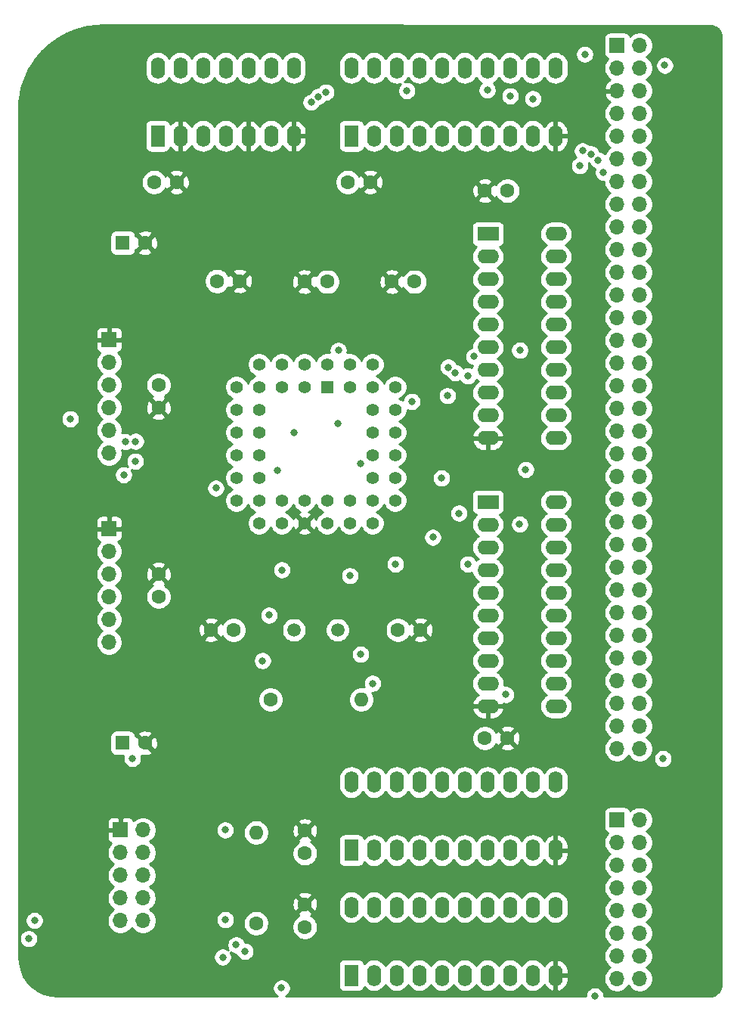
<source format=gbr>
G04 #@! TF.GenerationSoftware,KiCad,Pcbnew,(5.1.5-0-10_14)*
G04 #@! TF.CreationDate,2021-03-01T23:13:27+00:00*
G04 #@! TF.ProjectId,mc68681-basic,6d633638-3638-4312-9d62-617369632e6b,rev?*
G04 #@! TF.SameCoordinates,Original*
G04 #@! TF.FileFunction,Copper,L2,Inr*
G04 #@! TF.FilePolarity,Positive*
%FSLAX46Y46*%
G04 Gerber Fmt 4.6, Leading zero omitted, Abs format (unit mm)*
G04 Created by KiCad (PCBNEW (5.1.5-0-10_14)) date 2021-03-01 23:13:27*
%MOMM*%
%LPD*%
G04 APERTURE LIST*
%ADD10O,1.600000X2.400000*%
%ADD11R,1.600000X2.400000*%
%ADD12C,1.500000*%
%ADD13O,1.700000X1.700000*%
%ADD14R,1.700000X1.700000*%
%ADD15O,1.600000X1.600000*%
%ADD16C,1.600000*%
%ADD17C,1.422400*%
%ADD18R,1.422400X1.422400*%
%ADD19C,1.600200*%
%ADD20O,2.400000X1.600000*%
%ADD21R,2.400000X1.600000*%
%ADD22R,1.600000X1.600000*%
%ADD23C,0.800000*%
%ADD24C,0.254000*%
G04 APERTURE END LIST*
D10*
X88700000Y-51430000D03*
X111560000Y-59050000D03*
X91240000Y-51430000D03*
X109020000Y-59050000D03*
X93780000Y-51430000D03*
X106480000Y-59050000D03*
X96320000Y-51430000D03*
X103940000Y-59050000D03*
X98860000Y-51430000D03*
X101400000Y-59050000D03*
X101400000Y-51430000D03*
X98860000Y-59050000D03*
X103940000Y-51430000D03*
X96320000Y-59050000D03*
X106480000Y-51430000D03*
X93780000Y-59050000D03*
X109020000Y-51430000D03*
X91240000Y-59050000D03*
X111560000Y-51430000D03*
D11*
X88700000Y-59050000D03*
D12*
X87150000Y-114340000D03*
X82270000Y-114340000D03*
D13*
X65360000Y-146890000D03*
X62820000Y-146890000D03*
X65360000Y-144350000D03*
X62820000Y-144350000D03*
X65360000Y-141810000D03*
X62820000Y-141810000D03*
X65360000Y-139270000D03*
X62820000Y-139270000D03*
X65360000Y-136730000D03*
D14*
X62820000Y-136730000D03*
D15*
X89800000Y-122120000D03*
D16*
X79640000Y-122120000D03*
D17*
X93610000Y-87156350D03*
X93610000Y-89696350D03*
X93610000Y-92236350D03*
X93610000Y-94776350D03*
X93610000Y-97316350D03*
X91070000Y-84616350D03*
X91070000Y-89696350D03*
X91070000Y-92236350D03*
X91070000Y-94776350D03*
X91070000Y-97316350D03*
X91070000Y-99856350D03*
X91070000Y-102396350D03*
X88530000Y-102396350D03*
X85990000Y-102396350D03*
X83450000Y-102396350D03*
X80910000Y-102396350D03*
X78370000Y-102396350D03*
X93610000Y-99856350D03*
X88530000Y-99856350D03*
X85990000Y-99856350D03*
X83450000Y-99856350D03*
X80910000Y-99856350D03*
X78370000Y-99856350D03*
X75830000Y-99856350D03*
X75830000Y-97316350D03*
X75830000Y-94776350D03*
X75830000Y-92236350D03*
X75830000Y-89696350D03*
X75830000Y-87156350D03*
X78370000Y-97316350D03*
X78370000Y-94776350D03*
X78370000Y-92236350D03*
X78370000Y-89696350D03*
X78370000Y-87156350D03*
X88530000Y-84616350D03*
X85990000Y-84616350D03*
X78370000Y-84616350D03*
X80910000Y-84616350D03*
X83450000Y-84616350D03*
X91070000Y-87156350D03*
X88530000Y-87156350D03*
X80910000Y-87156350D03*
X83450000Y-87156350D03*
D18*
X85990000Y-87156350D03*
D10*
X88700000Y-131380000D03*
X111560000Y-139000000D03*
X91240000Y-131380000D03*
X109020000Y-139000000D03*
X93780000Y-131380000D03*
X106480000Y-139000000D03*
X96320000Y-131380000D03*
X103940000Y-139000000D03*
X98860000Y-131380000D03*
X101400000Y-139000000D03*
X101400000Y-131380000D03*
X98860000Y-139000000D03*
X103940000Y-131380000D03*
X96320000Y-139000000D03*
X106480000Y-131380000D03*
X93780000Y-139000000D03*
X109020000Y-131380000D03*
X91240000Y-139000000D03*
X111560000Y-131380000D03*
D11*
X88700000Y-139000000D03*
D19*
X93235800Y-75355000D03*
X95775800Y-75355000D03*
X67100000Y-108080000D03*
X67100000Y-110620000D03*
X83450000Y-75355000D03*
X85990000Y-75355000D03*
X103644200Y-126450000D03*
X106184200Y-126450000D03*
X83500000Y-145044200D03*
X83500000Y-147584200D03*
X83500000Y-136815800D03*
X83500000Y-139355800D03*
X67100000Y-86920000D03*
X67100000Y-89460000D03*
X73664200Y-75280000D03*
X76204200Y-75280000D03*
X93920000Y-114340000D03*
X96460000Y-114340000D03*
X106184200Y-65175000D03*
X103644200Y-65175000D03*
X72980000Y-114340000D03*
X75520000Y-114340000D03*
X66594200Y-64200000D03*
X69134200Y-64200000D03*
X88294200Y-64200000D03*
X90834200Y-64200000D03*
D15*
X78025000Y-137015000D03*
D16*
X78025000Y-147175000D03*
D13*
X61550000Y-115700000D03*
X61550000Y-113160000D03*
X61550000Y-110620000D03*
X61550000Y-108080000D03*
X61550000Y-105540000D03*
D14*
X61550000Y-103000000D03*
D13*
X61550000Y-94540000D03*
X61550000Y-92000000D03*
X61550000Y-89460000D03*
X61550000Y-86920000D03*
X61550000Y-84380000D03*
D14*
X61550000Y-81840000D03*
D13*
X121000000Y-153380000D03*
X118460000Y-153380000D03*
X121000000Y-150840000D03*
X118460000Y-150840000D03*
X121000000Y-148300000D03*
X118460000Y-148300000D03*
X121000000Y-145760000D03*
X118460000Y-145760000D03*
X121000000Y-143220000D03*
X118460000Y-143220000D03*
X121000000Y-140680000D03*
X118460000Y-140680000D03*
X121000000Y-138140000D03*
X118460000Y-138140000D03*
X121000000Y-135600000D03*
D14*
X118460000Y-135600000D03*
D13*
X121000000Y-127640000D03*
X118460000Y-127640000D03*
X121000000Y-125100000D03*
X118460000Y-125100000D03*
X121000000Y-122560000D03*
X118460000Y-122560000D03*
X121000000Y-120020000D03*
X118460000Y-120020000D03*
X121000000Y-117480000D03*
X118460000Y-117480000D03*
X121000000Y-114940000D03*
X118460000Y-114940000D03*
X121000000Y-112400000D03*
X118460000Y-112400000D03*
X121000000Y-109860000D03*
X118460000Y-109860000D03*
X121000000Y-107320000D03*
X118460000Y-107320000D03*
X121000000Y-104780000D03*
X118460000Y-104780000D03*
X121000000Y-102240000D03*
X118460000Y-102240000D03*
X121000000Y-99700000D03*
X118460000Y-99700000D03*
X121000000Y-97160000D03*
X118460000Y-97160000D03*
X121000000Y-94620000D03*
X118460000Y-94620000D03*
X121000000Y-92080000D03*
X118460000Y-92080000D03*
X121000000Y-89540000D03*
X118460000Y-89540000D03*
X121000000Y-87000000D03*
X118460000Y-87000000D03*
X121000000Y-84460000D03*
X118460000Y-84460000D03*
X121000000Y-81920000D03*
X118460000Y-81920000D03*
X121000000Y-79380000D03*
X118460000Y-79380000D03*
X121000000Y-76840000D03*
X118460000Y-76840000D03*
X121000000Y-74300000D03*
X118460000Y-74300000D03*
X121000000Y-71760000D03*
X118460000Y-71760000D03*
X121000000Y-69220000D03*
X118460000Y-69220000D03*
X121000000Y-66680000D03*
X118460000Y-66680000D03*
X121000000Y-64140000D03*
X118460000Y-64140000D03*
X121000000Y-61600000D03*
X118460000Y-61600000D03*
X121000000Y-59060000D03*
X118460000Y-59060000D03*
X121000000Y-56520000D03*
X118460000Y-56520000D03*
X121000000Y-53980000D03*
X118460000Y-53980000D03*
X121000000Y-51440000D03*
X118460000Y-51440000D03*
X121000000Y-48900000D03*
D14*
X118460000Y-48900000D03*
D20*
X111620000Y-70000000D03*
X104000000Y-92860000D03*
X111620000Y-72540000D03*
X104000000Y-90320000D03*
X111620000Y-75080000D03*
X104000000Y-87780000D03*
X111620000Y-77620000D03*
X104000000Y-85240000D03*
X111620000Y-80160000D03*
X104000000Y-82700000D03*
X111620000Y-82700000D03*
X104000000Y-80160000D03*
X111620000Y-85240000D03*
X104000000Y-77620000D03*
X111620000Y-87780000D03*
X104000000Y-75080000D03*
X111620000Y-90320000D03*
X104000000Y-72540000D03*
X111620000Y-92860000D03*
D21*
X104000000Y-70000000D03*
D10*
X67000000Y-51430000D03*
X82240000Y-59050000D03*
X69540000Y-51430000D03*
X79700000Y-59050000D03*
X72080000Y-51430000D03*
X77160000Y-59050000D03*
X74620000Y-51430000D03*
X74620000Y-59050000D03*
X77160000Y-51430000D03*
X72080000Y-59050000D03*
X79700000Y-51430000D03*
X69540000Y-59050000D03*
X82240000Y-51430000D03*
D11*
X67000000Y-59050000D03*
D10*
X88700000Y-145380000D03*
X111560000Y-153000000D03*
X91240000Y-145380000D03*
X109020000Y-153000000D03*
X93780000Y-145380000D03*
X106480000Y-153000000D03*
X96320000Y-145380000D03*
X103940000Y-153000000D03*
X98860000Y-145380000D03*
X101400000Y-153000000D03*
X101400000Y-145380000D03*
X98860000Y-153000000D03*
X103940000Y-145380000D03*
X96320000Y-153000000D03*
X106480000Y-145380000D03*
X93780000Y-153000000D03*
X109020000Y-145380000D03*
X91240000Y-153000000D03*
X111560000Y-145380000D03*
D11*
X88700000Y-153000000D03*
D20*
X111620000Y-100000000D03*
X104000000Y-122860000D03*
X111620000Y-102540000D03*
X104000000Y-120320000D03*
X111620000Y-105080000D03*
X104000000Y-117780000D03*
X111620000Y-107620000D03*
X104000000Y-115240000D03*
X111620000Y-110160000D03*
X104000000Y-112700000D03*
X111620000Y-112700000D03*
X104000000Y-110160000D03*
X111620000Y-115240000D03*
X104000000Y-107620000D03*
X111620000Y-117780000D03*
X104000000Y-105080000D03*
X111620000Y-120320000D03*
X104000000Y-102540000D03*
X111620000Y-122860000D03*
D21*
X104000000Y-100000000D03*
D16*
X65592621Y-127000000D03*
D22*
X63092621Y-127000000D03*
D16*
X65592621Y-71000000D03*
D22*
X63092621Y-71000000D03*
D23*
X87170000Y-91190000D03*
X101738436Y-85905872D03*
X102410000Y-83730000D03*
X80910000Y-107620000D03*
X79470000Y-112690000D03*
X99554903Y-84926493D03*
X78750000Y-117790000D03*
X107572298Y-83022298D03*
X107550000Y-102500000D03*
X75790000Y-149590000D03*
X89700000Y-95740000D03*
X76790000Y-150325000D03*
X74290000Y-150980000D03*
X63199999Y-96970000D03*
X115975000Y-155325000D03*
X63370000Y-93250000D03*
X64500000Y-95450000D03*
X64525000Y-93225000D03*
X80875000Y-154424990D03*
X87240000Y-83040000D03*
X57210000Y-90710000D03*
X98810000Y-97340000D03*
X106000000Y-121575000D03*
X73530000Y-98460000D03*
X100747937Y-101267937D03*
X95470000Y-88767551D03*
X101750030Y-106970000D03*
X93630000Y-106970000D03*
X108222298Y-96387551D03*
X80430000Y-96460000D03*
X91080000Y-120330000D03*
X109020000Y-54875010D03*
X84190000Y-55270000D03*
X89740000Y-117070000D03*
X99460000Y-88120000D03*
X88540000Y-108270000D03*
X106480000Y-54550000D03*
X85006047Y-54625009D03*
X100320000Y-85545149D03*
X97820000Y-103960000D03*
X103930000Y-53900000D03*
X85844796Y-54127889D03*
X74584301Y-146790000D03*
X74570000Y-136730000D03*
X123800000Y-51125000D03*
X114583376Y-60700010D03*
X52560000Y-148910000D03*
X114850000Y-49890000D03*
X115536612Y-61050020D03*
X116300000Y-61725000D03*
X114275000Y-62375020D03*
X116950000Y-63125000D03*
X123600000Y-128750000D03*
X64170000Y-128730000D03*
X94920000Y-53974989D03*
X53200000Y-146860000D03*
X82310000Y-92230000D03*
D24*
G36*
X128767666Y-46657496D02*
G01*
X129060144Y-46686174D01*
X129310381Y-46761725D01*
X129541177Y-46884442D01*
X129743738Y-47049646D01*
X129910358Y-47251055D01*
X130034681Y-47480986D01*
X130111978Y-47730693D01*
X130142498Y-48021069D01*
X130140002Y-153967705D01*
X130111375Y-154259660D01*
X130035965Y-154509429D01*
X129913477Y-154739794D01*
X129748579Y-154941979D01*
X129547546Y-155108288D01*
X129318046Y-155232378D01*
X129068805Y-155309531D01*
X128778911Y-155340000D01*
X117010000Y-155340000D01*
X117010000Y-155223061D01*
X116970226Y-155023102D01*
X116892205Y-154834744D01*
X116778937Y-154665226D01*
X116634774Y-154521063D01*
X116465256Y-154407795D01*
X116276898Y-154329774D01*
X116076939Y-154290000D01*
X115873061Y-154290000D01*
X115673102Y-154329774D01*
X115484744Y-154407795D01*
X115315226Y-154521063D01*
X115171063Y-154665226D01*
X115057795Y-154834744D01*
X114979774Y-155023102D01*
X114940000Y-155223061D01*
X114940000Y-155340000D01*
X81368541Y-155340000D01*
X81534774Y-155228927D01*
X81678937Y-155084764D01*
X81792205Y-154915246D01*
X81870226Y-154726888D01*
X81910000Y-154526929D01*
X81910000Y-154323051D01*
X81870226Y-154123092D01*
X81792205Y-153934734D01*
X81678937Y-153765216D01*
X81534774Y-153621053D01*
X81365256Y-153507785D01*
X81176898Y-153429764D01*
X80976939Y-153389990D01*
X80773061Y-153389990D01*
X80573102Y-153429764D01*
X80384744Y-153507785D01*
X80215226Y-153621053D01*
X80071063Y-153765216D01*
X79957795Y-153934734D01*
X79879774Y-154123092D01*
X79840000Y-154323051D01*
X79840000Y-154526929D01*
X79879774Y-154726888D01*
X79957795Y-154915246D01*
X80071063Y-155084764D01*
X80215226Y-155228927D01*
X80381459Y-155340000D01*
X55829392Y-155340000D01*
X55031917Y-155268827D01*
X54288110Y-155065344D01*
X53592096Y-154733363D01*
X52965870Y-154283374D01*
X52429223Y-153729597D01*
X51999129Y-153089549D01*
X51689171Y-152383447D01*
X51507935Y-151628543D01*
X51459997Y-150975746D01*
X51459985Y-150878061D01*
X73255000Y-150878061D01*
X73255000Y-151081939D01*
X73294774Y-151281898D01*
X73372795Y-151470256D01*
X73486063Y-151639774D01*
X73630226Y-151783937D01*
X73799744Y-151897205D01*
X73988102Y-151975226D01*
X74188061Y-152015000D01*
X74391939Y-152015000D01*
X74591898Y-151975226D01*
X74780256Y-151897205D01*
X74925733Y-151800000D01*
X87261928Y-151800000D01*
X87261928Y-154200000D01*
X87274188Y-154324482D01*
X87310498Y-154444180D01*
X87369463Y-154554494D01*
X87448815Y-154651185D01*
X87545506Y-154730537D01*
X87655820Y-154789502D01*
X87775518Y-154825812D01*
X87900000Y-154838072D01*
X89500000Y-154838072D01*
X89624482Y-154825812D01*
X89744180Y-154789502D01*
X89854494Y-154730537D01*
X89951185Y-154651185D01*
X90030537Y-154554494D01*
X90089502Y-154444180D01*
X90125812Y-154324482D01*
X90127581Y-154306517D01*
X90220393Y-154419608D01*
X90438900Y-154598932D01*
X90688193Y-154732182D01*
X90958692Y-154814236D01*
X91240000Y-154841943D01*
X91521309Y-154814236D01*
X91791808Y-154732182D01*
X92041101Y-154598932D01*
X92259608Y-154419608D01*
X92438932Y-154201101D01*
X92510000Y-154068142D01*
X92581068Y-154201101D01*
X92760393Y-154419608D01*
X92978900Y-154598932D01*
X93228193Y-154732182D01*
X93498692Y-154814236D01*
X93780000Y-154841943D01*
X94061309Y-154814236D01*
X94331808Y-154732182D01*
X94581101Y-154598932D01*
X94799608Y-154419608D01*
X94978932Y-154201101D01*
X95050000Y-154068142D01*
X95121068Y-154201101D01*
X95300393Y-154419608D01*
X95518900Y-154598932D01*
X95768193Y-154732182D01*
X96038692Y-154814236D01*
X96320000Y-154841943D01*
X96601309Y-154814236D01*
X96871808Y-154732182D01*
X97121101Y-154598932D01*
X97339608Y-154419608D01*
X97518932Y-154201101D01*
X97590000Y-154068142D01*
X97661068Y-154201101D01*
X97840393Y-154419608D01*
X98058900Y-154598932D01*
X98308193Y-154732182D01*
X98578692Y-154814236D01*
X98860000Y-154841943D01*
X99141309Y-154814236D01*
X99411808Y-154732182D01*
X99661101Y-154598932D01*
X99879608Y-154419608D01*
X100058932Y-154201101D01*
X100130000Y-154068142D01*
X100201068Y-154201101D01*
X100380393Y-154419608D01*
X100598900Y-154598932D01*
X100848193Y-154732182D01*
X101118692Y-154814236D01*
X101400000Y-154841943D01*
X101681309Y-154814236D01*
X101951808Y-154732182D01*
X102201101Y-154598932D01*
X102419608Y-154419608D01*
X102598932Y-154201101D01*
X102670000Y-154068142D01*
X102741068Y-154201101D01*
X102920393Y-154419608D01*
X103138900Y-154598932D01*
X103388193Y-154732182D01*
X103658692Y-154814236D01*
X103940000Y-154841943D01*
X104221309Y-154814236D01*
X104491808Y-154732182D01*
X104741101Y-154598932D01*
X104959608Y-154419608D01*
X105138932Y-154201101D01*
X105210000Y-154068142D01*
X105281068Y-154201101D01*
X105460393Y-154419608D01*
X105678900Y-154598932D01*
X105928193Y-154732182D01*
X106198692Y-154814236D01*
X106480000Y-154841943D01*
X106761309Y-154814236D01*
X107031808Y-154732182D01*
X107281101Y-154598932D01*
X107499608Y-154419608D01*
X107678932Y-154201101D01*
X107750000Y-154068142D01*
X107821068Y-154201101D01*
X108000393Y-154419608D01*
X108218900Y-154598932D01*
X108468193Y-154732182D01*
X108738692Y-154814236D01*
X109020000Y-154841943D01*
X109301309Y-154814236D01*
X109571808Y-154732182D01*
X109821101Y-154598932D01*
X110039608Y-154419608D01*
X110218932Y-154201101D01*
X110287265Y-154073259D01*
X110437399Y-154302839D01*
X110635105Y-154504500D01*
X110868354Y-154663715D01*
X111128182Y-154774367D01*
X111210961Y-154791904D01*
X111433000Y-154669915D01*
X111433000Y-153127000D01*
X111687000Y-153127000D01*
X111687000Y-154669915D01*
X111909039Y-154791904D01*
X111991818Y-154774367D01*
X112251646Y-154663715D01*
X112484895Y-154504500D01*
X112682601Y-154302839D01*
X112837166Y-154066483D01*
X112942650Y-153804514D01*
X112995000Y-153527000D01*
X112995000Y-153127000D01*
X111687000Y-153127000D01*
X111433000Y-153127000D01*
X111413000Y-153127000D01*
X111413000Y-152873000D01*
X111433000Y-152873000D01*
X111433000Y-151330085D01*
X111687000Y-151330085D01*
X111687000Y-152873000D01*
X112995000Y-152873000D01*
X112995000Y-152473000D01*
X112942650Y-152195486D01*
X112837166Y-151933517D01*
X112682601Y-151697161D01*
X112484895Y-151495500D01*
X112251646Y-151336285D01*
X111991818Y-151225633D01*
X111909039Y-151208096D01*
X111687000Y-151330085D01*
X111433000Y-151330085D01*
X111210961Y-151208096D01*
X111128182Y-151225633D01*
X110868354Y-151336285D01*
X110635105Y-151495500D01*
X110437399Y-151697161D01*
X110287265Y-151926741D01*
X110218932Y-151798899D01*
X110039607Y-151580392D01*
X109821100Y-151401068D01*
X109571807Y-151267818D01*
X109301308Y-151185764D01*
X109020000Y-151158057D01*
X108738691Y-151185764D01*
X108468192Y-151267818D01*
X108218899Y-151401068D01*
X108000392Y-151580393D01*
X107821068Y-151798900D01*
X107750000Y-151931858D01*
X107678932Y-151798899D01*
X107499607Y-151580392D01*
X107281100Y-151401068D01*
X107031807Y-151267818D01*
X106761308Y-151185764D01*
X106480000Y-151158057D01*
X106198691Y-151185764D01*
X105928192Y-151267818D01*
X105678899Y-151401068D01*
X105460392Y-151580393D01*
X105281068Y-151798900D01*
X105210000Y-151931858D01*
X105138932Y-151798899D01*
X104959607Y-151580392D01*
X104741100Y-151401068D01*
X104491807Y-151267818D01*
X104221308Y-151185764D01*
X103940000Y-151158057D01*
X103658691Y-151185764D01*
X103388192Y-151267818D01*
X103138899Y-151401068D01*
X102920392Y-151580393D01*
X102741068Y-151798900D01*
X102670000Y-151931858D01*
X102598932Y-151798899D01*
X102419607Y-151580392D01*
X102201100Y-151401068D01*
X101951807Y-151267818D01*
X101681308Y-151185764D01*
X101400000Y-151158057D01*
X101118691Y-151185764D01*
X100848192Y-151267818D01*
X100598899Y-151401068D01*
X100380392Y-151580393D01*
X100201068Y-151798900D01*
X100130000Y-151931858D01*
X100058932Y-151798899D01*
X99879607Y-151580392D01*
X99661100Y-151401068D01*
X99411807Y-151267818D01*
X99141308Y-151185764D01*
X98860000Y-151158057D01*
X98578691Y-151185764D01*
X98308192Y-151267818D01*
X98058899Y-151401068D01*
X97840392Y-151580393D01*
X97661068Y-151798900D01*
X97590000Y-151931858D01*
X97518932Y-151798899D01*
X97339607Y-151580392D01*
X97121100Y-151401068D01*
X96871807Y-151267818D01*
X96601308Y-151185764D01*
X96320000Y-151158057D01*
X96038691Y-151185764D01*
X95768192Y-151267818D01*
X95518899Y-151401068D01*
X95300392Y-151580393D01*
X95121068Y-151798900D01*
X95050000Y-151931858D01*
X94978932Y-151798899D01*
X94799607Y-151580392D01*
X94581100Y-151401068D01*
X94331807Y-151267818D01*
X94061308Y-151185764D01*
X93780000Y-151158057D01*
X93498691Y-151185764D01*
X93228192Y-151267818D01*
X92978899Y-151401068D01*
X92760392Y-151580393D01*
X92581068Y-151798900D01*
X92510000Y-151931858D01*
X92438932Y-151798899D01*
X92259607Y-151580392D01*
X92041100Y-151401068D01*
X91791807Y-151267818D01*
X91521308Y-151185764D01*
X91240000Y-151158057D01*
X90958691Y-151185764D01*
X90688192Y-151267818D01*
X90438899Y-151401068D01*
X90220392Y-151580393D01*
X90127581Y-151693483D01*
X90125812Y-151675518D01*
X90089502Y-151555820D01*
X90030537Y-151445506D01*
X89951185Y-151348815D01*
X89854494Y-151269463D01*
X89744180Y-151210498D01*
X89624482Y-151174188D01*
X89500000Y-151161928D01*
X87900000Y-151161928D01*
X87775518Y-151174188D01*
X87655820Y-151210498D01*
X87545506Y-151269463D01*
X87448815Y-151348815D01*
X87369463Y-151445506D01*
X87310498Y-151555820D01*
X87274188Y-151675518D01*
X87261928Y-151800000D01*
X74925733Y-151800000D01*
X74949774Y-151783937D01*
X75093937Y-151639774D01*
X75207205Y-151470256D01*
X75285226Y-151281898D01*
X75325000Y-151081939D01*
X75325000Y-150878061D01*
X75285226Y-150678102D01*
X75207205Y-150489744D01*
X75153644Y-150409585D01*
X75299744Y-150507205D01*
X75488102Y-150585226D01*
X75688061Y-150625000D01*
X75794396Y-150625000D01*
X75794774Y-150626898D01*
X75872795Y-150815256D01*
X75986063Y-150984774D01*
X76130226Y-151128937D01*
X76299744Y-151242205D01*
X76488102Y-151320226D01*
X76688061Y-151360000D01*
X76891939Y-151360000D01*
X77091898Y-151320226D01*
X77280256Y-151242205D01*
X77449774Y-151128937D01*
X77593937Y-150984774D01*
X77707205Y-150815256D01*
X77785226Y-150626898D01*
X77825000Y-150426939D01*
X77825000Y-150223061D01*
X77785226Y-150023102D01*
X77707205Y-149834744D01*
X77593937Y-149665226D01*
X77449774Y-149521063D01*
X77280256Y-149407795D01*
X77091898Y-149329774D01*
X76891939Y-149290000D01*
X76785604Y-149290000D01*
X76785226Y-149288102D01*
X76707205Y-149099744D01*
X76593937Y-148930226D01*
X76449774Y-148786063D01*
X76280256Y-148672795D01*
X76091898Y-148594774D01*
X75891939Y-148555000D01*
X75688061Y-148555000D01*
X75488102Y-148594774D01*
X75299744Y-148672795D01*
X75130226Y-148786063D01*
X74986063Y-148930226D01*
X74872795Y-149099744D01*
X74794774Y-149288102D01*
X74755000Y-149488061D01*
X74755000Y-149691939D01*
X74794774Y-149891898D01*
X74872795Y-150080256D01*
X74926356Y-150160415D01*
X74780256Y-150062795D01*
X74591898Y-149984774D01*
X74391939Y-149945000D01*
X74188061Y-149945000D01*
X73988102Y-149984774D01*
X73799744Y-150062795D01*
X73630226Y-150176063D01*
X73486063Y-150320226D01*
X73372795Y-150489744D01*
X73294774Y-150678102D01*
X73255000Y-150878061D01*
X51459985Y-150878061D01*
X51459712Y-148808061D01*
X51525000Y-148808061D01*
X51525000Y-149011939D01*
X51564774Y-149211898D01*
X51642795Y-149400256D01*
X51756063Y-149569774D01*
X51900226Y-149713937D01*
X52069744Y-149827205D01*
X52258102Y-149905226D01*
X52458061Y-149945000D01*
X52661939Y-149945000D01*
X52861898Y-149905226D01*
X53050256Y-149827205D01*
X53219774Y-149713937D01*
X53363937Y-149569774D01*
X53477205Y-149400256D01*
X53555226Y-149211898D01*
X53595000Y-149011939D01*
X53595000Y-148808061D01*
X53555226Y-148608102D01*
X53477205Y-148419744D01*
X53363937Y-148250226D01*
X53219774Y-148106063D01*
X53050256Y-147992795D01*
X52861898Y-147914774D01*
X52661939Y-147875000D01*
X52458061Y-147875000D01*
X52258102Y-147914774D01*
X52069744Y-147992795D01*
X51900226Y-148106063D01*
X51756063Y-148250226D01*
X51642795Y-148419744D01*
X51564774Y-148608102D01*
X51525000Y-148808061D01*
X51459712Y-148808061D01*
X51459443Y-146758061D01*
X52165000Y-146758061D01*
X52165000Y-146961939D01*
X52204774Y-147161898D01*
X52282795Y-147350256D01*
X52396063Y-147519774D01*
X52540226Y-147663937D01*
X52709744Y-147777205D01*
X52898102Y-147855226D01*
X53098061Y-147895000D01*
X53301939Y-147895000D01*
X53501898Y-147855226D01*
X53690256Y-147777205D01*
X53859774Y-147663937D01*
X54003937Y-147519774D01*
X54117205Y-147350256D01*
X54195226Y-147161898D01*
X54235000Y-146961939D01*
X54235000Y-146758061D01*
X54195226Y-146558102D01*
X54117205Y-146369744D01*
X54003937Y-146200226D01*
X53859774Y-146056063D01*
X53690256Y-145942795D01*
X53501898Y-145864774D01*
X53301939Y-145825000D01*
X53098061Y-145825000D01*
X52898102Y-145864774D01*
X52709744Y-145942795D01*
X52540226Y-146056063D01*
X52396063Y-146200226D01*
X52282795Y-146369744D01*
X52204774Y-146558102D01*
X52165000Y-146758061D01*
X51459443Y-146758061D01*
X51458237Y-137580000D01*
X61331928Y-137580000D01*
X61344188Y-137704482D01*
X61380498Y-137824180D01*
X61439463Y-137934494D01*
X61518815Y-138031185D01*
X61615506Y-138110537D01*
X61725820Y-138169502D01*
X61798380Y-138191513D01*
X61666525Y-138323368D01*
X61504010Y-138566589D01*
X61392068Y-138836842D01*
X61335000Y-139123740D01*
X61335000Y-139416260D01*
X61392068Y-139703158D01*
X61504010Y-139973411D01*
X61666525Y-140216632D01*
X61873368Y-140423475D01*
X62047760Y-140540000D01*
X61873368Y-140656525D01*
X61666525Y-140863368D01*
X61504010Y-141106589D01*
X61392068Y-141376842D01*
X61335000Y-141663740D01*
X61335000Y-141956260D01*
X61392068Y-142243158D01*
X61504010Y-142513411D01*
X61666525Y-142756632D01*
X61873368Y-142963475D01*
X62047760Y-143080000D01*
X61873368Y-143196525D01*
X61666525Y-143403368D01*
X61504010Y-143646589D01*
X61392068Y-143916842D01*
X61335000Y-144203740D01*
X61335000Y-144496260D01*
X61392068Y-144783158D01*
X61504010Y-145053411D01*
X61666525Y-145296632D01*
X61873368Y-145503475D01*
X62047760Y-145620000D01*
X61873368Y-145736525D01*
X61666525Y-145943368D01*
X61504010Y-146186589D01*
X61392068Y-146456842D01*
X61335000Y-146743740D01*
X61335000Y-147036260D01*
X61392068Y-147323158D01*
X61504010Y-147593411D01*
X61666525Y-147836632D01*
X61873368Y-148043475D01*
X62116589Y-148205990D01*
X62386842Y-148317932D01*
X62673740Y-148375000D01*
X62966260Y-148375000D01*
X63253158Y-148317932D01*
X63523411Y-148205990D01*
X63766632Y-148043475D01*
X63973475Y-147836632D01*
X64090000Y-147662240D01*
X64206525Y-147836632D01*
X64413368Y-148043475D01*
X64656589Y-148205990D01*
X64926842Y-148317932D01*
X65213740Y-148375000D01*
X65506260Y-148375000D01*
X65793158Y-148317932D01*
X66063411Y-148205990D01*
X66306632Y-148043475D01*
X66513475Y-147836632D01*
X66675990Y-147593411D01*
X66787932Y-147323158D01*
X66845000Y-147036260D01*
X66845000Y-146743740D01*
X66833925Y-146688061D01*
X73549301Y-146688061D01*
X73549301Y-146891939D01*
X73589075Y-147091898D01*
X73667096Y-147280256D01*
X73780364Y-147449774D01*
X73924527Y-147593937D01*
X74094045Y-147707205D01*
X74282403Y-147785226D01*
X74482362Y-147825000D01*
X74686240Y-147825000D01*
X74886199Y-147785226D01*
X75074557Y-147707205D01*
X75244075Y-147593937D01*
X75388238Y-147449774D01*
X75501506Y-147280256D01*
X75579527Y-147091898D01*
X75591110Y-147033665D01*
X76590000Y-147033665D01*
X76590000Y-147316335D01*
X76645147Y-147593574D01*
X76753320Y-147854727D01*
X76910363Y-148089759D01*
X77110241Y-148289637D01*
X77345273Y-148446680D01*
X77606426Y-148554853D01*
X77883665Y-148610000D01*
X78166335Y-148610000D01*
X78443574Y-148554853D01*
X78704727Y-148446680D01*
X78939759Y-148289637D01*
X79139637Y-148089759D01*
X79296680Y-147854727D01*
X79404853Y-147593574D01*
X79434833Y-147442855D01*
X82064900Y-147442855D01*
X82064900Y-147725545D01*
X82120050Y-148002803D01*
X82228231Y-148263975D01*
X82385285Y-148499023D01*
X82585177Y-148698915D01*
X82820225Y-148855969D01*
X83081397Y-148964150D01*
X83358655Y-149019300D01*
X83641345Y-149019300D01*
X83918603Y-148964150D01*
X84179775Y-148855969D01*
X84414823Y-148698915D01*
X84614715Y-148499023D01*
X84771769Y-148263975D01*
X84879950Y-148002803D01*
X84935100Y-147725545D01*
X84935100Y-147442855D01*
X84879950Y-147165597D01*
X84771769Y-146904425D01*
X84614715Y-146669377D01*
X84414823Y-146469485D01*
X84181068Y-146313295D01*
X84241574Y-146280954D01*
X84313169Y-146036974D01*
X83500000Y-145223805D01*
X82686831Y-146036974D01*
X82758426Y-146280954D01*
X82822744Y-146311388D01*
X82820225Y-146312431D01*
X82585177Y-146469485D01*
X82385285Y-146669377D01*
X82228231Y-146904425D01*
X82120050Y-147165597D01*
X82064900Y-147442855D01*
X79434833Y-147442855D01*
X79460000Y-147316335D01*
X79460000Y-147033665D01*
X79404853Y-146756426D01*
X79296680Y-146495273D01*
X79139637Y-146260241D01*
X78939759Y-146060363D01*
X78704727Y-145903320D01*
X78443574Y-145795147D01*
X78166335Y-145740000D01*
X77883665Y-145740000D01*
X77606426Y-145795147D01*
X77345273Y-145903320D01*
X77110241Y-146060363D01*
X76910363Y-146260241D01*
X76753320Y-146495273D01*
X76645147Y-146756426D01*
X76590000Y-147033665D01*
X75591110Y-147033665D01*
X75619301Y-146891939D01*
X75619301Y-146688061D01*
X75579527Y-146488102D01*
X75501506Y-146299744D01*
X75388238Y-146130226D01*
X75244075Y-145986063D01*
X75074557Y-145872795D01*
X74886199Y-145794774D01*
X74686240Y-145755000D01*
X74482362Y-145755000D01*
X74282403Y-145794774D01*
X74094045Y-145872795D01*
X73924527Y-145986063D01*
X73780364Y-146130226D01*
X73667096Y-146299744D01*
X73589075Y-146488102D01*
X73549301Y-146688061D01*
X66833925Y-146688061D01*
X66787932Y-146456842D01*
X66675990Y-146186589D01*
X66513475Y-145943368D01*
X66306632Y-145736525D01*
X66132240Y-145620000D01*
X66306632Y-145503475D01*
X66513475Y-145296632D01*
X66635032Y-145114708D01*
X82059680Y-145114708D01*
X82101111Y-145394347D01*
X82196300Y-145660528D01*
X82263246Y-145785774D01*
X82507226Y-145857369D01*
X83320395Y-145044200D01*
X83679605Y-145044200D01*
X84492774Y-145857369D01*
X84736754Y-145785774D01*
X84857664Y-145530246D01*
X84926400Y-145256039D01*
X84940320Y-144973692D01*
X84930811Y-144909509D01*
X87265000Y-144909509D01*
X87265000Y-145850492D01*
X87285764Y-146061309D01*
X87367818Y-146331808D01*
X87501068Y-146581101D01*
X87680393Y-146799608D01*
X87898900Y-146978932D01*
X88148193Y-147112182D01*
X88418692Y-147194236D01*
X88700000Y-147221943D01*
X88981309Y-147194236D01*
X89251808Y-147112182D01*
X89501101Y-146978932D01*
X89719608Y-146799608D01*
X89898932Y-146581101D01*
X89970000Y-146448142D01*
X90041068Y-146581101D01*
X90220393Y-146799608D01*
X90438900Y-146978932D01*
X90688193Y-147112182D01*
X90958692Y-147194236D01*
X91240000Y-147221943D01*
X91521309Y-147194236D01*
X91791808Y-147112182D01*
X92041101Y-146978932D01*
X92259608Y-146799608D01*
X92438932Y-146581101D01*
X92510000Y-146448142D01*
X92581068Y-146581101D01*
X92760393Y-146799608D01*
X92978900Y-146978932D01*
X93228193Y-147112182D01*
X93498692Y-147194236D01*
X93780000Y-147221943D01*
X94061309Y-147194236D01*
X94331808Y-147112182D01*
X94581101Y-146978932D01*
X94799608Y-146799608D01*
X94978932Y-146581101D01*
X95050000Y-146448142D01*
X95121068Y-146581101D01*
X95300393Y-146799608D01*
X95518900Y-146978932D01*
X95768193Y-147112182D01*
X96038692Y-147194236D01*
X96320000Y-147221943D01*
X96601309Y-147194236D01*
X96871808Y-147112182D01*
X97121101Y-146978932D01*
X97339608Y-146799608D01*
X97518932Y-146581101D01*
X97590000Y-146448142D01*
X97661068Y-146581101D01*
X97840393Y-146799608D01*
X98058900Y-146978932D01*
X98308193Y-147112182D01*
X98578692Y-147194236D01*
X98860000Y-147221943D01*
X99141309Y-147194236D01*
X99411808Y-147112182D01*
X99661101Y-146978932D01*
X99879608Y-146799608D01*
X100058932Y-146581101D01*
X100130000Y-146448142D01*
X100201068Y-146581101D01*
X100380393Y-146799608D01*
X100598900Y-146978932D01*
X100848193Y-147112182D01*
X101118692Y-147194236D01*
X101400000Y-147221943D01*
X101681309Y-147194236D01*
X101951808Y-147112182D01*
X102201101Y-146978932D01*
X102419608Y-146799608D01*
X102598932Y-146581101D01*
X102670000Y-146448142D01*
X102741068Y-146581101D01*
X102920393Y-146799608D01*
X103138900Y-146978932D01*
X103388193Y-147112182D01*
X103658692Y-147194236D01*
X103940000Y-147221943D01*
X104221309Y-147194236D01*
X104491808Y-147112182D01*
X104741101Y-146978932D01*
X104959608Y-146799608D01*
X105138932Y-146581101D01*
X105210000Y-146448142D01*
X105281068Y-146581101D01*
X105460393Y-146799608D01*
X105678900Y-146978932D01*
X105928193Y-147112182D01*
X106198692Y-147194236D01*
X106480000Y-147221943D01*
X106761309Y-147194236D01*
X107031808Y-147112182D01*
X107281101Y-146978932D01*
X107499608Y-146799608D01*
X107678932Y-146581101D01*
X107750000Y-146448142D01*
X107821068Y-146581101D01*
X108000393Y-146799608D01*
X108218900Y-146978932D01*
X108468193Y-147112182D01*
X108738692Y-147194236D01*
X109020000Y-147221943D01*
X109301309Y-147194236D01*
X109571808Y-147112182D01*
X109821101Y-146978932D01*
X110039608Y-146799608D01*
X110218932Y-146581101D01*
X110290000Y-146448142D01*
X110361068Y-146581101D01*
X110540393Y-146799608D01*
X110758900Y-146978932D01*
X111008193Y-147112182D01*
X111278692Y-147194236D01*
X111560000Y-147221943D01*
X111841309Y-147194236D01*
X112111808Y-147112182D01*
X112361101Y-146978932D01*
X112579608Y-146799608D01*
X112758932Y-146581101D01*
X112892182Y-146331808D01*
X112974236Y-146061309D01*
X112995000Y-145850491D01*
X112995000Y-144909508D01*
X112974236Y-144698691D01*
X112892182Y-144428192D01*
X112758932Y-144178899D01*
X112579607Y-143960392D01*
X112361100Y-143781068D01*
X112111807Y-143647818D01*
X111841308Y-143565764D01*
X111560000Y-143538057D01*
X111278691Y-143565764D01*
X111008192Y-143647818D01*
X110758899Y-143781068D01*
X110540392Y-143960393D01*
X110361068Y-144178900D01*
X110290000Y-144311858D01*
X110218932Y-144178899D01*
X110039607Y-143960392D01*
X109821100Y-143781068D01*
X109571807Y-143647818D01*
X109301308Y-143565764D01*
X109020000Y-143538057D01*
X108738691Y-143565764D01*
X108468192Y-143647818D01*
X108218899Y-143781068D01*
X108000392Y-143960393D01*
X107821068Y-144178900D01*
X107750000Y-144311858D01*
X107678932Y-144178899D01*
X107499607Y-143960392D01*
X107281100Y-143781068D01*
X107031807Y-143647818D01*
X106761308Y-143565764D01*
X106480000Y-143538057D01*
X106198691Y-143565764D01*
X105928192Y-143647818D01*
X105678899Y-143781068D01*
X105460392Y-143960393D01*
X105281068Y-144178900D01*
X105210000Y-144311858D01*
X105138932Y-144178899D01*
X104959607Y-143960392D01*
X104741100Y-143781068D01*
X104491807Y-143647818D01*
X104221308Y-143565764D01*
X103940000Y-143538057D01*
X103658691Y-143565764D01*
X103388192Y-143647818D01*
X103138899Y-143781068D01*
X102920392Y-143960393D01*
X102741068Y-144178900D01*
X102670000Y-144311858D01*
X102598932Y-144178899D01*
X102419607Y-143960392D01*
X102201100Y-143781068D01*
X101951807Y-143647818D01*
X101681308Y-143565764D01*
X101400000Y-143538057D01*
X101118691Y-143565764D01*
X100848192Y-143647818D01*
X100598899Y-143781068D01*
X100380392Y-143960393D01*
X100201068Y-144178900D01*
X100130000Y-144311858D01*
X100058932Y-144178899D01*
X99879607Y-143960392D01*
X99661100Y-143781068D01*
X99411807Y-143647818D01*
X99141308Y-143565764D01*
X98860000Y-143538057D01*
X98578691Y-143565764D01*
X98308192Y-143647818D01*
X98058899Y-143781068D01*
X97840392Y-143960393D01*
X97661068Y-144178900D01*
X97590000Y-144311858D01*
X97518932Y-144178899D01*
X97339607Y-143960392D01*
X97121100Y-143781068D01*
X96871807Y-143647818D01*
X96601308Y-143565764D01*
X96320000Y-143538057D01*
X96038691Y-143565764D01*
X95768192Y-143647818D01*
X95518899Y-143781068D01*
X95300392Y-143960393D01*
X95121068Y-144178900D01*
X95050000Y-144311858D01*
X94978932Y-144178899D01*
X94799607Y-143960392D01*
X94581100Y-143781068D01*
X94331807Y-143647818D01*
X94061308Y-143565764D01*
X93780000Y-143538057D01*
X93498691Y-143565764D01*
X93228192Y-143647818D01*
X92978899Y-143781068D01*
X92760392Y-143960393D01*
X92581068Y-144178900D01*
X92510000Y-144311858D01*
X92438932Y-144178899D01*
X92259607Y-143960392D01*
X92041100Y-143781068D01*
X91791807Y-143647818D01*
X91521308Y-143565764D01*
X91240000Y-143538057D01*
X90958691Y-143565764D01*
X90688192Y-143647818D01*
X90438899Y-143781068D01*
X90220392Y-143960393D01*
X90041068Y-144178900D01*
X89970000Y-144311858D01*
X89898932Y-144178899D01*
X89719607Y-143960392D01*
X89501100Y-143781068D01*
X89251807Y-143647818D01*
X88981308Y-143565764D01*
X88700000Y-143538057D01*
X88418691Y-143565764D01*
X88148192Y-143647818D01*
X87898899Y-143781068D01*
X87680392Y-143960393D01*
X87501068Y-144178900D01*
X87367818Y-144428193D01*
X87285764Y-144698692D01*
X87265000Y-144909509D01*
X84930811Y-144909509D01*
X84898889Y-144694053D01*
X84803700Y-144427872D01*
X84736754Y-144302626D01*
X84492774Y-144231031D01*
X83679605Y-145044200D01*
X83320395Y-145044200D01*
X82507226Y-144231031D01*
X82263246Y-144302626D01*
X82142336Y-144558154D01*
X82073600Y-144832361D01*
X82059680Y-145114708D01*
X66635032Y-145114708D01*
X66675990Y-145053411D01*
X66787932Y-144783158D01*
X66845000Y-144496260D01*
X66845000Y-144203740D01*
X66814703Y-144051426D01*
X82686831Y-144051426D01*
X83500000Y-144864595D01*
X84313169Y-144051426D01*
X84241574Y-143807446D01*
X83986046Y-143686536D01*
X83711839Y-143617800D01*
X83429492Y-143603880D01*
X83149853Y-143645311D01*
X82883672Y-143740500D01*
X82758426Y-143807446D01*
X82686831Y-144051426D01*
X66814703Y-144051426D01*
X66787932Y-143916842D01*
X66675990Y-143646589D01*
X66513475Y-143403368D01*
X66306632Y-143196525D01*
X66132240Y-143080000D01*
X66306632Y-142963475D01*
X66513475Y-142756632D01*
X66675990Y-142513411D01*
X66787932Y-142243158D01*
X66845000Y-141956260D01*
X66845000Y-141663740D01*
X66787932Y-141376842D01*
X66675990Y-141106589D01*
X66513475Y-140863368D01*
X66306632Y-140656525D01*
X66132240Y-140540000D01*
X66306632Y-140423475D01*
X66513475Y-140216632D01*
X66675990Y-139973411D01*
X66787932Y-139703158D01*
X66845000Y-139416260D01*
X66845000Y-139214455D01*
X82064900Y-139214455D01*
X82064900Y-139497145D01*
X82120050Y-139774403D01*
X82228231Y-140035575D01*
X82385285Y-140270623D01*
X82585177Y-140470515D01*
X82820225Y-140627569D01*
X83081397Y-140735750D01*
X83358655Y-140790900D01*
X83641345Y-140790900D01*
X83918603Y-140735750D01*
X84179775Y-140627569D01*
X84414823Y-140470515D01*
X84614715Y-140270623D01*
X84771769Y-140035575D01*
X84879950Y-139774403D01*
X84935100Y-139497145D01*
X84935100Y-139214455D01*
X84879950Y-138937197D01*
X84771769Y-138676025D01*
X84614715Y-138440977D01*
X84414823Y-138241085D01*
X84181068Y-138084895D01*
X84241574Y-138052554D01*
X84313169Y-137808574D01*
X84304595Y-137800000D01*
X87261928Y-137800000D01*
X87261928Y-140200000D01*
X87274188Y-140324482D01*
X87310498Y-140444180D01*
X87369463Y-140554494D01*
X87448815Y-140651185D01*
X87545506Y-140730537D01*
X87655820Y-140789502D01*
X87775518Y-140825812D01*
X87900000Y-140838072D01*
X89500000Y-140838072D01*
X89624482Y-140825812D01*
X89744180Y-140789502D01*
X89854494Y-140730537D01*
X89951185Y-140651185D01*
X90030537Y-140554494D01*
X90089502Y-140444180D01*
X90125812Y-140324482D01*
X90127581Y-140306517D01*
X90220393Y-140419608D01*
X90438900Y-140598932D01*
X90688193Y-140732182D01*
X90958692Y-140814236D01*
X91240000Y-140841943D01*
X91521309Y-140814236D01*
X91791808Y-140732182D01*
X92041101Y-140598932D01*
X92259608Y-140419608D01*
X92438932Y-140201101D01*
X92510000Y-140068142D01*
X92581068Y-140201101D01*
X92760393Y-140419608D01*
X92978900Y-140598932D01*
X93228193Y-140732182D01*
X93498692Y-140814236D01*
X93780000Y-140841943D01*
X94061309Y-140814236D01*
X94331808Y-140732182D01*
X94581101Y-140598932D01*
X94799608Y-140419608D01*
X94978932Y-140201101D01*
X95050000Y-140068142D01*
X95121068Y-140201101D01*
X95300393Y-140419608D01*
X95518900Y-140598932D01*
X95768193Y-140732182D01*
X96038692Y-140814236D01*
X96320000Y-140841943D01*
X96601309Y-140814236D01*
X96871808Y-140732182D01*
X97121101Y-140598932D01*
X97339608Y-140419608D01*
X97518932Y-140201101D01*
X97590000Y-140068142D01*
X97661068Y-140201101D01*
X97840393Y-140419608D01*
X98058900Y-140598932D01*
X98308193Y-140732182D01*
X98578692Y-140814236D01*
X98860000Y-140841943D01*
X99141309Y-140814236D01*
X99411808Y-140732182D01*
X99661101Y-140598932D01*
X99879608Y-140419608D01*
X100058932Y-140201101D01*
X100130000Y-140068142D01*
X100201068Y-140201101D01*
X100380393Y-140419608D01*
X100598900Y-140598932D01*
X100848193Y-140732182D01*
X101118692Y-140814236D01*
X101400000Y-140841943D01*
X101681309Y-140814236D01*
X101951808Y-140732182D01*
X102201101Y-140598932D01*
X102419608Y-140419608D01*
X102598932Y-140201101D01*
X102670000Y-140068142D01*
X102741068Y-140201101D01*
X102920393Y-140419608D01*
X103138900Y-140598932D01*
X103388193Y-140732182D01*
X103658692Y-140814236D01*
X103940000Y-140841943D01*
X104221309Y-140814236D01*
X104491808Y-140732182D01*
X104741101Y-140598932D01*
X104959608Y-140419608D01*
X105138932Y-140201101D01*
X105210000Y-140068142D01*
X105281068Y-140201101D01*
X105460393Y-140419608D01*
X105678900Y-140598932D01*
X105928193Y-140732182D01*
X106198692Y-140814236D01*
X106480000Y-140841943D01*
X106761309Y-140814236D01*
X107031808Y-140732182D01*
X107281101Y-140598932D01*
X107499608Y-140419608D01*
X107678932Y-140201101D01*
X107750000Y-140068142D01*
X107821068Y-140201101D01*
X108000393Y-140419608D01*
X108218900Y-140598932D01*
X108468193Y-140732182D01*
X108738692Y-140814236D01*
X109020000Y-140841943D01*
X109301309Y-140814236D01*
X109571808Y-140732182D01*
X109821101Y-140598932D01*
X110039608Y-140419608D01*
X110218932Y-140201101D01*
X110287265Y-140073259D01*
X110437399Y-140302839D01*
X110635105Y-140504500D01*
X110868354Y-140663715D01*
X111128182Y-140774367D01*
X111210961Y-140791904D01*
X111433000Y-140669915D01*
X111433000Y-139127000D01*
X111687000Y-139127000D01*
X111687000Y-140669915D01*
X111909039Y-140791904D01*
X111991818Y-140774367D01*
X112251646Y-140663715D01*
X112484895Y-140504500D01*
X112682601Y-140302839D01*
X112837166Y-140066483D01*
X112942650Y-139804514D01*
X112995000Y-139527000D01*
X112995000Y-139127000D01*
X111687000Y-139127000D01*
X111433000Y-139127000D01*
X111413000Y-139127000D01*
X111413000Y-138873000D01*
X111433000Y-138873000D01*
X111433000Y-137330085D01*
X111687000Y-137330085D01*
X111687000Y-138873000D01*
X112995000Y-138873000D01*
X112995000Y-138473000D01*
X112942650Y-138195486D01*
X112837166Y-137933517D01*
X112682601Y-137697161D01*
X112484895Y-137495500D01*
X112251646Y-137336285D01*
X111991818Y-137225633D01*
X111909039Y-137208096D01*
X111687000Y-137330085D01*
X111433000Y-137330085D01*
X111210961Y-137208096D01*
X111128182Y-137225633D01*
X110868354Y-137336285D01*
X110635105Y-137495500D01*
X110437399Y-137697161D01*
X110287265Y-137926741D01*
X110218932Y-137798899D01*
X110039607Y-137580392D01*
X109821100Y-137401068D01*
X109571807Y-137267818D01*
X109301308Y-137185764D01*
X109020000Y-137158057D01*
X108738691Y-137185764D01*
X108468192Y-137267818D01*
X108218899Y-137401068D01*
X108000392Y-137580393D01*
X107821068Y-137798900D01*
X107750000Y-137931858D01*
X107678932Y-137798899D01*
X107499607Y-137580392D01*
X107281100Y-137401068D01*
X107031807Y-137267818D01*
X106761308Y-137185764D01*
X106480000Y-137158057D01*
X106198691Y-137185764D01*
X105928192Y-137267818D01*
X105678899Y-137401068D01*
X105460392Y-137580393D01*
X105281068Y-137798900D01*
X105210000Y-137931858D01*
X105138932Y-137798899D01*
X104959607Y-137580392D01*
X104741100Y-137401068D01*
X104491807Y-137267818D01*
X104221308Y-137185764D01*
X103940000Y-137158057D01*
X103658691Y-137185764D01*
X103388192Y-137267818D01*
X103138899Y-137401068D01*
X102920392Y-137580393D01*
X102741068Y-137798900D01*
X102670000Y-137931858D01*
X102598932Y-137798899D01*
X102419607Y-137580392D01*
X102201100Y-137401068D01*
X101951807Y-137267818D01*
X101681308Y-137185764D01*
X101400000Y-137158057D01*
X101118691Y-137185764D01*
X100848192Y-137267818D01*
X100598899Y-137401068D01*
X100380392Y-137580393D01*
X100201068Y-137798900D01*
X100130000Y-137931858D01*
X100058932Y-137798899D01*
X99879607Y-137580392D01*
X99661100Y-137401068D01*
X99411807Y-137267818D01*
X99141308Y-137185764D01*
X98860000Y-137158057D01*
X98578691Y-137185764D01*
X98308192Y-137267818D01*
X98058899Y-137401068D01*
X97840392Y-137580393D01*
X97661068Y-137798900D01*
X97590000Y-137931858D01*
X97518932Y-137798899D01*
X97339607Y-137580392D01*
X97121100Y-137401068D01*
X96871807Y-137267818D01*
X96601308Y-137185764D01*
X96320000Y-137158057D01*
X96038691Y-137185764D01*
X95768192Y-137267818D01*
X95518899Y-137401068D01*
X95300392Y-137580393D01*
X95121068Y-137798900D01*
X95050000Y-137931858D01*
X94978932Y-137798899D01*
X94799607Y-137580392D01*
X94581100Y-137401068D01*
X94331807Y-137267818D01*
X94061308Y-137185764D01*
X93780000Y-137158057D01*
X93498691Y-137185764D01*
X93228192Y-137267818D01*
X92978899Y-137401068D01*
X92760392Y-137580393D01*
X92581068Y-137798900D01*
X92510000Y-137931858D01*
X92438932Y-137798899D01*
X92259607Y-137580392D01*
X92041100Y-137401068D01*
X91791807Y-137267818D01*
X91521308Y-137185764D01*
X91240000Y-137158057D01*
X90958691Y-137185764D01*
X90688192Y-137267818D01*
X90438899Y-137401068D01*
X90220392Y-137580393D01*
X90127581Y-137693483D01*
X90125812Y-137675518D01*
X90089502Y-137555820D01*
X90030537Y-137445506D01*
X89951185Y-137348815D01*
X89854494Y-137269463D01*
X89744180Y-137210498D01*
X89624482Y-137174188D01*
X89500000Y-137161928D01*
X87900000Y-137161928D01*
X87775518Y-137174188D01*
X87655820Y-137210498D01*
X87545506Y-137269463D01*
X87448815Y-137348815D01*
X87369463Y-137445506D01*
X87310498Y-137555820D01*
X87274188Y-137675518D01*
X87261928Y-137800000D01*
X84304595Y-137800000D01*
X83500000Y-136995405D01*
X82686831Y-137808574D01*
X82758426Y-138052554D01*
X82822744Y-138082988D01*
X82820225Y-138084031D01*
X82585177Y-138241085D01*
X82385285Y-138440977D01*
X82228231Y-138676025D01*
X82120050Y-138937197D01*
X82064900Y-139214455D01*
X66845000Y-139214455D01*
X66845000Y-139123740D01*
X66787932Y-138836842D01*
X66675990Y-138566589D01*
X66513475Y-138323368D01*
X66306632Y-138116525D01*
X66132240Y-138000000D01*
X66306632Y-137883475D01*
X66513475Y-137676632D01*
X66675990Y-137433411D01*
X66787932Y-137163158D01*
X66845000Y-136876260D01*
X66845000Y-136628061D01*
X73535000Y-136628061D01*
X73535000Y-136831939D01*
X73574774Y-137031898D01*
X73652795Y-137220256D01*
X73766063Y-137389774D01*
X73910226Y-137533937D01*
X74079744Y-137647205D01*
X74268102Y-137725226D01*
X74468061Y-137765000D01*
X74671939Y-137765000D01*
X74871898Y-137725226D01*
X75060256Y-137647205D01*
X75229774Y-137533937D01*
X75373937Y-137389774D01*
X75487205Y-137220256D01*
X75565226Y-137031898D01*
X75596700Y-136873665D01*
X76590000Y-136873665D01*
X76590000Y-137156335D01*
X76645147Y-137433574D01*
X76753320Y-137694727D01*
X76910363Y-137929759D01*
X77110241Y-138129637D01*
X77345273Y-138286680D01*
X77606426Y-138394853D01*
X77883665Y-138450000D01*
X78166335Y-138450000D01*
X78443574Y-138394853D01*
X78704727Y-138286680D01*
X78939759Y-138129637D01*
X79139637Y-137929759D01*
X79296680Y-137694727D01*
X79404853Y-137433574D01*
X79460000Y-137156335D01*
X79460000Y-136886308D01*
X82059680Y-136886308D01*
X82101111Y-137165947D01*
X82196300Y-137432128D01*
X82263246Y-137557374D01*
X82507226Y-137628969D01*
X83320395Y-136815800D01*
X83679605Y-136815800D01*
X84492774Y-137628969D01*
X84736754Y-137557374D01*
X84857664Y-137301846D01*
X84926400Y-137027639D01*
X84940320Y-136745292D01*
X84898889Y-136465653D01*
X84803700Y-136199472D01*
X84736754Y-136074226D01*
X84492774Y-136002631D01*
X83679605Y-136815800D01*
X83320395Y-136815800D01*
X82507226Y-136002631D01*
X82263246Y-136074226D01*
X82142336Y-136329754D01*
X82073600Y-136603961D01*
X82059680Y-136886308D01*
X79460000Y-136886308D01*
X79460000Y-136873665D01*
X79404853Y-136596426D01*
X79296680Y-136335273D01*
X79139637Y-136100241D01*
X78939759Y-135900363D01*
X78824016Y-135823026D01*
X82686831Y-135823026D01*
X83500000Y-136636195D01*
X84313169Y-135823026D01*
X84241574Y-135579046D01*
X83986046Y-135458136D01*
X83711839Y-135389400D01*
X83429492Y-135375480D01*
X83149853Y-135416911D01*
X82883672Y-135512100D01*
X82758426Y-135579046D01*
X82686831Y-135823026D01*
X78824016Y-135823026D01*
X78704727Y-135743320D01*
X78443574Y-135635147D01*
X78166335Y-135580000D01*
X77883665Y-135580000D01*
X77606426Y-135635147D01*
X77345273Y-135743320D01*
X77110241Y-135900363D01*
X76910363Y-136100241D01*
X76753320Y-136335273D01*
X76645147Y-136596426D01*
X76590000Y-136873665D01*
X75596700Y-136873665D01*
X75605000Y-136831939D01*
X75605000Y-136628061D01*
X75565226Y-136428102D01*
X75487205Y-136239744D01*
X75373937Y-136070226D01*
X75229774Y-135926063D01*
X75060256Y-135812795D01*
X74871898Y-135734774D01*
X74671939Y-135695000D01*
X74468061Y-135695000D01*
X74268102Y-135734774D01*
X74079744Y-135812795D01*
X73910226Y-135926063D01*
X73766063Y-136070226D01*
X73652795Y-136239744D01*
X73574774Y-136428102D01*
X73535000Y-136628061D01*
X66845000Y-136628061D01*
X66845000Y-136583740D01*
X66787932Y-136296842D01*
X66675990Y-136026589D01*
X66513475Y-135783368D01*
X66306632Y-135576525D01*
X66063411Y-135414010D01*
X65793158Y-135302068D01*
X65506260Y-135245000D01*
X65213740Y-135245000D01*
X64926842Y-135302068D01*
X64656589Y-135414010D01*
X64413368Y-135576525D01*
X64281513Y-135708380D01*
X64259502Y-135635820D01*
X64200537Y-135525506D01*
X64121185Y-135428815D01*
X64024494Y-135349463D01*
X63914180Y-135290498D01*
X63794482Y-135254188D01*
X63670000Y-135241928D01*
X63105750Y-135245000D01*
X62947000Y-135403750D01*
X62947000Y-136603000D01*
X62967000Y-136603000D01*
X62967000Y-136857000D01*
X62947000Y-136857000D01*
X62947000Y-136877000D01*
X62693000Y-136877000D01*
X62693000Y-136857000D01*
X61493750Y-136857000D01*
X61335000Y-137015750D01*
X61331928Y-137580000D01*
X51458237Y-137580000D01*
X51458014Y-135880000D01*
X61331928Y-135880000D01*
X61335000Y-136444250D01*
X61493750Y-136603000D01*
X62693000Y-136603000D01*
X62693000Y-135403750D01*
X62534250Y-135245000D01*
X61970000Y-135241928D01*
X61845518Y-135254188D01*
X61725820Y-135290498D01*
X61615506Y-135349463D01*
X61518815Y-135428815D01*
X61439463Y-135525506D01*
X61380498Y-135635820D01*
X61344188Y-135755518D01*
X61331928Y-135880000D01*
X51458014Y-135880000D01*
X51457866Y-134750000D01*
X116971928Y-134750000D01*
X116971928Y-136450000D01*
X116984188Y-136574482D01*
X117020498Y-136694180D01*
X117079463Y-136804494D01*
X117158815Y-136901185D01*
X117255506Y-136980537D01*
X117365820Y-137039502D01*
X117438380Y-137061513D01*
X117306525Y-137193368D01*
X117144010Y-137436589D01*
X117032068Y-137706842D01*
X116975000Y-137993740D01*
X116975000Y-138286260D01*
X117032068Y-138573158D01*
X117144010Y-138843411D01*
X117306525Y-139086632D01*
X117513368Y-139293475D01*
X117687760Y-139410000D01*
X117513368Y-139526525D01*
X117306525Y-139733368D01*
X117144010Y-139976589D01*
X117032068Y-140246842D01*
X116975000Y-140533740D01*
X116975000Y-140826260D01*
X117032068Y-141113158D01*
X117144010Y-141383411D01*
X117306525Y-141626632D01*
X117513368Y-141833475D01*
X117687760Y-141950000D01*
X117513368Y-142066525D01*
X117306525Y-142273368D01*
X117144010Y-142516589D01*
X117032068Y-142786842D01*
X116975000Y-143073740D01*
X116975000Y-143366260D01*
X117032068Y-143653158D01*
X117144010Y-143923411D01*
X117306525Y-144166632D01*
X117513368Y-144373475D01*
X117687760Y-144490000D01*
X117513368Y-144606525D01*
X117306525Y-144813368D01*
X117144010Y-145056589D01*
X117032068Y-145326842D01*
X116975000Y-145613740D01*
X116975000Y-145906260D01*
X117032068Y-146193158D01*
X117144010Y-146463411D01*
X117306525Y-146706632D01*
X117513368Y-146913475D01*
X117687760Y-147030000D01*
X117513368Y-147146525D01*
X117306525Y-147353368D01*
X117144010Y-147596589D01*
X117032068Y-147866842D01*
X116975000Y-148153740D01*
X116975000Y-148446260D01*
X117032068Y-148733158D01*
X117144010Y-149003411D01*
X117306525Y-149246632D01*
X117513368Y-149453475D01*
X117687760Y-149570000D01*
X117513368Y-149686525D01*
X117306525Y-149893368D01*
X117144010Y-150136589D01*
X117032068Y-150406842D01*
X116975000Y-150693740D01*
X116975000Y-150986260D01*
X117032068Y-151273158D01*
X117144010Y-151543411D01*
X117306525Y-151786632D01*
X117513368Y-151993475D01*
X117687760Y-152110000D01*
X117513368Y-152226525D01*
X117306525Y-152433368D01*
X117144010Y-152676589D01*
X117032068Y-152946842D01*
X116975000Y-153233740D01*
X116975000Y-153526260D01*
X117032068Y-153813158D01*
X117144010Y-154083411D01*
X117306525Y-154326632D01*
X117513368Y-154533475D01*
X117756589Y-154695990D01*
X118026842Y-154807932D01*
X118313740Y-154865000D01*
X118606260Y-154865000D01*
X118893158Y-154807932D01*
X119163411Y-154695990D01*
X119406632Y-154533475D01*
X119613475Y-154326632D01*
X119730000Y-154152240D01*
X119846525Y-154326632D01*
X120053368Y-154533475D01*
X120296589Y-154695990D01*
X120566842Y-154807932D01*
X120853740Y-154865000D01*
X121146260Y-154865000D01*
X121433158Y-154807932D01*
X121703411Y-154695990D01*
X121946632Y-154533475D01*
X122153475Y-154326632D01*
X122315990Y-154083411D01*
X122427932Y-153813158D01*
X122485000Y-153526260D01*
X122485000Y-153233740D01*
X122427932Y-152946842D01*
X122315990Y-152676589D01*
X122153475Y-152433368D01*
X121946632Y-152226525D01*
X121772240Y-152110000D01*
X121946632Y-151993475D01*
X122153475Y-151786632D01*
X122315990Y-151543411D01*
X122427932Y-151273158D01*
X122485000Y-150986260D01*
X122485000Y-150693740D01*
X122427932Y-150406842D01*
X122315990Y-150136589D01*
X122153475Y-149893368D01*
X121946632Y-149686525D01*
X121772240Y-149570000D01*
X121946632Y-149453475D01*
X122153475Y-149246632D01*
X122315990Y-149003411D01*
X122427932Y-148733158D01*
X122485000Y-148446260D01*
X122485000Y-148153740D01*
X122427932Y-147866842D01*
X122315990Y-147596589D01*
X122153475Y-147353368D01*
X121946632Y-147146525D01*
X121772240Y-147030000D01*
X121946632Y-146913475D01*
X122153475Y-146706632D01*
X122315990Y-146463411D01*
X122427932Y-146193158D01*
X122485000Y-145906260D01*
X122485000Y-145613740D01*
X122427932Y-145326842D01*
X122315990Y-145056589D01*
X122153475Y-144813368D01*
X121946632Y-144606525D01*
X121772240Y-144490000D01*
X121946632Y-144373475D01*
X122153475Y-144166632D01*
X122315990Y-143923411D01*
X122427932Y-143653158D01*
X122485000Y-143366260D01*
X122485000Y-143073740D01*
X122427932Y-142786842D01*
X122315990Y-142516589D01*
X122153475Y-142273368D01*
X121946632Y-142066525D01*
X121772240Y-141950000D01*
X121946632Y-141833475D01*
X122153475Y-141626632D01*
X122315990Y-141383411D01*
X122427932Y-141113158D01*
X122485000Y-140826260D01*
X122485000Y-140533740D01*
X122427932Y-140246842D01*
X122315990Y-139976589D01*
X122153475Y-139733368D01*
X121946632Y-139526525D01*
X121772240Y-139410000D01*
X121946632Y-139293475D01*
X122153475Y-139086632D01*
X122315990Y-138843411D01*
X122427932Y-138573158D01*
X122485000Y-138286260D01*
X122485000Y-137993740D01*
X122427932Y-137706842D01*
X122315990Y-137436589D01*
X122153475Y-137193368D01*
X121946632Y-136986525D01*
X121772240Y-136870000D01*
X121946632Y-136753475D01*
X122153475Y-136546632D01*
X122315990Y-136303411D01*
X122427932Y-136033158D01*
X122485000Y-135746260D01*
X122485000Y-135453740D01*
X122427932Y-135166842D01*
X122315990Y-134896589D01*
X122153475Y-134653368D01*
X121946632Y-134446525D01*
X121703411Y-134284010D01*
X121433158Y-134172068D01*
X121146260Y-134115000D01*
X120853740Y-134115000D01*
X120566842Y-134172068D01*
X120296589Y-134284010D01*
X120053368Y-134446525D01*
X119921513Y-134578380D01*
X119899502Y-134505820D01*
X119840537Y-134395506D01*
X119761185Y-134298815D01*
X119664494Y-134219463D01*
X119554180Y-134160498D01*
X119434482Y-134124188D01*
X119310000Y-134111928D01*
X117610000Y-134111928D01*
X117485518Y-134124188D01*
X117365820Y-134160498D01*
X117255506Y-134219463D01*
X117158815Y-134298815D01*
X117079463Y-134395506D01*
X117020498Y-134505820D01*
X116984188Y-134625518D01*
X116971928Y-134750000D01*
X51457866Y-134750000D01*
X51457361Y-130909509D01*
X87265000Y-130909509D01*
X87265000Y-131850492D01*
X87285764Y-132061309D01*
X87367818Y-132331808D01*
X87501068Y-132581101D01*
X87680393Y-132799608D01*
X87898900Y-132978932D01*
X88148193Y-133112182D01*
X88418692Y-133194236D01*
X88700000Y-133221943D01*
X88981309Y-133194236D01*
X89251808Y-133112182D01*
X89501101Y-132978932D01*
X89719608Y-132799608D01*
X89898932Y-132581101D01*
X89970000Y-132448142D01*
X90041068Y-132581101D01*
X90220393Y-132799608D01*
X90438900Y-132978932D01*
X90688193Y-133112182D01*
X90958692Y-133194236D01*
X91240000Y-133221943D01*
X91521309Y-133194236D01*
X91791808Y-133112182D01*
X92041101Y-132978932D01*
X92259608Y-132799608D01*
X92438932Y-132581101D01*
X92510000Y-132448142D01*
X92581068Y-132581101D01*
X92760393Y-132799608D01*
X92978900Y-132978932D01*
X93228193Y-133112182D01*
X93498692Y-133194236D01*
X93780000Y-133221943D01*
X94061309Y-133194236D01*
X94331808Y-133112182D01*
X94581101Y-132978932D01*
X94799608Y-132799608D01*
X94978932Y-132581101D01*
X95050000Y-132448142D01*
X95121068Y-132581101D01*
X95300393Y-132799608D01*
X95518900Y-132978932D01*
X95768193Y-133112182D01*
X96038692Y-133194236D01*
X96320000Y-133221943D01*
X96601309Y-133194236D01*
X96871808Y-133112182D01*
X97121101Y-132978932D01*
X97339608Y-132799608D01*
X97518932Y-132581101D01*
X97590000Y-132448142D01*
X97661068Y-132581101D01*
X97840393Y-132799608D01*
X98058900Y-132978932D01*
X98308193Y-133112182D01*
X98578692Y-133194236D01*
X98860000Y-133221943D01*
X99141309Y-133194236D01*
X99411808Y-133112182D01*
X99661101Y-132978932D01*
X99879608Y-132799608D01*
X100058932Y-132581101D01*
X100130000Y-132448142D01*
X100201068Y-132581101D01*
X100380393Y-132799608D01*
X100598900Y-132978932D01*
X100848193Y-133112182D01*
X101118692Y-133194236D01*
X101400000Y-133221943D01*
X101681309Y-133194236D01*
X101951808Y-133112182D01*
X102201101Y-132978932D01*
X102419608Y-132799608D01*
X102598932Y-132581101D01*
X102670000Y-132448142D01*
X102741068Y-132581101D01*
X102920393Y-132799608D01*
X103138900Y-132978932D01*
X103388193Y-133112182D01*
X103658692Y-133194236D01*
X103940000Y-133221943D01*
X104221309Y-133194236D01*
X104491808Y-133112182D01*
X104741101Y-132978932D01*
X104959608Y-132799608D01*
X105138932Y-132581101D01*
X105210000Y-132448142D01*
X105281068Y-132581101D01*
X105460393Y-132799608D01*
X105678900Y-132978932D01*
X105928193Y-133112182D01*
X106198692Y-133194236D01*
X106480000Y-133221943D01*
X106761309Y-133194236D01*
X107031808Y-133112182D01*
X107281101Y-132978932D01*
X107499608Y-132799608D01*
X107678932Y-132581101D01*
X107750000Y-132448142D01*
X107821068Y-132581101D01*
X108000393Y-132799608D01*
X108218900Y-132978932D01*
X108468193Y-133112182D01*
X108738692Y-133194236D01*
X109020000Y-133221943D01*
X109301309Y-133194236D01*
X109571808Y-133112182D01*
X109821101Y-132978932D01*
X110039608Y-132799608D01*
X110218932Y-132581101D01*
X110290000Y-132448142D01*
X110361068Y-132581101D01*
X110540393Y-132799608D01*
X110758900Y-132978932D01*
X111008193Y-133112182D01*
X111278692Y-133194236D01*
X111560000Y-133221943D01*
X111841309Y-133194236D01*
X112111808Y-133112182D01*
X112361101Y-132978932D01*
X112579608Y-132799608D01*
X112758932Y-132581101D01*
X112892182Y-132331808D01*
X112974236Y-132061309D01*
X112995000Y-131850491D01*
X112995000Y-130909508D01*
X112974236Y-130698691D01*
X112892182Y-130428192D01*
X112758932Y-130178899D01*
X112579607Y-129960392D01*
X112361100Y-129781068D01*
X112111807Y-129647818D01*
X111841308Y-129565764D01*
X111560000Y-129538057D01*
X111278691Y-129565764D01*
X111008192Y-129647818D01*
X110758899Y-129781068D01*
X110540392Y-129960393D01*
X110361068Y-130178900D01*
X110290000Y-130311858D01*
X110218932Y-130178899D01*
X110039607Y-129960392D01*
X109821100Y-129781068D01*
X109571807Y-129647818D01*
X109301308Y-129565764D01*
X109020000Y-129538057D01*
X108738691Y-129565764D01*
X108468192Y-129647818D01*
X108218899Y-129781068D01*
X108000392Y-129960393D01*
X107821068Y-130178900D01*
X107750000Y-130311858D01*
X107678932Y-130178899D01*
X107499607Y-129960392D01*
X107281100Y-129781068D01*
X107031807Y-129647818D01*
X106761308Y-129565764D01*
X106480000Y-129538057D01*
X106198691Y-129565764D01*
X105928192Y-129647818D01*
X105678899Y-129781068D01*
X105460392Y-129960393D01*
X105281068Y-130178900D01*
X105210000Y-130311858D01*
X105138932Y-130178899D01*
X104959607Y-129960392D01*
X104741100Y-129781068D01*
X104491807Y-129647818D01*
X104221308Y-129565764D01*
X103940000Y-129538057D01*
X103658691Y-129565764D01*
X103388192Y-129647818D01*
X103138899Y-129781068D01*
X102920392Y-129960393D01*
X102741068Y-130178900D01*
X102670000Y-130311858D01*
X102598932Y-130178899D01*
X102419607Y-129960392D01*
X102201100Y-129781068D01*
X101951807Y-129647818D01*
X101681308Y-129565764D01*
X101400000Y-129538057D01*
X101118691Y-129565764D01*
X100848192Y-129647818D01*
X100598899Y-129781068D01*
X100380392Y-129960393D01*
X100201068Y-130178900D01*
X100130000Y-130311858D01*
X100058932Y-130178899D01*
X99879607Y-129960392D01*
X99661100Y-129781068D01*
X99411807Y-129647818D01*
X99141308Y-129565764D01*
X98860000Y-129538057D01*
X98578691Y-129565764D01*
X98308192Y-129647818D01*
X98058899Y-129781068D01*
X97840392Y-129960393D01*
X97661068Y-130178900D01*
X97590000Y-130311858D01*
X97518932Y-130178899D01*
X97339607Y-129960392D01*
X97121100Y-129781068D01*
X96871807Y-129647818D01*
X96601308Y-129565764D01*
X96320000Y-129538057D01*
X96038691Y-129565764D01*
X95768192Y-129647818D01*
X95518899Y-129781068D01*
X95300392Y-129960393D01*
X95121068Y-130178900D01*
X95050000Y-130311858D01*
X94978932Y-130178899D01*
X94799607Y-129960392D01*
X94581100Y-129781068D01*
X94331807Y-129647818D01*
X94061308Y-129565764D01*
X93780000Y-129538057D01*
X93498691Y-129565764D01*
X93228192Y-129647818D01*
X92978899Y-129781068D01*
X92760392Y-129960393D01*
X92581068Y-130178900D01*
X92510000Y-130311858D01*
X92438932Y-130178899D01*
X92259607Y-129960392D01*
X92041100Y-129781068D01*
X91791807Y-129647818D01*
X91521308Y-129565764D01*
X91240000Y-129538057D01*
X90958691Y-129565764D01*
X90688192Y-129647818D01*
X90438899Y-129781068D01*
X90220392Y-129960393D01*
X90041068Y-130178900D01*
X89970000Y-130311858D01*
X89898932Y-130178899D01*
X89719607Y-129960392D01*
X89501100Y-129781068D01*
X89251807Y-129647818D01*
X88981308Y-129565764D01*
X88700000Y-129538057D01*
X88418691Y-129565764D01*
X88148192Y-129647818D01*
X87898899Y-129781068D01*
X87680392Y-129960393D01*
X87501068Y-130178900D01*
X87367818Y-130428193D01*
X87285764Y-130698692D01*
X87265000Y-130909509D01*
X51457361Y-130909509D01*
X51456741Y-126200000D01*
X61654549Y-126200000D01*
X61654549Y-127800000D01*
X61666809Y-127924482D01*
X61703119Y-128044180D01*
X61762084Y-128154494D01*
X61841436Y-128251185D01*
X61938127Y-128330537D01*
X62048441Y-128389502D01*
X62168139Y-128425812D01*
X62292621Y-128438072D01*
X63172791Y-128438072D01*
X63135000Y-128628061D01*
X63135000Y-128831939D01*
X63174774Y-129031898D01*
X63252795Y-129220256D01*
X63366063Y-129389774D01*
X63510226Y-129533937D01*
X63679744Y-129647205D01*
X63868102Y-129725226D01*
X64068061Y-129765000D01*
X64271939Y-129765000D01*
X64471898Y-129725226D01*
X64660256Y-129647205D01*
X64829774Y-129533937D01*
X64973937Y-129389774D01*
X65087205Y-129220256D01*
X65165226Y-129031898D01*
X65205000Y-128831939D01*
X65205000Y-128628061D01*
X65165226Y-128428102D01*
X65139416Y-128365793D01*
X65380805Y-128426300D01*
X65663133Y-128440217D01*
X65942751Y-128398787D01*
X66208913Y-128303603D01*
X66334135Y-128236671D01*
X66405718Y-127992702D01*
X65592621Y-127179605D01*
X65578479Y-127193748D01*
X65398874Y-127014143D01*
X65413016Y-127000000D01*
X65772226Y-127000000D01*
X66585323Y-127813097D01*
X66829292Y-127741514D01*
X66950192Y-127486004D01*
X67018921Y-127211816D01*
X67032838Y-126929488D01*
X66991408Y-126649870D01*
X66896224Y-126383708D01*
X66856108Y-126308655D01*
X102209100Y-126308655D01*
X102209100Y-126591345D01*
X102264250Y-126868603D01*
X102372431Y-127129775D01*
X102529485Y-127364823D01*
X102729377Y-127564715D01*
X102964425Y-127721769D01*
X103225597Y-127829950D01*
X103502855Y-127885100D01*
X103785545Y-127885100D01*
X104062803Y-127829950D01*
X104323975Y-127721769D01*
X104559023Y-127564715D01*
X104680964Y-127442774D01*
X105371031Y-127442774D01*
X105442626Y-127686754D01*
X105698154Y-127807664D01*
X105972361Y-127876400D01*
X106254708Y-127890320D01*
X106534347Y-127848889D01*
X106800528Y-127753700D01*
X106925774Y-127686754D01*
X106997369Y-127442774D01*
X106184200Y-126629605D01*
X105371031Y-127442774D01*
X104680964Y-127442774D01*
X104758915Y-127364823D01*
X104915105Y-127131068D01*
X104947446Y-127191574D01*
X105191426Y-127263169D01*
X106004595Y-126450000D01*
X106363805Y-126450000D01*
X107176974Y-127263169D01*
X107420954Y-127191574D01*
X107541864Y-126936046D01*
X107610600Y-126661839D01*
X107624520Y-126379492D01*
X107583089Y-126099853D01*
X107487900Y-125833672D01*
X107420954Y-125708426D01*
X107176974Y-125636831D01*
X106363805Y-126450000D01*
X106004595Y-126450000D01*
X105191426Y-125636831D01*
X104947446Y-125708426D01*
X104917012Y-125772744D01*
X104915969Y-125770225D01*
X104758915Y-125535177D01*
X104680964Y-125457226D01*
X105371031Y-125457226D01*
X106184200Y-126270395D01*
X106997369Y-125457226D01*
X106925774Y-125213246D01*
X106670246Y-125092336D01*
X106396039Y-125023600D01*
X106113692Y-125009680D01*
X105834053Y-125051111D01*
X105567872Y-125146300D01*
X105442626Y-125213246D01*
X105371031Y-125457226D01*
X104680964Y-125457226D01*
X104559023Y-125335285D01*
X104323975Y-125178231D01*
X104062803Y-125070050D01*
X103785545Y-125014900D01*
X103502855Y-125014900D01*
X103225597Y-125070050D01*
X102964425Y-125178231D01*
X102729377Y-125335285D01*
X102529485Y-125535177D01*
X102372431Y-125770225D01*
X102264250Y-126031397D01*
X102209100Y-126308655D01*
X66856108Y-126308655D01*
X66829292Y-126258486D01*
X66585323Y-126186903D01*
X65772226Y-127000000D01*
X65413016Y-127000000D01*
X64599919Y-126186903D01*
X64530693Y-126207215D01*
X64530693Y-126200000D01*
X64518433Y-126075518D01*
X64497739Y-126007298D01*
X64779524Y-126007298D01*
X65592621Y-126820395D01*
X66405718Y-126007298D01*
X66334135Y-125763329D01*
X66078625Y-125642429D01*
X65804437Y-125573700D01*
X65522109Y-125559783D01*
X65242491Y-125601213D01*
X64976329Y-125696397D01*
X64851107Y-125763329D01*
X64779524Y-126007298D01*
X64497739Y-126007298D01*
X64482123Y-125955820D01*
X64423158Y-125845506D01*
X64343806Y-125748815D01*
X64247115Y-125669463D01*
X64136801Y-125610498D01*
X64017103Y-125574188D01*
X63892621Y-125561928D01*
X62292621Y-125561928D01*
X62168139Y-125574188D01*
X62048441Y-125610498D01*
X61938127Y-125669463D01*
X61841436Y-125748815D01*
X61762084Y-125845506D01*
X61703119Y-125955820D01*
X61666809Y-126075518D01*
X61654549Y-126200000D01*
X51456741Y-126200000D01*
X51456187Y-121978665D01*
X78205000Y-121978665D01*
X78205000Y-122261335D01*
X78260147Y-122538574D01*
X78368320Y-122799727D01*
X78525363Y-123034759D01*
X78725241Y-123234637D01*
X78960273Y-123391680D01*
X79221426Y-123499853D01*
X79498665Y-123555000D01*
X79781335Y-123555000D01*
X80058574Y-123499853D01*
X80319727Y-123391680D01*
X80554759Y-123234637D01*
X80754637Y-123034759D01*
X80911680Y-122799727D01*
X81019853Y-122538574D01*
X81075000Y-122261335D01*
X81075000Y-121978665D01*
X88365000Y-121978665D01*
X88365000Y-122261335D01*
X88420147Y-122538574D01*
X88528320Y-122799727D01*
X88685363Y-123034759D01*
X88885241Y-123234637D01*
X89120273Y-123391680D01*
X89381426Y-123499853D01*
X89658665Y-123555000D01*
X89941335Y-123555000D01*
X90218574Y-123499853D01*
X90479727Y-123391680D01*
X90714759Y-123234637D01*
X90740357Y-123209039D01*
X102208096Y-123209039D01*
X102225633Y-123291818D01*
X102336285Y-123551646D01*
X102495500Y-123784895D01*
X102697161Y-123982601D01*
X102933517Y-124137166D01*
X103195486Y-124242650D01*
X103473000Y-124295000D01*
X103873000Y-124295000D01*
X103873000Y-122987000D01*
X104127000Y-122987000D01*
X104127000Y-124295000D01*
X104527000Y-124295000D01*
X104804514Y-124242650D01*
X105066483Y-124137166D01*
X105302839Y-123982601D01*
X105504500Y-123784895D01*
X105663715Y-123551646D01*
X105774367Y-123291818D01*
X105791904Y-123209039D01*
X105669915Y-122987000D01*
X104127000Y-122987000D01*
X103873000Y-122987000D01*
X102330085Y-122987000D01*
X102208096Y-123209039D01*
X90740357Y-123209039D01*
X90914637Y-123034759D01*
X91071680Y-122799727D01*
X91179853Y-122538574D01*
X91235000Y-122261335D01*
X91235000Y-121978665D01*
X91179853Y-121701426D01*
X91071680Y-121440273D01*
X91021384Y-121365000D01*
X91181939Y-121365000D01*
X91381898Y-121325226D01*
X91570256Y-121247205D01*
X91739774Y-121133937D01*
X91883937Y-120989774D01*
X91997205Y-120820256D01*
X92075226Y-120631898D01*
X92115000Y-120431939D01*
X92115000Y-120228061D01*
X92075226Y-120028102D01*
X91997205Y-119839744D01*
X91883937Y-119670226D01*
X91739774Y-119526063D01*
X91570256Y-119412795D01*
X91381898Y-119334774D01*
X91181939Y-119295000D01*
X90978061Y-119295000D01*
X90778102Y-119334774D01*
X90589744Y-119412795D01*
X90420226Y-119526063D01*
X90276063Y-119670226D01*
X90162795Y-119839744D01*
X90084774Y-120028102D01*
X90045000Y-120228061D01*
X90045000Y-120431939D01*
X90084774Y-120631898D01*
X90121624Y-120720862D01*
X89941335Y-120685000D01*
X89658665Y-120685000D01*
X89381426Y-120740147D01*
X89120273Y-120848320D01*
X88885241Y-121005363D01*
X88685363Y-121205241D01*
X88528320Y-121440273D01*
X88420147Y-121701426D01*
X88365000Y-121978665D01*
X81075000Y-121978665D01*
X81019853Y-121701426D01*
X80911680Y-121440273D01*
X80754637Y-121205241D01*
X80554759Y-121005363D01*
X80319727Y-120848320D01*
X80058574Y-120740147D01*
X79781335Y-120685000D01*
X79498665Y-120685000D01*
X79221426Y-120740147D01*
X78960273Y-120848320D01*
X78725241Y-121005363D01*
X78525363Y-121205241D01*
X78368320Y-121440273D01*
X78260147Y-121701426D01*
X78205000Y-121978665D01*
X51456187Y-121978665D01*
X51455622Y-117688061D01*
X77715000Y-117688061D01*
X77715000Y-117891939D01*
X77754774Y-118091898D01*
X77832795Y-118280256D01*
X77946063Y-118449774D01*
X78090226Y-118593937D01*
X78259744Y-118707205D01*
X78448102Y-118785226D01*
X78648061Y-118825000D01*
X78851939Y-118825000D01*
X79051898Y-118785226D01*
X79240256Y-118707205D01*
X79409774Y-118593937D01*
X79553937Y-118449774D01*
X79667205Y-118280256D01*
X79745226Y-118091898D01*
X79785000Y-117891939D01*
X79785000Y-117688061D01*
X79745226Y-117488102D01*
X79667205Y-117299744D01*
X79553937Y-117130226D01*
X79409774Y-116986063D01*
X79382833Y-116968061D01*
X88705000Y-116968061D01*
X88705000Y-117171939D01*
X88744774Y-117371898D01*
X88822795Y-117560256D01*
X88936063Y-117729774D01*
X89080226Y-117873937D01*
X89249744Y-117987205D01*
X89438102Y-118065226D01*
X89638061Y-118105000D01*
X89841939Y-118105000D01*
X90041898Y-118065226D01*
X90230256Y-117987205D01*
X90399774Y-117873937D01*
X90543937Y-117729774D01*
X90657205Y-117560256D01*
X90735226Y-117371898D01*
X90775000Y-117171939D01*
X90775000Y-116968061D01*
X90735226Y-116768102D01*
X90657205Y-116579744D01*
X90543937Y-116410226D01*
X90399774Y-116266063D01*
X90230256Y-116152795D01*
X90041898Y-116074774D01*
X89841939Y-116035000D01*
X89638061Y-116035000D01*
X89438102Y-116074774D01*
X89249744Y-116152795D01*
X89080226Y-116266063D01*
X88936063Y-116410226D01*
X88822795Y-116579744D01*
X88744774Y-116768102D01*
X88705000Y-116968061D01*
X79382833Y-116968061D01*
X79240256Y-116872795D01*
X79051898Y-116794774D01*
X78851939Y-116755000D01*
X78648061Y-116755000D01*
X78448102Y-116794774D01*
X78259744Y-116872795D01*
X78090226Y-116986063D01*
X77946063Y-117130226D01*
X77832795Y-117299744D01*
X77754774Y-117488102D01*
X77715000Y-117688061D01*
X51455622Y-117688061D01*
X51453801Y-103850000D01*
X60061928Y-103850000D01*
X60074188Y-103974482D01*
X60110498Y-104094180D01*
X60169463Y-104204494D01*
X60248815Y-104301185D01*
X60345506Y-104380537D01*
X60455820Y-104439502D01*
X60528380Y-104461513D01*
X60396525Y-104593368D01*
X60234010Y-104836589D01*
X60122068Y-105106842D01*
X60065000Y-105393740D01*
X60065000Y-105686260D01*
X60122068Y-105973158D01*
X60234010Y-106243411D01*
X60396525Y-106486632D01*
X60603368Y-106693475D01*
X60777760Y-106810000D01*
X60603368Y-106926525D01*
X60396525Y-107133368D01*
X60234010Y-107376589D01*
X60122068Y-107646842D01*
X60065000Y-107933740D01*
X60065000Y-108226260D01*
X60122068Y-108513158D01*
X60234010Y-108783411D01*
X60396525Y-109026632D01*
X60603368Y-109233475D01*
X60777760Y-109350000D01*
X60603368Y-109466525D01*
X60396525Y-109673368D01*
X60234010Y-109916589D01*
X60122068Y-110186842D01*
X60065000Y-110473740D01*
X60065000Y-110766260D01*
X60122068Y-111053158D01*
X60234010Y-111323411D01*
X60396525Y-111566632D01*
X60603368Y-111773475D01*
X60777760Y-111890000D01*
X60603368Y-112006525D01*
X60396525Y-112213368D01*
X60234010Y-112456589D01*
X60122068Y-112726842D01*
X60065000Y-113013740D01*
X60065000Y-113306260D01*
X60122068Y-113593158D01*
X60234010Y-113863411D01*
X60396525Y-114106632D01*
X60603368Y-114313475D01*
X60777760Y-114430000D01*
X60603368Y-114546525D01*
X60396525Y-114753368D01*
X60234010Y-114996589D01*
X60122068Y-115266842D01*
X60065000Y-115553740D01*
X60065000Y-115846260D01*
X60122068Y-116133158D01*
X60234010Y-116403411D01*
X60396525Y-116646632D01*
X60603368Y-116853475D01*
X60846589Y-117015990D01*
X61116842Y-117127932D01*
X61403740Y-117185000D01*
X61696260Y-117185000D01*
X61983158Y-117127932D01*
X62253411Y-117015990D01*
X62496632Y-116853475D01*
X62703475Y-116646632D01*
X62865990Y-116403411D01*
X62977932Y-116133158D01*
X63035000Y-115846260D01*
X63035000Y-115553740D01*
X62991047Y-115332774D01*
X72166831Y-115332774D01*
X72238426Y-115576754D01*
X72493954Y-115697664D01*
X72768161Y-115766400D01*
X73050508Y-115780320D01*
X73330147Y-115738889D01*
X73596328Y-115643700D01*
X73721574Y-115576754D01*
X73793169Y-115332774D01*
X72980000Y-114519605D01*
X72166831Y-115332774D01*
X62991047Y-115332774D01*
X62977932Y-115266842D01*
X62865990Y-114996589D01*
X62703475Y-114753368D01*
X62496632Y-114546525D01*
X62322240Y-114430000D01*
X62351411Y-114410508D01*
X71539680Y-114410508D01*
X71581111Y-114690147D01*
X71676300Y-114956328D01*
X71743246Y-115081574D01*
X71987226Y-115153169D01*
X72800395Y-114340000D01*
X73159605Y-114340000D01*
X73972774Y-115153169D01*
X74216754Y-115081574D01*
X74247188Y-115017256D01*
X74248231Y-115019775D01*
X74405285Y-115254823D01*
X74605177Y-115454715D01*
X74840225Y-115611769D01*
X75101397Y-115719950D01*
X75378655Y-115775100D01*
X75661345Y-115775100D01*
X75938603Y-115719950D01*
X76199775Y-115611769D01*
X76434823Y-115454715D01*
X76634715Y-115254823D01*
X76791769Y-115019775D01*
X76899950Y-114758603D01*
X76955100Y-114481345D01*
X76955100Y-114203589D01*
X80885000Y-114203589D01*
X80885000Y-114476411D01*
X80938225Y-114743989D01*
X81042629Y-114996043D01*
X81194201Y-115222886D01*
X81387114Y-115415799D01*
X81613957Y-115567371D01*
X81866011Y-115671775D01*
X82133589Y-115725000D01*
X82406411Y-115725000D01*
X82673989Y-115671775D01*
X82926043Y-115567371D01*
X83152886Y-115415799D01*
X83345799Y-115222886D01*
X83497371Y-114996043D01*
X83601775Y-114743989D01*
X83655000Y-114476411D01*
X83655000Y-114203589D01*
X85765000Y-114203589D01*
X85765000Y-114476411D01*
X85818225Y-114743989D01*
X85922629Y-114996043D01*
X86074201Y-115222886D01*
X86267114Y-115415799D01*
X86493957Y-115567371D01*
X86746011Y-115671775D01*
X87013589Y-115725000D01*
X87286411Y-115725000D01*
X87553989Y-115671775D01*
X87806043Y-115567371D01*
X88032886Y-115415799D01*
X88225799Y-115222886D01*
X88377371Y-114996043D01*
X88481775Y-114743989D01*
X88535000Y-114476411D01*
X88535000Y-114203589D01*
X88534019Y-114198655D01*
X92484900Y-114198655D01*
X92484900Y-114481345D01*
X92540050Y-114758603D01*
X92648231Y-115019775D01*
X92805285Y-115254823D01*
X93005177Y-115454715D01*
X93240225Y-115611769D01*
X93501397Y-115719950D01*
X93778655Y-115775100D01*
X94061345Y-115775100D01*
X94338603Y-115719950D01*
X94599775Y-115611769D01*
X94834823Y-115454715D01*
X94956764Y-115332774D01*
X95646831Y-115332774D01*
X95718426Y-115576754D01*
X95973954Y-115697664D01*
X96248161Y-115766400D01*
X96530508Y-115780320D01*
X96810147Y-115738889D01*
X97076328Y-115643700D01*
X97201574Y-115576754D01*
X97273169Y-115332774D01*
X96460000Y-114519605D01*
X95646831Y-115332774D01*
X94956764Y-115332774D01*
X95034715Y-115254823D01*
X95190905Y-115021068D01*
X95223246Y-115081574D01*
X95467226Y-115153169D01*
X96280395Y-114340000D01*
X96639605Y-114340000D01*
X97452774Y-115153169D01*
X97696754Y-115081574D01*
X97817664Y-114826046D01*
X97886400Y-114551839D01*
X97900320Y-114269492D01*
X97858889Y-113989853D01*
X97763700Y-113723672D01*
X97696754Y-113598426D01*
X97452774Y-113526831D01*
X96639605Y-114340000D01*
X96280395Y-114340000D01*
X95467226Y-113526831D01*
X95223246Y-113598426D01*
X95192812Y-113662744D01*
X95191769Y-113660225D01*
X95034715Y-113425177D01*
X94956764Y-113347226D01*
X95646831Y-113347226D01*
X96460000Y-114160395D01*
X97273169Y-113347226D01*
X97201574Y-113103246D01*
X96946046Y-112982336D01*
X96671839Y-112913600D01*
X96389492Y-112899680D01*
X96109853Y-112941111D01*
X95843672Y-113036300D01*
X95718426Y-113103246D01*
X95646831Y-113347226D01*
X94956764Y-113347226D01*
X94834823Y-113225285D01*
X94599775Y-113068231D01*
X94338603Y-112960050D01*
X94061345Y-112904900D01*
X93778655Y-112904900D01*
X93501397Y-112960050D01*
X93240225Y-113068231D01*
X93005177Y-113225285D01*
X92805285Y-113425177D01*
X92648231Y-113660225D01*
X92540050Y-113921397D01*
X92484900Y-114198655D01*
X88534019Y-114198655D01*
X88481775Y-113936011D01*
X88377371Y-113683957D01*
X88225799Y-113457114D01*
X88032886Y-113264201D01*
X87806043Y-113112629D01*
X87553989Y-113008225D01*
X87286411Y-112955000D01*
X87013589Y-112955000D01*
X86746011Y-113008225D01*
X86493957Y-113112629D01*
X86267114Y-113264201D01*
X86074201Y-113457114D01*
X85922629Y-113683957D01*
X85818225Y-113936011D01*
X85765000Y-114203589D01*
X83655000Y-114203589D01*
X83601775Y-113936011D01*
X83497371Y-113683957D01*
X83345799Y-113457114D01*
X83152886Y-113264201D01*
X82926043Y-113112629D01*
X82673989Y-113008225D01*
X82406411Y-112955000D01*
X82133589Y-112955000D01*
X81866011Y-113008225D01*
X81613957Y-113112629D01*
X81387114Y-113264201D01*
X81194201Y-113457114D01*
X81042629Y-113683957D01*
X80938225Y-113936011D01*
X80885000Y-114203589D01*
X76955100Y-114203589D01*
X76955100Y-114198655D01*
X76899950Y-113921397D01*
X76791769Y-113660225D01*
X76634715Y-113425177D01*
X76434823Y-113225285D01*
X76199775Y-113068231D01*
X75938603Y-112960050D01*
X75661345Y-112904900D01*
X75378655Y-112904900D01*
X75101397Y-112960050D01*
X74840225Y-113068231D01*
X74605177Y-113225285D01*
X74405285Y-113425177D01*
X74249095Y-113658932D01*
X74216754Y-113598426D01*
X73972774Y-113526831D01*
X73159605Y-114340000D01*
X72800395Y-114340000D01*
X71987226Y-113526831D01*
X71743246Y-113598426D01*
X71622336Y-113853954D01*
X71553600Y-114128161D01*
X71539680Y-114410508D01*
X62351411Y-114410508D01*
X62496632Y-114313475D01*
X62703475Y-114106632D01*
X62865990Y-113863411D01*
X62977932Y-113593158D01*
X63026851Y-113347226D01*
X72166831Y-113347226D01*
X72980000Y-114160395D01*
X73793169Y-113347226D01*
X73721574Y-113103246D01*
X73466046Y-112982336D01*
X73191839Y-112913600D01*
X72909492Y-112899680D01*
X72629853Y-112941111D01*
X72363672Y-113036300D01*
X72238426Y-113103246D01*
X72166831Y-113347226D01*
X63026851Y-113347226D01*
X63035000Y-113306260D01*
X63035000Y-113013740D01*
X62977932Y-112726842D01*
X62920448Y-112588061D01*
X78435000Y-112588061D01*
X78435000Y-112791939D01*
X78474774Y-112991898D01*
X78552795Y-113180256D01*
X78666063Y-113349774D01*
X78810226Y-113493937D01*
X78979744Y-113607205D01*
X79168102Y-113685226D01*
X79368061Y-113725000D01*
X79571939Y-113725000D01*
X79771898Y-113685226D01*
X79960256Y-113607205D01*
X80129774Y-113493937D01*
X80273937Y-113349774D01*
X80387205Y-113180256D01*
X80465226Y-112991898D01*
X80505000Y-112791939D01*
X80505000Y-112588061D01*
X80465226Y-112388102D01*
X80387205Y-112199744D01*
X80273937Y-112030226D01*
X80129774Y-111886063D01*
X79960256Y-111772795D01*
X79771898Y-111694774D01*
X79571939Y-111655000D01*
X79368061Y-111655000D01*
X79168102Y-111694774D01*
X78979744Y-111772795D01*
X78810226Y-111886063D01*
X78666063Y-112030226D01*
X78552795Y-112199744D01*
X78474774Y-112388102D01*
X78435000Y-112588061D01*
X62920448Y-112588061D01*
X62865990Y-112456589D01*
X62703475Y-112213368D01*
X62496632Y-112006525D01*
X62322240Y-111890000D01*
X62496632Y-111773475D01*
X62703475Y-111566632D01*
X62865990Y-111323411D01*
X62977932Y-111053158D01*
X63035000Y-110766260D01*
X63035000Y-110478655D01*
X65664900Y-110478655D01*
X65664900Y-110761345D01*
X65720050Y-111038603D01*
X65828231Y-111299775D01*
X65985285Y-111534823D01*
X66185177Y-111734715D01*
X66420225Y-111891769D01*
X66681397Y-111999950D01*
X66958655Y-112055100D01*
X67241345Y-112055100D01*
X67518603Y-111999950D01*
X67779775Y-111891769D01*
X68014823Y-111734715D01*
X68214715Y-111534823D01*
X68371769Y-111299775D01*
X68479950Y-111038603D01*
X68535100Y-110761345D01*
X68535100Y-110478655D01*
X68479950Y-110201397D01*
X68371769Y-109940225D01*
X68214715Y-109705177D01*
X68014823Y-109505285D01*
X67781068Y-109349095D01*
X67841574Y-109316754D01*
X67913169Y-109072774D01*
X67100000Y-108259605D01*
X66286831Y-109072774D01*
X66358426Y-109316754D01*
X66422744Y-109347188D01*
X66420225Y-109348231D01*
X66185177Y-109505285D01*
X65985285Y-109705177D01*
X65828231Y-109940225D01*
X65720050Y-110201397D01*
X65664900Y-110478655D01*
X63035000Y-110478655D01*
X63035000Y-110473740D01*
X62977932Y-110186842D01*
X62865990Y-109916589D01*
X62703475Y-109673368D01*
X62496632Y-109466525D01*
X62322240Y-109350000D01*
X62496632Y-109233475D01*
X62703475Y-109026632D01*
X62865990Y-108783411D01*
X62977932Y-108513158D01*
X63035000Y-108226260D01*
X63035000Y-108150508D01*
X65659680Y-108150508D01*
X65701111Y-108430147D01*
X65796300Y-108696328D01*
X65863246Y-108821574D01*
X66107226Y-108893169D01*
X66920395Y-108080000D01*
X67279605Y-108080000D01*
X68092774Y-108893169D01*
X68336754Y-108821574D01*
X68457664Y-108566046D01*
X68526400Y-108291839D01*
X68540320Y-108009492D01*
X68498889Y-107729853D01*
X68423151Y-107518061D01*
X79875000Y-107518061D01*
X79875000Y-107721939D01*
X79914774Y-107921898D01*
X79992795Y-108110256D01*
X80106063Y-108279774D01*
X80250226Y-108423937D01*
X80419744Y-108537205D01*
X80608102Y-108615226D01*
X80808061Y-108655000D01*
X81011939Y-108655000D01*
X81211898Y-108615226D01*
X81400256Y-108537205D01*
X81569774Y-108423937D01*
X81713937Y-108279774D01*
X81788581Y-108168061D01*
X87505000Y-108168061D01*
X87505000Y-108371939D01*
X87544774Y-108571898D01*
X87622795Y-108760256D01*
X87736063Y-108929774D01*
X87880226Y-109073937D01*
X88049744Y-109187205D01*
X88238102Y-109265226D01*
X88438061Y-109305000D01*
X88641939Y-109305000D01*
X88841898Y-109265226D01*
X89030256Y-109187205D01*
X89199774Y-109073937D01*
X89343937Y-108929774D01*
X89457205Y-108760256D01*
X89535226Y-108571898D01*
X89575000Y-108371939D01*
X89575000Y-108168061D01*
X89535226Y-107968102D01*
X89457205Y-107779744D01*
X89343937Y-107610226D01*
X89199774Y-107466063D01*
X89030256Y-107352795D01*
X88841898Y-107274774D01*
X88641939Y-107235000D01*
X88438061Y-107235000D01*
X88238102Y-107274774D01*
X88049744Y-107352795D01*
X87880226Y-107466063D01*
X87736063Y-107610226D01*
X87622795Y-107779744D01*
X87544774Y-107968102D01*
X87505000Y-108168061D01*
X81788581Y-108168061D01*
X81827205Y-108110256D01*
X81905226Y-107921898D01*
X81945000Y-107721939D01*
X81945000Y-107518061D01*
X81905226Y-107318102D01*
X81827205Y-107129744D01*
X81713937Y-106960226D01*
X81621772Y-106868061D01*
X92595000Y-106868061D01*
X92595000Y-107071939D01*
X92634774Y-107271898D01*
X92712795Y-107460256D01*
X92826063Y-107629774D01*
X92970226Y-107773937D01*
X93139744Y-107887205D01*
X93328102Y-107965226D01*
X93528061Y-108005000D01*
X93731939Y-108005000D01*
X93931898Y-107965226D01*
X94120256Y-107887205D01*
X94289774Y-107773937D01*
X94433937Y-107629774D01*
X94547205Y-107460256D01*
X94625226Y-107271898D01*
X94665000Y-107071939D01*
X94665000Y-106868061D01*
X100715030Y-106868061D01*
X100715030Y-107071939D01*
X100754804Y-107271898D01*
X100832825Y-107460256D01*
X100946093Y-107629774D01*
X101090256Y-107773937D01*
X101259774Y-107887205D01*
X101448132Y-107965226D01*
X101648091Y-108005000D01*
X101851969Y-108005000D01*
X102051928Y-107965226D01*
X102188049Y-107908842D01*
X102267818Y-108171808D01*
X102401068Y-108421101D01*
X102580392Y-108639608D01*
X102798899Y-108818932D01*
X102931858Y-108890000D01*
X102798899Y-108961068D01*
X102580392Y-109140392D01*
X102401068Y-109358899D01*
X102267818Y-109608192D01*
X102185764Y-109878691D01*
X102158057Y-110160000D01*
X102185764Y-110441309D01*
X102267818Y-110711808D01*
X102401068Y-110961101D01*
X102580392Y-111179608D01*
X102798899Y-111358932D01*
X102931858Y-111430000D01*
X102798899Y-111501068D01*
X102580392Y-111680392D01*
X102401068Y-111898899D01*
X102267818Y-112148192D01*
X102185764Y-112418691D01*
X102158057Y-112700000D01*
X102185764Y-112981309D01*
X102267818Y-113251808D01*
X102401068Y-113501101D01*
X102580392Y-113719608D01*
X102798899Y-113898932D01*
X102931858Y-113970000D01*
X102798899Y-114041068D01*
X102580392Y-114220392D01*
X102401068Y-114438899D01*
X102267818Y-114688192D01*
X102185764Y-114958691D01*
X102158057Y-115240000D01*
X102185764Y-115521309D01*
X102267818Y-115791808D01*
X102401068Y-116041101D01*
X102580392Y-116259608D01*
X102798899Y-116438932D01*
X102931858Y-116510000D01*
X102798899Y-116581068D01*
X102580392Y-116760392D01*
X102401068Y-116978899D01*
X102267818Y-117228192D01*
X102185764Y-117498691D01*
X102158057Y-117780000D01*
X102185764Y-118061309D01*
X102267818Y-118331808D01*
X102401068Y-118581101D01*
X102580392Y-118799608D01*
X102798899Y-118978932D01*
X102931858Y-119050000D01*
X102798899Y-119121068D01*
X102580392Y-119300392D01*
X102401068Y-119518899D01*
X102267818Y-119768192D01*
X102185764Y-120038691D01*
X102158057Y-120320000D01*
X102185764Y-120601309D01*
X102267818Y-120871808D01*
X102401068Y-121121101D01*
X102580392Y-121339608D01*
X102798899Y-121518932D01*
X102926741Y-121587265D01*
X102697161Y-121737399D01*
X102495500Y-121935105D01*
X102336285Y-122168354D01*
X102225633Y-122428182D01*
X102208096Y-122510961D01*
X102330085Y-122733000D01*
X103873000Y-122733000D01*
X103873000Y-122713000D01*
X104127000Y-122713000D01*
X104127000Y-122733000D01*
X105669915Y-122733000D01*
X105753310Y-122581208D01*
X105898061Y-122610000D01*
X106101939Y-122610000D01*
X106301898Y-122570226D01*
X106490256Y-122492205D01*
X106659774Y-122378937D01*
X106803937Y-122234774D01*
X106917205Y-122065256D01*
X106995226Y-121876898D01*
X107035000Y-121676939D01*
X107035000Y-121473061D01*
X106995226Y-121273102D01*
X106917205Y-121084744D01*
X106803937Y-120915226D01*
X106659774Y-120771063D01*
X106490256Y-120657795D01*
X106301898Y-120579774D01*
X106101939Y-120540000D01*
X105898061Y-120540000D01*
X105818720Y-120555782D01*
X105841943Y-120320000D01*
X105814236Y-120038691D01*
X105732182Y-119768192D01*
X105598932Y-119518899D01*
X105419608Y-119300392D01*
X105201101Y-119121068D01*
X105068142Y-119050000D01*
X105201101Y-118978932D01*
X105419608Y-118799608D01*
X105598932Y-118581101D01*
X105732182Y-118331808D01*
X105814236Y-118061309D01*
X105841943Y-117780000D01*
X105814236Y-117498691D01*
X105732182Y-117228192D01*
X105598932Y-116978899D01*
X105419608Y-116760392D01*
X105201101Y-116581068D01*
X105068142Y-116510000D01*
X105201101Y-116438932D01*
X105419608Y-116259608D01*
X105598932Y-116041101D01*
X105732182Y-115791808D01*
X105814236Y-115521309D01*
X105841943Y-115240000D01*
X105814236Y-114958691D01*
X105732182Y-114688192D01*
X105598932Y-114438899D01*
X105419608Y-114220392D01*
X105201101Y-114041068D01*
X105068142Y-113970000D01*
X105201101Y-113898932D01*
X105419608Y-113719608D01*
X105598932Y-113501101D01*
X105732182Y-113251808D01*
X105814236Y-112981309D01*
X105841943Y-112700000D01*
X105814236Y-112418691D01*
X105732182Y-112148192D01*
X105598932Y-111898899D01*
X105419608Y-111680392D01*
X105201101Y-111501068D01*
X105068142Y-111430000D01*
X105201101Y-111358932D01*
X105419608Y-111179608D01*
X105598932Y-110961101D01*
X105732182Y-110711808D01*
X105814236Y-110441309D01*
X105841943Y-110160000D01*
X105814236Y-109878691D01*
X105732182Y-109608192D01*
X105598932Y-109358899D01*
X105419608Y-109140392D01*
X105201101Y-108961068D01*
X105068142Y-108890000D01*
X105201101Y-108818932D01*
X105419608Y-108639608D01*
X105598932Y-108421101D01*
X105732182Y-108171808D01*
X105814236Y-107901309D01*
X105841943Y-107620000D01*
X105814236Y-107338691D01*
X105732182Y-107068192D01*
X105598932Y-106818899D01*
X105419608Y-106600392D01*
X105201101Y-106421068D01*
X105068142Y-106350000D01*
X105201101Y-106278932D01*
X105419608Y-106099608D01*
X105598932Y-105881101D01*
X105732182Y-105631808D01*
X105814236Y-105361309D01*
X105841943Y-105080000D01*
X105814236Y-104798691D01*
X105732182Y-104528192D01*
X105598932Y-104278899D01*
X105419608Y-104060392D01*
X105201101Y-103881068D01*
X105068142Y-103810000D01*
X105201101Y-103738932D01*
X105419608Y-103559608D01*
X105598932Y-103341101D01*
X105732182Y-103091808D01*
X105814236Y-102821309D01*
X105841943Y-102540000D01*
X105827963Y-102398061D01*
X106515000Y-102398061D01*
X106515000Y-102601939D01*
X106554774Y-102801898D01*
X106632795Y-102990256D01*
X106746063Y-103159774D01*
X106890226Y-103303937D01*
X107059744Y-103417205D01*
X107248102Y-103495226D01*
X107448061Y-103535000D01*
X107651939Y-103535000D01*
X107851898Y-103495226D01*
X108040256Y-103417205D01*
X108209774Y-103303937D01*
X108353937Y-103159774D01*
X108467205Y-102990256D01*
X108545226Y-102801898D01*
X108585000Y-102601939D01*
X108585000Y-102398061D01*
X108545226Y-102198102D01*
X108467205Y-102009744D01*
X108353937Y-101840226D01*
X108209774Y-101696063D01*
X108040256Y-101582795D01*
X107851898Y-101504774D01*
X107651939Y-101465000D01*
X107448061Y-101465000D01*
X107248102Y-101504774D01*
X107059744Y-101582795D01*
X106890226Y-101696063D01*
X106746063Y-101840226D01*
X106632795Y-102009744D01*
X106554774Y-102198102D01*
X106515000Y-102398061D01*
X105827963Y-102398061D01*
X105814236Y-102258691D01*
X105732182Y-101988192D01*
X105598932Y-101738899D01*
X105419608Y-101520392D01*
X105306518Y-101427581D01*
X105324482Y-101425812D01*
X105444180Y-101389502D01*
X105554494Y-101330537D01*
X105651185Y-101251185D01*
X105730537Y-101154494D01*
X105789502Y-101044180D01*
X105825812Y-100924482D01*
X105838072Y-100800000D01*
X105838072Y-100000000D01*
X109778057Y-100000000D01*
X109805764Y-100281309D01*
X109887818Y-100551808D01*
X110021068Y-100801101D01*
X110200392Y-101019608D01*
X110418899Y-101198932D01*
X110551858Y-101270000D01*
X110418899Y-101341068D01*
X110200392Y-101520392D01*
X110021068Y-101738899D01*
X109887818Y-101988192D01*
X109805764Y-102258691D01*
X109778057Y-102540000D01*
X109805764Y-102821309D01*
X109887818Y-103091808D01*
X110021068Y-103341101D01*
X110200392Y-103559608D01*
X110418899Y-103738932D01*
X110551858Y-103810000D01*
X110418899Y-103881068D01*
X110200392Y-104060392D01*
X110021068Y-104278899D01*
X109887818Y-104528192D01*
X109805764Y-104798691D01*
X109778057Y-105080000D01*
X109805764Y-105361309D01*
X109887818Y-105631808D01*
X110021068Y-105881101D01*
X110200392Y-106099608D01*
X110418899Y-106278932D01*
X110551858Y-106350000D01*
X110418899Y-106421068D01*
X110200392Y-106600392D01*
X110021068Y-106818899D01*
X109887818Y-107068192D01*
X109805764Y-107338691D01*
X109778057Y-107620000D01*
X109805764Y-107901309D01*
X109887818Y-108171808D01*
X110021068Y-108421101D01*
X110200392Y-108639608D01*
X110418899Y-108818932D01*
X110551858Y-108890000D01*
X110418899Y-108961068D01*
X110200392Y-109140392D01*
X110021068Y-109358899D01*
X109887818Y-109608192D01*
X109805764Y-109878691D01*
X109778057Y-110160000D01*
X109805764Y-110441309D01*
X109887818Y-110711808D01*
X110021068Y-110961101D01*
X110200392Y-111179608D01*
X110418899Y-111358932D01*
X110551858Y-111430000D01*
X110418899Y-111501068D01*
X110200392Y-111680392D01*
X110021068Y-111898899D01*
X109887818Y-112148192D01*
X109805764Y-112418691D01*
X109778057Y-112700000D01*
X109805764Y-112981309D01*
X109887818Y-113251808D01*
X110021068Y-113501101D01*
X110200392Y-113719608D01*
X110418899Y-113898932D01*
X110551858Y-113970000D01*
X110418899Y-114041068D01*
X110200392Y-114220392D01*
X110021068Y-114438899D01*
X109887818Y-114688192D01*
X109805764Y-114958691D01*
X109778057Y-115240000D01*
X109805764Y-115521309D01*
X109887818Y-115791808D01*
X110021068Y-116041101D01*
X110200392Y-116259608D01*
X110418899Y-116438932D01*
X110551858Y-116510000D01*
X110418899Y-116581068D01*
X110200392Y-116760392D01*
X110021068Y-116978899D01*
X109887818Y-117228192D01*
X109805764Y-117498691D01*
X109778057Y-117780000D01*
X109805764Y-118061309D01*
X109887818Y-118331808D01*
X110021068Y-118581101D01*
X110200392Y-118799608D01*
X110418899Y-118978932D01*
X110551858Y-119050000D01*
X110418899Y-119121068D01*
X110200392Y-119300392D01*
X110021068Y-119518899D01*
X109887818Y-119768192D01*
X109805764Y-120038691D01*
X109778057Y-120320000D01*
X109805764Y-120601309D01*
X109887818Y-120871808D01*
X110021068Y-121121101D01*
X110200392Y-121339608D01*
X110418899Y-121518932D01*
X110551858Y-121590000D01*
X110418899Y-121661068D01*
X110200392Y-121840392D01*
X110021068Y-122058899D01*
X109887818Y-122308192D01*
X109805764Y-122578691D01*
X109778057Y-122860000D01*
X109805764Y-123141309D01*
X109887818Y-123411808D01*
X110021068Y-123661101D01*
X110200392Y-123879608D01*
X110418899Y-124058932D01*
X110668192Y-124192182D01*
X110938691Y-124274236D01*
X111149508Y-124295000D01*
X112090492Y-124295000D01*
X112301309Y-124274236D01*
X112571808Y-124192182D01*
X112821101Y-124058932D01*
X113039608Y-123879608D01*
X113218932Y-123661101D01*
X113352182Y-123411808D01*
X113434236Y-123141309D01*
X113461943Y-122860000D01*
X113434236Y-122578691D01*
X113352182Y-122308192D01*
X113218932Y-122058899D01*
X113039608Y-121840392D01*
X112821101Y-121661068D01*
X112688142Y-121590000D01*
X112821101Y-121518932D01*
X113039608Y-121339608D01*
X113218932Y-121121101D01*
X113352182Y-120871808D01*
X113434236Y-120601309D01*
X113461943Y-120320000D01*
X113434236Y-120038691D01*
X113352182Y-119768192D01*
X113218932Y-119518899D01*
X113039608Y-119300392D01*
X112821101Y-119121068D01*
X112688142Y-119050000D01*
X112821101Y-118978932D01*
X113039608Y-118799608D01*
X113218932Y-118581101D01*
X113352182Y-118331808D01*
X113434236Y-118061309D01*
X113461943Y-117780000D01*
X113434236Y-117498691D01*
X113352182Y-117228192D01*
X113218932Y-116978899D01*
X113039608Y-116760392D01*
X112821101Y-116581068D01*
X112688142Y-116510000D01*
X112821101Y-116438932D01*
X113039608Y-116259608D01*
X113218932Y-116041101D01*
X113352182Y-115791808D01*
X113434236Y-115521309D01*
X113461943Y-115240000D01*
X113434236Y-114958691D01*
X113352182Y-114688192D01*
X113218932Y-114438899D01*
X113039608Y-114220392D01*
X112821101Y-114041068D01*
X112688142Y-113970000D01*
X112821101Y-113898932D01*
X113039608Y-113719608D01*
X113218932Y-113501101D01*
X113352182Y-113251808D01*
X113434236Y-112981309D01*
X113461943Y-112700000D01*
X113434236Y-112418691D01*
X113352182Y-112148192D01*
X113218932Y-111898899D01*
X113039608Y-111680392D01*
X112821101Y-111501068D01*
X112688142Y-111430000D01*
X112821101Y-111358932D01*
X113039608Y-111179608D01*
X113218932Y-110961101D01*
X113352182Y-110711808D01*
X113434236Y-110441309D01*
X113461943Y-110160000D01*
X113434236Y-109878691D01*
X113352182Y-109608192D01*
X113218932Y-109358899D01*
X113039608Y-109140392D01*
X112821101Y-108961068D01*
X112688142Y-108890000D01*
X112821101Y-108818932D01*
X113039608Y-108639608D01*
X113218932Y-108421101D01*
X113352182Y-108171808D01*
X113434236Y-107901309D01*
X113461943Y-107620000D01*
X113434236Y-107338691D01*
X113352182Y-107068192D01*
X113218932Y-106818899D01*
X113039608Y-106600392D01*
X112821101Y-106421068D01*
X112688142Y-106350000D01*
X112821101Y-106278932D01*
X113039608Y-106099608D01*
X113218932Y-105881101D01*
X113352182Y-105631808D01*
X113434236Y-105361309D01*
X113461943Y-105080000D01*
X113434236Y-104798691D01*
X113352182Y-104528192D01*
X113218932Y-104278899D01*
X113039608Y-104060392D01*
X112821101Y-103881068D01*
X112688142Y-103810000D01*
X112821101Y-103738932D01*
X113039608Y-103559608D01*
X113218932Y-103341101D01*
X113352182Y-103091808D01*
X113434236Y-102821309D01*
X113461943Y-102540000D01*
X113434236Y-102258691D01*
X113352182Y-101988192D01*
X113218932Y-101738899D01*
X113039608Y-101520392D01*
X112821101Y-101341068D01*
X112688142Y-101270000D01*
X112821101Y-101198932D01*
X113039608Y-101019608D01*
X113218932Y-100801101D01*
X113352182Y-100551808D01*
X113434236Y-100281309D01*
X113461943Y-100000000D01*
X113434236Y-99718691D01*
X113352182Y-99448192D01*
X113218932Y-99198899D01*
X113039608Y-98980392D01*
X112821101Y-98801068D01*
X112571808Y-98667818D01*
X112301309Y-98585764D01*
X112090492Y-98565000D01*
X111149508Y-98565000D01*
X110938691Y-98585764D01*
X110668192Y-98667818D01*
X110418899Y-98801068D01*
X110200392Y-98980392D01*
X110021068Y-99198899D01*
X109887818Y-99448192D01*
X109805764Y-99718691D01*
X109778057Y-100000000D01*
X105838072Y-100000000D01*
X105838072Y-99200000D01*
X105825812Y-99075518D01*
X105789502Y-98955820D01*
X105730537Y-98845506D01*
X105651185Y-98748815D01*
X105554494Y-98669463D01*
X105444180Y-98610498D01*
X105324482Y-98574188D01*
X105200000Y-98561928D01*
X102800000Y-98561928D01*
X102675518Y-98574188D01*
X102555820Y-98610498D01*
X102445506Y-98669463D01*
X102348815Y-98748815D01*
X102269463Y-98845506D01*
X102210498Y-98955820D01*
X102174188Y-99075518D01*
X102161928Y-99200000D01*
X102161928Y-100800000D01*
X102174188Y-100924482D01*
X102210498Y-101044180D01*
X102269463Y-101154494D01*
X102348815Y-101251185D01*
X102445506Y-101330537D01*
X102555820Y-101389502D01*
X102675518Y-101425812D01*
X102693482Y-101427581D01*
X102580392Y-101520392D01*
X102401068Y-101738899D01*
X102267818Y-101988192D01*
X102185764Y-102258691D01*
X102158057Y-102540000D01*
X102185764Y-102821309D01*
X102267818Y-103091808D01*
X102401068Y-103341101D01*
X102580392Y-103559608D01*
X102798899Y-103738932D01*
X102931858Y-103810000D01*
X102798899Y-103881068D01*
X102580392Y-104060392D01*
X102401068Y-104278899D01*
X102267818Y-104528192D01*
X102185764Y-104798691D01*
X102158057Y-105080000D01*
X102185764Y-105361309D01*
X102267818Y-105631808D01*
X102401068Y-105881101D01*
X102580392Y-106099608D01*
X102798899Y-106278932D01*
X102931858Y-106350000D01*
X102798899Y-106421068D01*
X102682499Y-106516595D01*
X102667235Y-106479744D01*
X102553967Y-106310226D01*
X102409804Y-106166063D01*
X102240286Y-106052795D01*
X102051928Y-105974774D01*
X101851969Y-105935000D01*
X101648091Y-105935000D01*
X101448132Y-105974774D01*
X101259774Y-106052795D01*
X101090256Y-106166063D01*
X100946093Y-106310226D01*
X100832825Y-106479744D01*
X100754804Y-106668102D01*
X100715030Y-106868061D01*
X94665000Y-106868061D01*
X94625226Y-106668102D01*
X94547205Y-106479744D01*
X94433937Y-106310226D01*
X94289774Y-106166063D01*
X94120256Y-106052795D01*
X93931898Y-105974774D01*
X93731939Y-105935000D01*
X93528061Y-105935000D01*
X93328102Y-105974774D01*
X93139744Y-106052795D01*
X92970226Y-106166063D01*
X92826063Y-106310226D01*
X92712795Y-106479744D01*
X92634774Y-106668102D01*
X92595000Y-106868061D01*
X81621772Y-106868061D01*
X81569774Y-106816063D01*
X81400256Y-106702795D01*
X81211898Y-106624774D01*
X81011939Y-106585000D01*
X80808061Y-106585000D01*
X80608102Y-106624774D01*
X80419744Y-106702795D01*
X80250226Y-106816063D01*
X80106063Y-106960226D01*
X79992795Y-107129744D01*
X79914774Y-107318102D01*
X79875000Y-107518061D01*
X68423151Y-107518061D01*
X68403700Y-107463672D01*
X68336754Y-107338426D01*
X68092774Y-107266831D01*
X67279605Y-108080000D01*
X66920395Y-108080000D01*
X66107226Y-107266831D01*
X65863246Y-107338426D01*
X65742336Y-107593954D01*
X65673600Y-107868161D01*
X65659680Y-108150508D01*
X63035000Y-108150508D01*
X63035000Y-107933740D01*
X62977932Y-107646842D01*
X62865990Y-107376589D01*
X62703475Y-107133368D01*
X62657333Y-107087226D01*
X66286831Y-107087226D01*
X67100000Y-107900395D01*
X67913169Y-107087226D01*
X67841574Y-106843246D01*
X67586046Y-106722336D01*
X67311839Y-106653600D01*
X67029492Y-106639680D01*
X66749853Y-106681111D01*
X66483672Y-106776300D01*
X66358426Y-106843246D01*
X66286831Y-107087226D01*
X62657333Y-107087226D01*
X62496632Y-106926525D01*
X62322240Y-106810000D01*
X62496632Y-106693475D01*
X62703475Y-106486632D01*
X62865990Y-106243411D01*
X62977932Y-105973158D01*
X63035000Y-105686260D01*
X63035000Y-105393740D01*
X62977932Y-105106842D01*
X62865990Y-104836589D01*
X62703475Y-104593368D01*
X62571620Y-104461513D01*
X62644180Y-104439502D01*
X62754494Y-104380537D01*
X62851185Y-104301185D01*
X62930537Y-104204494D01*
X62989502Y-104094180D01*
X63025812Y-103974482D01*
X63037278Y-103858061D01*
X96785000Y-103858061D01*
X96785000Y-104061939D01*
X96824774Y-104261898D01*
X96902795Y-104450256D01*
X97016063Y-104619774D01*
X97160226Y-104763937D01*
X97329744Y-104877205D01*
X97518102Y-104955226D01*
X97718061Y-104995000D01*
X97921939Y-104995000D01*
X98121898Y-104955226D01*
X98310256Y-104877205D01*
X98479774Y-104763937D01*
X98623937Y-104619774D01*
X98737205Y-104450256D01*
X98815226Y-104261898D01*
X98855000Y-104061939D01*
X98855000Y-103858061D01*
X98815226Y-103658102D01*
X98737205Y-103469744D01*
X98623937Y-103300226D01*
X98479774Y-103156063D01*
X98310256Y-103042795D01*
X98121898Y-102964774D01*
X97921939Y-102925000D01*
X97718061Y-102925000D01*
X97518102Y-102964774D01*
X97329744Y-103042795D01*
X97160226Y-103156063D01*
X97016063Y-103300226D01*
X96902795Y-103469744D01*
X96824774Y-103658102D01*
X96785000Y-103858061D01*
X63037278Y-103858061D01*
X63038072Y-103850000D01*
X63035000Y-103285750D01*
X62876250Y-103127000D01*
X61677000Y-103127000D01*
X61677000Y-103147000D01*
X61423000Y-103147000D01*
X61423000Y-103127000D01*
X60223750Y-103127000D01*
X60065000Y-103285750D01*
X60061928Y-103850000D01*
X51453801Y-103850000D01*
X51453578Y-102150000D01*
X60061928Y-102150000D01*
X60065000Y-102714250D01*
X60223750Y-102873000D01*
X61423000Y-102873000D01*
X61423000Y-101673750D01*
X61677000Y-101673750D01*
X61677000Y-102873000D01*
X62876250Y-102873000D01*
X63035000Y-102714250D01*
X63038072Y-102150000D01*
X63025812Y-102025518D01*
X62989502Y-101905820D01*
X62930537Y-101795506D01*
X62851185Y-101698815D01*
X62754494Y-101619463D01*
X62644180Y-101560498D01*
X62524482Y-101524188D01*
X62400000Y-101511928D01*
X61835750Y-101515000D01*
X61677000Y-101673750D01*
X61423000Y-101673750D01*
X61264250Y-101515000D01*
X60700000Y-101511928D01*
X60575518Y-101524188D01*
X60455820Y-101560498D01*
X60345506Y-101619463D01*
X60248815Y-101698815D01*
X60169463Y-101795506D01*
X60110498Y-101905820D01*
X60074188Y-102025518D01*
X60061928Y-102150000D01*
X51453578Y-102150000D01*
X51453080Y-98358061D01*
X72495000Y-98358061D01*
X72495000Y-98561939D01*
X72534774Y-98761898D01*
X72612795Y-98950256D01*
X72726063Y-99119774D01*
X72870226Y-99263937D01*
X73039744Y-99377205D01*
X73228102Y-99455226D01*
X73428061Y-99495000D01*
X73631939Y-99495000D01*
X73831898Y-99455226D01*
X74020256Y-99377205D01*
X74189774Y-99263937D01*
X74333937Y-99119774D01*
X74447205Y-98950256D01*
X74525226Y-98761898D01*
X74565000Y-98561939D01*
X74565000Y-98358061D01*
X74525226Y-98158102D01*
X74447205Y-97969744D01*
X74333937Y-97800226D01*
X74189774Y-97656063D01*
X74020256Y-97542795D01*
X73831898Y-97464774D01*
X73631939Y-97425000D01*
X73428061Y-97425000D01*
X73228102Y-97464774D01*
X73039744Y-97542795D01*
X72870226Y-97656063D01*
X72726063Y-97800226D01*
X72612795Y-97969744D01*
X72534774Y-98158102D01*
X72495000Y-98358061D01*
X51453080Y-98358061D01*
X51452883Y-96868061D01*
X62164999Y-96868061D01*
X62164999Y-97071939D01*
X62204773Y-97271898D01*
X62282794Y-97460256D01*
X62396062Y-97629774D01*
X62540225Y-97773937D01*
X62709743Y-97887205D01*
X62898101Y-97965226D01*
X63098060Y-98005000D01*
X63301938Y-98005000D01*
X63501897Y-97965226D01*
X63690255Y-97887205D01*
X63859773Y-97773937D01*
X64003936Y-97629774D01*
X64117204Y-97460256D01*
X64195225Y-97271898D01*
X64234999Y-97071939D01*
X64234999Y-96868061D01*
X64195225Y-96668102D01*
X64117204Y-96479744D01*
X64054355Y-96385684D01*
X64198102Y-96445226D01*
X64398061Y-96485000D01*
X64601939Y-96485000D01*
X64801898Y-96445226D01*
X64990256Y-96367205D01*
X65159774Y-96253937D01*
X65303937Y-96109774D01*
X65417205Y-95940256D01*
X65495226Y-95751898D01*
X65535000Y-95551939D01*
X65535000Y-95348061D01*
X65495226Y-95148102D01*
X65417205Y-94959744D01*
X65303937Y-94790226D01*
X65159774Y-94646063D01*
X64990256Y-94532795D01*
X64801898Y-94454774D01*
X64601939Y-94415000D01*
X64398061Y-94415000D01*
X64198102Y-94454774D01*
X64009744Y-94532795D01*
X63840226Y-94646063D01*
X63696063Y-94790226D01*
X63582795Y-94959744D01*
X63504774Y-95148102D01*
X63465000Y-95348061D01*
X63465000Y-95551939D01*
X63504774Y-95751898D01*
X63582795Y-95940256D01*
X63645644Y-96034316D01*
X63501897Y-95974774D01*
X63301938Y-95935000D01*
X63098060Y-95935000D01*
X62898101Y-95974774D01*
X62709743Y-96052795D01*
X62540225Y-96166063D01*
X62396062Y-96310226D01*
X62282794Y-96479744D01*
X62204773Y-96668102D01*
X62164999Y-96868061D01*
X51452883Y-96868061D01*
X51452059Y-90608061D01*
X56175000Y-90608061D01*
X56175000Y-90811939D01*
X56214774Y-91011898D01*
X56292795Y-91200256D01*
X56406063Y-91369774D01*
X56550226Y-91513937D01*
X56719744Y-91627205D01*
X56908102Y-91705226D01*
X57108061Y-91745000D01*
X57311939Y-91745000D01*
X57511898Y-91705226D01*
X57700256Y-91627205D01*
X57869774Y-91513937D01*
X58013937Y-91369774D01*
X58127205Y-91200256D01*
X58205226Y-91011898D01*
X58245000Y-90811939D01*
X58245000Y-90608061D01*
X58205226Y-90408102D01*
X58127205Y-90219744D01*
X58013937Y-90050226D01*
X57869774Y-89906063D01*
X57700256Y-89792795D01*
X57511898Y-89714774D01*
X57311939Y-89675000D01*
X57108061Y-89675000D01*
X56908102Y-89714774D01*
X56719744Y-89792795D01*
X56550226Y-89906063D01*
X56406063Y-90050226D01*
X56292795Y-90219744D01*
X56214774Y-90408102D01*
X56175000Y-90608061D01*
X51452059Y-90608061D01*
X51451018Y-82690000D01*
X60061928Y-82690000D01*
X60074188Y-82814482D01*
X60110498Y-82934180D01*
X60169463Y-83044494D01*
X60248815Y-83141185D01*
X60345506Y-83220537D01*
X60455820Y-83279502D01*
X60528380Y-83301513D01*
X60396525Y-83433368D01*
X60234010Y-83676589D01*
X60122068Y-83946842D01*
X60065000Y-84233740D01*
X60065000Y-84526260D01*
X60122068Y-84813158D01*
X60234010Y-85083411D01*
X60396525Y-85326632D01*
X60603368Y-85533475D01*
X60777760Y-85650000D01*
X60603368Y-85766525D01*
X60396525Y-85973368D01*
X60234010Y-86216589D01*
X60122068Y-86486842D01*
X60065000Y-86773740D01*
X60065000Y-87066260D01*
X60122068Y-87353158D01*
X60234010Y-87623411D01*
X60396525Y-87866632D01*
X60603368Y-88073475D01*
X60777760Y-88190000D01*
X60603368Y-88306525D01*
X60396525Y-88513368D01*
X60234010Y-88756589D01*
X60122068Y-89026842D01*
X60065000Y-89313740D01*
X60065000Y-89606260D01*
X60122068Y-89893158D01*
X60234010Y-90163411D01*
X60396525Y-90406632D01*
X60603368Y-90613475D01*
X60777760Y-90730000D01*
X60603368Y-90846525D01*
X60396525Y-91053368D01*
X60234010Y-91296589D01*
X60122068Y-91566842D01*
X60065000Y-91853740D01*
X60065000Y-92146260D01*
X60122068Y-92433158D01*
X60234010Y-92703411D01*
X60396525Y-92946632D01*
X60603368Y-93153475D01*
X60777760Y-93270000D01*
X60603368Y-93386525D01*
X60396525Y-93593368D01*
X60234010Y-93836589D01*
X60122068Y-94106842D01*
X60065000Y-94393740D01*
X60065000Y-94686260D01*
X60122068Y-94973158D01*
X60234010Y-95243411D01*
X60396525Y-95486632D01*
X60603368Y-95693475D01*
X60846589Y-95855990D01*
X61116842Y-95967932D01*
X61403740Y-96025000D01*
X61696260Y-96025000D01*
X61983158Y-95967932D01*
X62253411Y-95855990D01*
X62496632Y-95693475D01*
X62703475Y-95486632D01*
X62865990Y-95243411D01*
X62977932Y-94973158D01*
X63035000Y-94686260D01*
X63035000Y-94393740D01*
X62999834Y-94216948D01*
X63068102Y-94245226D01*
X63268061Y-94285000D01*
X63471939Y-94285000D01*
X63671898Y-94245226D01*
X63860256Y-94167205D01*
X63966208Y-94096411D01*
X64034744Y-94142205D01*
X64223102Y-94220226D01*
X64423061Y-94260000D01*
X64626939Y-94260000D01*
X64826898Y-94220226D01*
X65015256Y-94142205D01*
X65184774Y-94028937D01*
X65328937Y-93884774D01*
X65442205Y-93715256D01*
X65520226Y-93526898D01*
X65560000Y-93326939D01*
X65560000Y-93123061D01*
X65520226Y-92923102D01*
X65442205Y-92734744D01*
X65328937Y-92565226D01*
X65184774Y-92421063D01*
X65015256Y-92307795D01*
X64826898Y-92229774D01*
X64626939Y-92190000D01*
X64423061Y-92190000D01*
X64223102Y-92229774D01*
X64034744Y-92307795D01*
X63928792Y-92378589D01*
X63860256Y-92332795D01*
X63671898Y-92254774D01*
X63471939Y-92215000D01*
X63268061Y-92215000D01*
X63068102Y-92254774D01*
X63008505Y-92279460D01*
X63035000Y-92146260D01*
X63035000Y-91853740D01*
X62977932Y-91566842D01*
X62865990Y-91296589D01*
X62703475Y-91053368D01*
X62496632Y-90846525D01*
X62322240Y-90730000D01*
X62496632Y-90613475D01*
X62657333Y-90452774D01*
X66286831Y-90452774D01*
X66358426Y-90696754D01*
X66613954Y-90817664D01*
X66888161Y-90886400D01*
X67170508Y-90900320D01*
X67450147Y-90858889D01*
X67716328Y-90763700D01*
X67841574Y-90696754D01*
X67913169Y-90452774D01*
X67100000Y-89639605D01*
X66286831Y-90452774D01*
X62657333Y-90452774D01*
X62703475Y-90406632D01*
X62865990Y-90163411D01*
X62977932Y-89893158D01*
X63035000Y-89606260D01*
X63035000Y-89530508D01*
X65659680Y-89530508D01*
X65701111Y-89810147D01*
X65796300Y-90076328D01*
X65863246Y-90201574D01*
X66107226Y-90273169D01*
X66920395Y-89460000D01*
X67279605Y-89460000D01*
X68092774Y-90273169D01*
X68336754Y-90201574D01*
X68457664Y-89946046D01*
X68526400Y-89671839D01*
X68540320Y-89389492D01*
X68498889Y-89109853D01*
X68403700Y-88843672D01*
X68336754Y-88718426D01*
X68092774Y-88646831D01*
X67279605Y-89460000D01*
X66920395Y-89460000D01*
X66107226Y-88646831D01*
X65863246Y-88718426D01*
X65742336Y-88973954D01*
X65673600Y-89248161D01*
X65659680Y-89530508D01*
X63035000Y-89530508D01*
X63035000Y-89313740D01*
X62977932Y-89026842D01*
X62865990Y-88756589D01*
X62703475Y-88513368D01*
X62496632Y-88306525D01*
X62322240Y-88190000D01*
X62496632Y-88073475D01*
X62703475Y-87866632D01*
X62865990Y-87623411D01*
X62977932Y-87353158D01*
X63035000Y-87066260D01*
X63035000Y-86778655D01*
X65664900Y-86778655D01*
X65664900Y-87061345D01*
X65720050Y-87338603D01*
X65828231Y-87599775D01*
X65985285Y-87834823D01*
X66185177Y-88034715D01*
X66418932Y-88190905D01*
X66358426Y-88223246D01*
X66286831Y-88467226D01*
X67100000Y-89280395D01*
X67913169Y-88467226D01*
X67841574Y-88223246D01*
X67777256Y-88192812D01*
X67779775Y-88191769D01*
X68014823Y-88034715D01*
X68214715Y-87834823D01*
X68371769Y-87599775D01*
X68479950Y-87338603D01*
X68535100Y-87061345D01*
X68535100Y-87023761D01*
X74483800Y-87023761D01*
X74483800Y-87288939D01*
X74535533Y-87549022D01*
X74637013Y-87794015D01*
X74784338Y-88014503D01*
X74971847Y-88202012D01*
X75192335Y-88349337D01*
X75378260Y-88426350D01*
X75192335Y-88503363D01*
X74971847Y-88650688D01*
X74784338Y-88838197D01*
X74637013Y-89058685D01*
X74535533Y-89303678D01*
X74483800Y-89563761D01*
X74483800Y-89828939D01*
X74535533Y-90089022D01*
X74637013Y-90334015D01*
X74784338Y-90554503D01*
X74971847Y-90742012D01*
X75192335Y-90889337D01*
X75378260Y-90966350D01*
X75192335Y-91043363D01*
X74971847Y-91190688D01*
X74784338Y-91378197D01*
X74637013Y-91598685D01*
X74535533Y-91843678D01*
X74483800Y-92103761D01*
X74483800Y-92368939D01*
X74535533Y-92629022D01*
X74637013Y-92874015D01*
X74784338Y-93094503D01*
X74971847Y-93282012D01*
X75192335Y-93429337D01*
X75378260Y-93506350D01*
X75192335Y-93583363D01*
X74971847Y-93730688D01*
X74784338Y-93918197D01*
X74637013Y-94138685D01*
X74535533Y-94383678D01*
X74483800Y-94643761D01*
X74483800Y-94908939D01*
X74535533Y-95169022D01*
X74637013Y-95414015D01*
X74784338Y-95634503D01*
X74971847Y-95822012D01*
X75192335Y-95969337D01*
X75378260Y-96046350D01*
X75192335Y-96123363D01*
X74971847Y-96270688D01*
X74784338Y-96458197D01*
X74637013Y-96678685D01*
X74535533Y-96923678D01*
X74483800Y-97183761D01*
X74483800Y-97448939D01*
X74535533Y-97709022D01*
X74637013Y-97954015D01*
X74784338Y-98174503D01*
X74971847Y-98362012D01*
X75192335Y-98509337D01*
X75378260Y-98586350D01*
X75192335Y-98663363D01*
X74971847Y-98810688D01*
X74784338Y-98998197D01*
X74637013Y-99218685D01*
X74535533Y-99463678D01*
X74483800Y-99723761D01*
X74483800Y-99988939D01*
X74535533Y-100249022D01*
X74637013Y-100494015D01*
X74784338Y-100714503D01*
X74971847Y-100902012D01*
X75192335Y-101049337D01*
X75437328Y-101150817D01*
X75697411Y-101202550D01*
X75962589Y-101202550D01*
X76222672Y-101150817D01*
X76467665Y-101049337D01*
X76688153Y-100902012D01*
X76875662Y-100714503D01*
X77022987Y-100494015D01*
X77100000Y-100308090D01*
X77177013Y-100494015D01*
X77324338Y-100714503D01*
X77511847Y-100902012D01*
X77732335Y-101049337D01*
X77918260Y-101126350D01*
X77732335Y-101203363D01*
X77511847Y-101350688D01*
X77324338Y-101538197D01*
X77177013Y-101758685D01*
X77075533Y-102003678D01*
X77023800Y-102263761D01*
X77023800Y-102528939D01*
X77075533Y-102789022D01*
X77177013Y-103034015D01*
X77324338Y-103254503D01*
X77511847Y-103442012D01*
X77732335Y-103589337D01*
X77977328Y-103690817D01*
X78237411Y-103742550D01*
X78502589Y-103742550D01*
X78762672Y-103690817D01*
X79007665Y-103589337D01*
X79228153Y-103442012D01*
X79415662Y-103254503D01*
X79562987Y-103034015D01*
X79640000Y-102848090D01*
X79717013Y-103034015D01*
X79864338Y-103254503D01*
X80051847Y-103442012D01*
X80272335Y-103589337D01*
X80517328Y-103690817D01*
X80777411Y-103742550D01*
X81042589Y-103742550D01*
X81302672Y-103690817D01*
X81547665Y-103589337D01*
X81768153Y-103442012D01*
X81884542Y-103325623D01*
X82700332Y-103325623D01*
X82761152Y-103560533D01*
X83001509Y-103672552D01*
X83259102Y-103735526D01*
X83524030Y-103747037D01*
X83786113Y-103706641D01*
X84035280Y-103615892D01*
X84138848Y-103560533D01*
X84199668Y-103325623D01*
X83450000Y-102575955D01*
X82700332Y-103325623D01*
X81884542Y-103325623D01*
X81955662Y-103254503D01*
X82102987Y-103034015D01*
X82180969Y-102845750D01*
X82230458Y-102981630D01*
X82285817Y-103085198D01*
X82520727Y-103146018D01*
X83270395Y-102396350D01*
X82520727Y-101646682D01*
X82285817Y-101707502D01*
X82177794Y-101939284D01*
X82102987Y-101758685D01*
X81955662Y-101538197D01*
X81768153Y-101350688D01*
X81547665Y-101203363D01*
X81361740Y-101126350D01*
X81547665Y-101049337D01*
X81768153Y-100902012D01*
X81955662Y-100714503D01*
X82102987Y-100494015D01*
X82180000Y-100308090D01*
X82257013Y-100494015D01*
X82404338Y-100714503D01*
X82591847Y-100902012D01*
X82812335Y-101049337D01*
X83000600Y-101127319D01*
X82864720Y-101176808D01*
X82761152Y-101232167D01*
X82700332Y-101467077D01*
X83450000Y-102216745D01*
X84199668Y-101467077D01*
X84138848Y-101232167D01*
X83907066Y-101124144D01*
X84087665Y-101049337D01*
X84308153Y-100902012D01*
X84495662Y-100714503D01*
X84642987Y-100494015D01*
X84720000Y-100308090D01*
X84797013Y-100494015D01*
X84944338Y-100714503D01*
X85131847Y-100902012D01*
X85352335Y-101049337D01*
X85538260Y-101126350D01*
X85352335Y-101203363D01*
X85131847Y-101350688D01*
X84944338Y-101538197D01*
X84797013Y-101758685D01*
X84719031Y-101946950D01*
X84669542Y-101811070D01*
X84614183Y-101707502D01*
X84379273Y-101646682D01*
X83629605Y-102396350D01*
X84379273Y-103146018D01*
X84614183Y-103085198D01*
X84722206Y-102853416D01*
X84797013Y-103034015D01*
X84944338Y-103254503D01*
X85131847Y-103442012D01*
X85352335Y-103589337D01*
X85597328Y-103690817D01*
X85857411Y-103742550D01*
X86122589Y-103742550D01*
X86382672Y-103690817D01*
X86627665Y-103589337D01*
X86848153Y-103442012D01*
X87035662Y-103254503D01*
X87182987Y-103034015D01*
X87260000Y-102848090D01*
X87337013Y-103034015D01*
X87484338Y-103254503D01*
X87671847Y-103442012D01*
X87892335Y-103589337D01*
X88137328Y-103690817D01*
X88397411Y-103742550D01*
X88662589Y-103742550D01*
X88922672Y-103690817D01*
X89167665Y-103589337D01*
X89388153Y-103442012D01*
X89575662Y-103254503D01*
X89722987Y-103034015D01*
X89800000Y-102848090D01*
X89877013Y-103034015D01*
X90024338Y-103254503D01*
X90211847Y-103442012D01*
X90432335Y-103589337D01*
X90677328Y-103690817D01*
X90937411Y-103742550D01*
X91202589Y-103742550D01*
X91462672Y-103690817D01*
X91707665Y-103589337D01*
X91928153Y-103442012D01*
X92115662Y-103254503D01*
X92262987Y-103034015D01*
X92364467Y-102789022D01*
X92416200Y-102528939D01*
X92416200Y-102263761D01*
X92364467Y-102003678D01*
X92262987Y-101758685D01*
X92115662Y-101538197D01*
X91928153Y-101350688D01*
X91707665Y-101203363D01*
X91521740Y-101126350D01*
X91707665Y-101049337D01*
X91928153Y-100902012D01*
X92115662Y-100714503D01*
X92262987Y-100494015D01*
X92340000Y-100308090D01*
X92417013Y-100494015D01*
X92564338Y-100714503D01*
X92751847Y-100902012D01*
X92972335Y-101049337D01*
X93217328Y-101150817D01*
X93477411Y-101202550D01*
X93742589Y-101202550D01*
X93926350Y-101165998D01*
X99712937Y-101165998D01*
X99712937Y-101369876D01*
X99752711Y-101569835D01*
X99830732Y-101758193D01*
X99944000Y-101927711D01*
X100088163Y-102071874D01*
X100257681Y-102185142D01*
X100446039Y-102263163D01*
X100645998Y-102302937D01*
X100849876Y-102302937D01*
X101049835Y-102263163D01*
X101238193Y-102185142D01*
X101407711Y-102071874D01*
X101551874Y-101927711D01*
X101665142Y-101758193D01*
X101743163Y-101569835D01*
X101782937Y-101369876D01*
X101782937Y-101165998D01*
X101743163Y-100966039D01*
X101665142Y-100777681D01*
X101551874Y-100608163D01*
X101407711Y-100464000D01*
X101238193Y-100350732D01*
X101049835Y-100272711D01*
X100849876Y-100232937D01*
X100645998Y-100232937D01*
X100446039Y-100272711D01*
X100257681Y-100350732D01*
X100088163Y-100464000D01*
X99944000Y-100608163D01*
X99830732Y-100777681D01*
X99752711Y-100966039D01*
X99712937Y-101165998D01*
X93926350Y-101165998D01*
X94002672Y-101150817D01*
X94247665Y-101049337D01*
X94468153Y-100902012D01*
X94655662Y-100714503D01*
X94802987Y-100494015D01*
X94904467Y-100249022D01*
X94956200Y-99988939D01*
X94956200Y-99723761D01*
X94904467Y-99463678D01*
X94802987Y-99218685D01*
X94655662Y-98998197D01*
X94468153Y-98810688D01*
X94247665Y-98663363D01*
X94061740Y-98586350D01*
X94247665Y-98509337D01*
X94468153Y-98362012D01*
X94655662Y-98174503D01*
X94802987Y-97954015D01*
X94904467Y-97709022D01*
X94956200Y-97448939D01*
X94956200Y-97238061D01*
X97775000Y-97238061D01*
X97775000Y-97441939D01*
X97814774Y-97641898D01*
X97892795Y-97830256D01*
X98006063Y-97999774D01*
X98150226Y-98143937D01*
X98319744Y-98257205D01*
X98508102Y-98335226D01*
X98708061Y-98375000D01*
X98911939Y-98375000D01*
X99111898Y-98335226D01*
X99300256Y-98257205D01*
X99469774Y-98143937D01*
X99613937Y-97999774D01*
X99727205Y-97830256D01*
X99805226Y-97641898D01*
X99845000Y-97441939D01*
X99845000Y-97238061D01*
X99805226Y-97038102D01*
X99727205Y-96849744D01*
X99613937Y-96680226D01*
X99469774Y-96536063D01*
X99300256Y-96422795D01*
X99111898Y-96344774D01*
X98911939Y-96305000D01*
X98708061Y-96305000D01*
X98508102Y-96344774D01*
X98319744Y-96422795D01*
X98150226Y-96536063D01*
X98006063Y-96680226D01*
X97892795Y-96849744D01*
X97814774Y-97038102D01*
X97775000Y-97238061D01*
X94956200Y-97238061D01*
X94956200Y-97183761D01*
X94904467Y-96923678D01*
X94802987Y-96678685D01*
X94655662Y-96458197D01*
X94483077Y-96285612D01*
X107187298Y-96285612D01*
X107187298Y-96489490D01*
X107227072Y-96689449D01*
X107305093Y-96877807D01*
X107418361Y-97047325D01*
X107562524Y-97191488D01*
X107732042Y-97304756D01*
X107920400Y-97382777D01*
X108120359Y-97422551D01*
X108324237Y-97422551D01*
X108524196Y-97382777D01*
X108712554Y-97304756D01*
X108882072Y-97191488D01*
X109026235Y-97047325D01*
X109139503Y-96877807D01*
X109217524Y-96689449D01*
X109257298Y-96489490D01*
X109257298Y-96285612D01*
X109217524Y-96085653D01*
X109139503Y-95897295D01*
X109026235Y-95727777D01*
X108882072Y-95583614D01*
X108712554Y-95470346D01*
X108524196Y-95392325D01*
X108324237Y-95352551D01*
X108120359Y-95352551D01*
X107920400Y-95392325D01*
X107732042Y-95470346D01*
X107562524Y-95583614D01*
X107418361Y-95727777D01*
X107305093Y-95897295D01*
X107227072Y-96085653D01*
X107187298Y-96285612D01*
X94483077Y-96285612D01*
X94468153Y-96270688D01*
X94247665Y-96123363D01*
X94061740Y-96046350D01*
X94247665Y-95969337D01*
X94468153Y-95822012D01*
X94655662Y-95634503D01*
X94802987Y-95414015D01*
X94904467Y-95169022D01*
X94956200Y-94908939D01*
X94956200Y-94643761D01*
X94904467Y-94383678D01*
X94802987Y-94138685D01*
X94655662Y-93918197D01*
X94468153Y-93730688D01*
X94247665Y-93583363D01*
X94061740Y-93506350D01*
X94247665Y-93429337D01*
X94468153Y-93282012D01*
X94541126Y-93209039D01*
X102208096Y-93209039D01*
X102225633Y-93291818D01*
X102336285Y-93551646D01*
X102495500Y-93784895D01*
X102697161Y-93982601D01*
X102933517Y-94137166D01*
X103195486Y-94242650D01*
X103473000Y-94295000D01*
X103873000Y-94295000D01*
X103873000Y-92987000D01*
X104127000Y-92987000D01*
X104127000Y-94295000D01*
X104527000Y-94295000D01*
X104804514Y-94242650D01*
X105066483Y-94137166D01*
X105302839Y-93982601D01*
X105504500Y-93784895D01*
X105663715Y-93551646D01*
X105774367Y-93291818D01*
X105791904Y-93209039D01*
X105669915Y-92987000D01*
X104127000Y-92987000D01*
X103873000Y-92987000D01*
X102330085Y-92987000D01*
X102208096Y-93209039D01*
X94541126Y-93209039D01*
X94655662Y-93094503D01*
X94802987Y-92874015D01*
X94904467Y-92629022D01*
X94956200Y-92368939D01*
X94956200Y-92103761D01*
X94904467Y-91843678D01*
X94802987Y-91598685D01*
X94655662Y-91378197D01*
X94468153Y-91190688D01*
X94247665Y-91043363D01*
X94061740Y-90966350D01*
X94247665Y-90889337D01*
X94468153Y-90742012D01*
X94655662Y-90554503D01*
X94802987Y-90334015D01*
X94904467Y-90089022D01*
X94956200Y-89828939D01*
X94956200Y-89669024D01*
X94979744Y-89684756D01*
X95168102Y-89762777D01*
X95368061Y-89802551D01*
X95571939Y-89802551D01*
X95771898Y-89762777D01*
X95960256Y-89684756D01*
X96129774Y-89571488D01*
X96273937Y-89427325D01*
X96387205Y-89257807D01*
X96465226Y-89069449D01*
X96505000Y-88869490D01*
X96505000Y-88665612D01*
X96465226Y-88465653D01*
X96387205Y-88277295D01*
X96273937Y-88107777D01*
X96184221Y-88018061D01*
X98425000Y-88018061D01*
X98425000Y-88221939D01*
X98464774Y-88421898D01*
X98542795Y-88610256D01*
X98656063Y-88779774D01*
X98800226Y-88923937D01*
X98969744Y-89037205D01*
X99158102Y-89115226D01*
X99358061Y-89155000D01*
X99561939Y-89155000D01*
X99761898Y-89115226D01*
X99950256Y-89037205D01*
X100119774Y-88923937D01*
X100263937Y-88779774D01*
X100377205Y-88610256D01*
X100455226Y-88421898D01*
X100495000Y-88221939D01*
X100495000Y-88018061D01*
X100455226Y-87818102D01*
X100377205Y-87629744D01*
X100263937Y-87460226D01*
X100119774Y-87316063D01*
X99950256Y-87202795D01*
X99761898Y-87124774D01*
X99561939Y-87085000D01*
X99358061Y-87085000D01*
X99158102Y-87124774D01*
X98969744Y-87202795D01*
X98800226Y-87316063D01*
X98656063Y-87460226D01*
X98542795Y-87629744D01*
X98464774Y-87818102D01*
X98425000Y-88018061D01*
X96184221Y-88018061D01*
X96129774Y-87963614D01*
X95960256Y-87850346D01*
X95771898Y-87772325D01*
X95571939Y-87732551D01*
X95368061Y-87732551D01*
X95168102Y-87772325D01*
X94979744Y-87850346D01*
X94810226Y-87963614D01*
X94666063Y-88107777D01*
X94552795Y-88277295D01*
X94474774Y-88465653D01*
X94441510Y-88632886D01*
X94247665Y-88503363D01*
X94061740Y-88426350D01*
X94247665Y-88349337D01*
X94468153Y-88202012D01*
X94655662Y-88014503D01*
X94802987Y-87794015D01*
X94904467Y-87549022D01*
X94956200Y-87288939D01*
X94956200Y-87023761D01*
X94904467Y-86763678D01*
X94802987Y-86518685D01*
X94655662Y-86298197D01*
X94468153Y-86110688D01*
X94247665Y-85963363D01*
X94002672Y-85861883D01*
X93742589Y-85810150D01*
X93477411Y-85810150D01*
X93217328Y-85861883D01*
X92972335Y-85963363D01*
X92751847Y-86110688D01*
X92564338Y-86298197D01*
X92417013Y-86518685D01*
X92340000Y-86704610D01*
X92262987Y-86518685D01*
X92115662Y-86298197D01*
X91928153Y-86110688D01*
X91707665Y-85963363D01*
X91521740Y-85886350D01*
X91707665Y-85809337D01*
X91928153Y-85662012D01*
X92115662Y-85474503D01*
X92262987Y-85254015D01*
X92364467Y-85009022D01*
X92401159Y-84824554D01*
X98519903Y-84824554D01*
X98519903Y-85028432D01*
X98559677Y-85228391D01*
X98637698Y-85416749D01*
X98750966Y-85586267D01*
X98895129Y-85730430D01*
X99064647Y-85843698D01*
X99253005Y-85921719D01*
X99364926Y-85943981D01*
X99402795Y-86035405D01*
X99516063Y-86204923D01*
X99660226Y-86349086D01*
X99829744Y-86462354D01*
X100018102Y-86540375D01*
X100218061Y-86580149D01*
X100421939Y-86580149D01*
X100621898Y-86540375D01*
X100810256Y-86462354D01*
X100848436Y-86436843D01*
X100934499Y-86565646D01*
X101078662Y-86709809D01*
X101248180Y-86823077D01*
X101436538Y-86901098D01*
X101636497Y-86940872D01*
X101840375Y-86940872D01*
X102040334Y-86901098D01*
X102228692Y-86823077D01*
X102398210Y-86709809D01*
X102542373Y-86565646D01*
X102655641Y-86396128D01*
X102678753Y-86340331D01*
X102798899Y-86438932D01*
X102931858Y-86510000D01*
X102798899Y-86581068D01*
X102580392Y-86760392D01*
X102401068Y-86978899D01*
X102267818Y-87228192D01*
X102185764Y-87498691D01*
X102158057Y-87780000D01*
X102185764Y-88061309D01*
X102267818Y-88331808D01*
X102401068Y-88581101D01*
X102580392Y-88799608D01*
X102798899Y-88978932D01*
X102931858Y-89050000D01*
X102798899Y-89121068D01*
X102580392Y-89300392D01*
X102401068Y-89518899D01*
X102267818Y-89768192D01*
X102185764Y-90038691D01*
X102158057Y-90320000D01*
X102185764Y-90601309D01*
X102267818Y-90871808D01*
X102401068Y-91121101D01*
X102580392Y-91339608D01*
X102798899Y-91518932D01*
X102926741Y-91587265D01*
X102697161Y-91737399D01*
X102495500Y-91935105D01*
X102336285Y-92168354D01*
X102225633Y-92428182D01*
X102208096Y-92510961D01*
X102330085Y-92733000D01*
X103873000Y-92733000D01*
X103873000Y-92713000D01*
X104127000Y-92713000D01*
X104127000Y-92733000D01*
X105669915Y-92733000D01*
X105791904Y-92510961D01*
X105774367Y-92428182D01*
X105663715Y-92168354D01*
X105504500Y-91935105D01*
X105302839Y-91737399D01*
X105073259Y-91587265D01*
X105201101Y-91518932D01*
X105419608Y-91339608D01*
X105598932Y-91121101D01*
X105732182Y-90871808D01*
X105814236Y-90601309D01*
X105841943Y-90320000D01*
X105814236Y-90038691D01*
X105732182Y-89768192D01*
X105598932Y-89518899D01*
X105419608Y-89300392D01*
X105201101Y-89121068D01*
X105068142Y-89050000D01*
X105201101Y-88978932D01*
X105419608Y-88799608D01*
X105598932Y-88581101D01*
X105732182Y-88331808D01*
X105814236Y-88061309D01*
X105841943Y-87780000D01*
X105814236Y-87498691D01*
X105732182Y-87228192D01*
X105598932Y-86978899D01*
X105419608Y-86760392D01*
X105201101Y-86581068D01*
X105068142Y-86510000D01*
X105201101Y-86438932D01*
X105419608Y-86259608D01*
X105598932Y-86041101D01*
X105732182Y-85791808D01*
X105814236Y-85521309D01*
X105841943Y-85240000D01*
X105814236Y-84958691D01*
X105732182Y-84688192D01*
X105598932Y-84438899D01*
X105419608Y-84220392D01*
X105201101Y-84041068D01*
X105068142Y-83970000D01*
X105201101Y-83898932D01*
X105419608Y-83719608D01*
X105598932Y-83501101D01*
X105732182Y-83251808D01*
X105814236Y-82981309D01*
X105820239Y-82920359D01*
X106537298Y-82920359D01*
X106537298Y-83124237D01*
X106577072Y-83324196D01*
X106655093Y-83512554D01*
X106768361Y-83682072D01*
X106912524Y-83826235D01*
X107082042Y-83939503D01*
X107270400Y-84017524D01*
X107470359Y-84057298D01*
X107674237Y-84057298D01*
X107874196Y-84017524D01*
X108062554Y-83939503D01*
X108232072Y-83826235D01*
X108376235Y-83682072D01*
X108489503Y-83512554D01*
X108567524Y-83324196D01*
X108607298Y-83124237D01*
X108607298Y-82920359D01*
X108567524Y-82720400D01*
X108489503Y-82532042D01*
X108376235Y-82362524D01*
X108232072Y-82218361D01*
X108062554Y-82105093D01*
X107874196Y-82027072D01*
X107674237Y-81987298D01*
X107470359Y-81987298D01*
X107270400Y-82027072D01*
X107082042Y-82105093D01*
X106912524Y-82218361D01*
X106768361Y-82362524D01*
X106655093Y-82532042D01*
X106577072Y-82720400D01*
X106537298Y-82920359D01*
X105820239Y-82920359D01*
X105841943Y-82700000D01*
X105814236Y-82418691D01*
X105732182Y-82148192D01*
X105598932Y-81898899D01*
X105419608Y-81680392D01*
X105201101Y-81501068D01*
X105068142Y-81430000D01*
X105201101Y-81358932D01*
X105419608Y-81179608D01*
X105598932Y-80961101D01*
X105732182Y-80711808D01*
X105814236Y-80441309D01*
X105841943Y-80160000D01*
X105814236Y-79878691D01*
X105732182Y-79608192D01*
X105598932Y-79358899D01*
X105419608Y-79140392D01*
X105201101Y-78961068D01*
X105068142Y-78890000D01*
X105201101Y-78818932D01*
X105419608Y-78639608D01*
X105598932Y-78421101D01*
X105732182Y-78171808D01*
X105814236Y-77901309D01*
X105841943Y-77620000D01*
X105814236Y-77338691D01*
X105732182Y-77068192D01*
X105598932Y-76818899D01*
X105419608Y-76600392D01*
X105201101Y-76421068D01*
X105068142Y-76350000D01*
X105201101Y-76278932D01*
X105419608Y-76099608D01*
X105598932Y-75881101D01*
X105732182Y-75631808D01*
X105814236Y-75361309D01*
X105841943Y-75080000D01*
X105814236Y-74798691D01*
X105732182Y-74528192D01*
X105598932Y-74278899D01*
X105419608Y-74060392D01*
X105201101Y-73881068D01*
X105068142Y-73810000D01*
X105201101Y-73738932D01*
X105419608Y-73559608D01*
X105598932Y-73341101D01*
X105732182Y-73091808D01*
X105814236Y-72821309D01*
X105841943Y-72540000D01*
X105814236Y-72258691D01*
X105732182Y-71988192D01*
X105598932Y-71738899D01*
X105419608Y-71520392D01*
X105306518Y-71427581D01*
X105324482Y-71425812D01*
X105444180Y-71389502D01*
X105554494Y-71330537D01*
X105651185Y-71251185D01*
X105730537Y-71154494D01*
X105789502Y-71044180D01*
X105825812Y-70924482D01*
X105838072Y-70800000D01*
X105838072Y-70000000D01*
X109778057Y-70000000D01*
X109805764Y-70281309D01*
X109887818Y-70551808D01*
X110021068Y-70801101D01*
X110200392Y-71019608D01*
X110418899Y-71198932D01*
X110551858Y-71270000D01*
X110418899Y-71341068D01*
X110200392Y-71520392D01*
X110021068Y-71738899D01*
X109887818Y-71988192D01*
X109805764Y-72258691D01*
X109778057Y-72540000D01*
X109805764Y-72821309D01*
X109887818Y-73091808D01*
X110021068Y-73341101D01*
X110200392Y-73559608D01*
X110418899Y-73738932D01*
X110551858Y-73810000D01*
X110418899Y-73881068D01*
X110200392Y-74060392D01*
X110021068Y-74278899D01*
X109887818Y-74528192D01*
X109805764Y-74798691D01*
X109778057Y-75080000D01*
X109805764Y-75361309D01*
X109887818Y-75631808D01*
X110021068Y-75881101D01*
X110200392Y-76099608D01*
X110418899Y-76278932D01*
X110551858Y-76350000D01*
X110418899Y-76421068D01*
X110200392Y-76600392D01*
X110021068Y-76818899D01*
X109887818Y-77068192D01*
X109805764Y-77338691D01*
X109778057Y-77620000D01*
X109805764Y-77901309D01*
X109887818Y-78171808D01*
X110021068Y-78421101D01*
X110200392Y-78639608D01*
X110418899Y-78818932D01*
X110551858Y-78890000D01*
X110418899Y-78961068D01*
X110200392Y-79140392D01*
X110021068Y-79358899D01*
X109887818Y-79608192D01*
X109805764Y-79878691D01*
X109778057Y-80160000D01*
X109805764Y-80441309D01*
X109887818Y-80711808D01*
X110021068Y-80961101D01*
X110200392Y-81179608D01*
X110418899Y-81358932D01*
X110551858Y-81430000D01*
X110418899Y-81501068D01*
X110200392Y-81680392D01*
X110021068Y-81898899D01*
X109887818Y-82148192D01*
X109805764Y-82418691D01*
X109778057Y-82700000D01*
X109805764Y-82981309D01*
X109887818Y-83251808D01*
X110021068Y-83501101D01*
X110200392Y-83719608D01*
X110418899Y-83898932D01*
X110551858Y-83970000D01*
X110418899Y-84041068D01*
X110200392Y-84220392D01*
X110021068Y-84438899D01*
X109887818Y-84688192D01*
X109805764Y-84958691D01*
X109778057Y-85240000D01*
X109805764Y-85521309D01*
X109887818Y-85791808D01*
X110021068Y-86041101D01*
X110200392Y-86259608D01*
X110418899Y-86438932D01*
X110551858Y-86510000D01*
X110418899Y-86581068D01*
X110200392Y-86760392D01*
X110021068Y-86978899D01*
X109887818Y-87228192D01*
X109805764Y-87498691D01*
X109778057Y-87780000D01*
X109805764Y-88061309D01*
X109887818Y-88331808D01*
X110021068Y-88581101D01*
X110200392Y-88799608D01*
X110418899Y-88978932D01*
X110551858Y-89050000D01*
X110418899Y-89121068D01*
X110200392Y-89300392D01*
X110021068Y-89518899D01*
X109887818Y-89768192D01*
X109805764Y-90038691D01*
X109778057Y-90320000D01*
X109805764Y-90601309D01*
X109887818Y-90871808D01*
X110021068Y-91121101D01*
X110200392Y-91339608D01*
X110418899Y-91518932D01*
X110551858Y-91590000D01*
X110418899Y-91661068D01*
X110200392Y-91840392D01*
X110021068Y-92058899D01*
X109887818Y-92308192D01*
X109805764Y-92578691D01*
X109778057Y-92860000D01*
X109805764Y-93141309D01*
X109887818Y-93411808D01*
X110021068Y-93661101D01*
X110200392Y-93879608D01*
X110418899Y-94058932D01*
X110668192Y-94192182D01*
X110938691Y-94274236D01*
X111149508Y-94295000D01*
X112090492Y-94295000D01*
X112301309Y-94274236D01*
X112571808Y-94192182D01*
X112821101Y-94058932D01*
X113039608Y-93879608D01*
X113218932Y-93661101D01*
X113352182Y-93411808D01*
X113434236Y-93141309D01*
X113461943Y-92860000D01*
X113434236Y-92578691D01*
X113352182Y-92308192D01*
X113218932Y-92058899D01*
X113039608Y-91840392D01*
X112821101Y-91661068D01*
X112688142Y-91590000D01*
X112821101Y-91518932D01*
X113039608Y-91339608D01*
X113218932Y-91121101D01*
X113352182Y-90871808D01*
X113434236Y-90601309D01*
X113461943Y-90320000D01*
X113434236Y-90038691D01*
X113352182Y-89768192D01*
X113218932Y-89518899D01*
X113039608Y-89300392D01*
X112821101Y-89121068D01*
X112688142Y-89050000D01*
X112821101Y-88978932D01*
X113039608Y-88799608D01*
X113218932Y-88581101D01*
X113352182Y-88331808D01*
X113434236Y-88061309D01*
X113461943Y-87780000D01*
X113434236Y-87498691D01*
X113352182Y-87228192D01*
X113218932Y-86978899D01*
X113039608Y-86760392D01*
X112821101Y-86581068D01*
X112688142Y-86510000D01*
X112821101Y-86438932D01*
X113039608Y-86259608D01*
X113218932Y-86041101D01*
X113352182Y-85791808D01*
X113434236Y-85521309D01*
X113461943Y-85240000D01*
X113434236Y-84958691D01*
X113352182Y-84688192D01*
X113218932Y-84438899D01*
X113039608Y-84220392D01*
X112821101Y-84041068D01*
X112688142Y-83970000D01*
X112821101Y-83898932D01*
X113039608Y-83719608D01*
X113218932Y-83501101D01*
X113352182Y-83251808D01*
X113434236Y-82981309D01*
X113461943Y-82700000D01*
X113434236Y-82418691D01*
X113352182Y-82148192D01*
X113218932Y-81898899D01*
X113039608Y-81680392D01*
X112821101Y-81501068D01*
X112688142Y-81430000D01*
X112821101Y-81358932D01*
X113039608Y-81179608D01*
X113218932Y-80961101D01*
X113352182Y-80711808D01*
X113434236Y-80441309D01*
X113461943Y-80160000D01*
X113434236Y-79878691D01*
X113352182Y-79608192D01*
X113218932Y-79358899D01*
X113039608Y-79140392D01*
X112821101Y-78961068D01*
X112688142Y-78890000D01*
X112821101Y-78818932D01*
X113039608Y-78639608D01*
X113218932Y-78421101D01*
X113352182Y-78171808D01*
X113434236Y-77901309D01*
X113461943Y-77620000D01*
X113434236Y-77338691D01*
X113352182Y-77068192D01*
X113218932Y-76818899D01*
X113039608Y-76600392D01*
X112821101Y-76421068D01*
X112688142Y-76350000D01*
X112821101Y-76278932D01*
X113039608Y-76099608D01*
X113218932Y-75881101D01*
X113352182Y-75631808D01*
X113434236Y-75361309D01*
X113461943Y-75080000D01*
X113434236Y-74798691D01*
X113352182Y-74528192D01*
X113218932Y-74278899D01*
X113039608Y-74060392D01*
X112821101Y-73881068D01*
X112688142Y-73810000D01*
X112821101Y-73738932D01*
X113039608Y-73559608D01*
X113218932Y-73341101D01*
X113352182Y-73091808D01*
X113434236Y-72821309D01*
X113461943Y-72540000D01*
X113434236Y-72258691D01*
X113352182Y-71988192D01*
X113218932Y-71738899D01*
X113039608Y-71520392D01*
X112821101Y-71341068D01*
X112688142Y-71270000D01*
X112821101Y-71198932D01*
X113039608Y-71019608D01*
X113218932Y-70801101D01*
X113352182Y-70551808D01*
X113434236Y-70281309D01*
X113461943Y-70000000D01*
X113434236Y-69718691D01*
X113352182Y-69448192D01*
X113218932Y-69198899D01*
X113039608Y-68980392D01*
X112821101Y-68801068D01*
X112571808Y-68667818D01*
X112301309Y-68585764D01*
X112090492Y-68565000D01*
X111149508Y-68565000D01*
X110938691Y-68585764D01*
X110668192Y-68667818D01*
X110418899Y-68801068D01*
X110200392Y-68980392D01*
X110021068Y-69198899D01*
X109887818Y-69448192D01*
X109805764Y-69718691D01*
X109778057Y-70000000D01*
X105838072Y-70000000D01*
X105838072Y-69200000D01*
X105825812Y-69075518D01*
X105789502Y-68955820D01*
X105730537Y-68845506D01*
X105651185Y-68748815D01*
X105554494Y-68669463D01*
X105444180Y-68610498D01*
X105324482Y-68574188D01*
X105200000Y-68561928D01*
X102800000Y-68561928D01*
X102675518Y-68574188D01*
X102555820Y-68610498D01*
X102445506Y-68669463D01*
X102348815Y-68748815D01*
X102269463Y-68845506D01*
X102210498Y-68955820D01*
X102174188Y-69075518D01*
X102161928Y-69200000D01*
X102161928Y-70800000D01*
X102174188Y-70924482D01*
X102210498Y-71044180D01*
X102269463Y-71154494D01*
X102348815Y-71251185D01*
X102445506Y-71330537D01*
X102555820Y-71389502D01*
X102675518Y-71425812D01*
X102693482Y-71427581D01*
X102580392Y-71520392D01*
X102401068Y-71738899D01*
X102267818Y-71988192D01*
X102185764Y-72258691D01*
X102158057Y-72540000D01*
X102185764Y-72821309D01*
X102267818Y-73091808D01*
X102401068Y-73341101D01*
X102580392Y-73559608D01*
X102798899Y-73738932D01*
X102931858Y-73810000D01*
X102798899Y-73881068D01*
X102580392Y-74060392D01*
X102401068Y-74278899D01*
X102267818Y-74528192D01*
X102185764Y-74798691D01*
X102158057Y-75080000D01*
X102185764Y-75361309D01*
X102267818Y-75631808D01*
X102401068Y-75881101D01*
X102580392Y-76099608D01*
X102798899Y-76278932D01*
X102931858Y-76350000D01*
X102798899Y-76421068D01*
X102580392Y-76600392D01*
X102401068Y-76818899D01*
X102267818Y-77068192D01*
X102185764Y-77338691D01*
X102158057Y-77620000D01*
X102185764Y-77901309D01*
X102267818Y-78171808D01*
X102401068Y-78421101D01*
X102580392Y-78639608D01*
X102798899Y-78818932D01*
X102931858Y-78890000D01*
X102798899Y-78961068D01*
X102580392Y-79140392D01*
X102401068Y-79358899D01*
X102267818Y-79608192D01*
X102185764Y-79878691D01*
X102158057Y-80160000D01*
X102185764Y-80441309D01*
X102267818Y-80711808D01*
X102401068Y-80961101D01*
X102580392Y-81179608D01*
X102798899Y-81358932D01*
X102931858Y-81430000D01*
X102798899Y-81501068D01*
X102580392Y-81680392D01*
X102401068Y-81898899D01*
X102267818Y-82148192D01*
X102185764Y-82418691D01*
X102158057Y-82700000D01*
X102160456Y-82724360D01*
X102108102Y-82734774D01*
X101919744Y-82812795D01*
X101750226Y-82926063D01*
X101606063Y-83070226D01*
X101492795Y-83239744D01*
X101414774Y-83428102D01*
X101375000Y-83628061D01*
X101375000Y-83831939D01*
X101414774Y-84031898D01*
X101492795Y-84220256D01*
X101606063Y-84389774D01*
X101750226Y-84533937D01*
X101919744Y-84647205D01*
X102108102Y-84725226D01*
X102248135Y-84753080D01*
X102185764Y-84958691D01*
X102184610Y-84970408D01*
X102040334Y-84910646D01*
X101840375Y-84870872D01*
X101636497Y-84870872D01*
X101436538Y-84910646D01*
X101248180Y-84988667D01*
X101210000Y-85014178D01*
X101123937Y-84885375D01*
X100979774Y-84741212D01*
X100810256Y-84627944D01*
X100621898Y-84549923D01*
X100509977Y-84527661D01*
X100472108Y-84436237D01*
X100358840Y-84266719D01*
X100214677Y-84122556D01*
X100045159Y-84009288D01*
X99856801Y-83931267D01*
X99656842Y-83891493D01*
X99452964Y-83891493D01*
X99253005Y-83931267D01*
X99064647Y-84009288D01*
X98895129Y-84122556D01*
X98750966Y-84266719D01*
X98637698Y-84436237D01*
X98559677Y-84624595D01*
X98519903Y-84824554D01*
X92401159Y-84824554D01*
X92416200Y-84748939D01*
X92416200Y-84483761D01*
X92364467Y-84223678D01*
X92262987Y-83978685D01*
X92115662Y-83758197D01*
X91928153Y-83570688D01*
X91707665Y-83423363D01*
X91462672Y-83321883D01*
X91202589Y-83270150D01*
X90937411Y-83270150D01*
X90677328Y-83321883D01*
X90432335Y-83423363D01*
X90211847Y-83570688D01*
X90024338Y-83758197D01*
X89877013Y-83978685D01*
X89800000Y-84164610D01*
X89722987Y-83978685D01*
X89575662Y-83758197D01*
X89388153Y-83570688D01*
X89167665Y-83423363D01*
X88922672Y-83321883D01*
X88662589Y-83270150D01*
X88397411Y-83270150D01*
X88243404Y-83300783D01*
X88275000Y-83141939D01*
X88275000Y-82938061D01*
X88235226Y-82738102D01*
X88157205Y-82549744D01*
X88043937Y-82380226D01*
X87899774Y-82236063D01*
X87730256Y-82122795D01*
X87541898Y-82044774D01*
X87341939Y-82005000D01*
X87138061Y-82005000D01*
X86938102Y-82044774D01*
X86749744Y-82122795D01*
X86580226Y-82236063D01*
X86436063Y-82380226D01*
X86322795Y-82549744D01*
X86244774Y-82738102D01*
X86205000Y-82938061D01*
X86205000Y-83141939D01*
X86234948Y-83292499D01*
X86122589Y-83270150D01*
X85857411Y-83270150D01*
X85597328Y-83321883D01*
X85352335Y-83423363D01*
X85131847Y-83570688D01*
X84944338Y-83758197D01*
X84797013Y-83978685D01*
X84720000Y-84164610D01*
X84642987Y-83978685D01*
X84495662Y-83758197D01*
X84308153Y-83570688D01*
X84087665Y-83423363D01*
X83842672Y-83321883D01*
X83582589Y-83270150D01*
X83317411Y-83270150D01*
X83057328Y-83321883D01*
X82812335Y-83423363D01*
X82591847Y-83570688D01*
X82404338Y-83758197D01*
X82257013Y-83978685D01*
X82180000Y-84164610D01*
X82102987Y-83978685D01*
X81955662Y-83758197D01*
X81768153Y-83570688D01*
X81547665Y-83423363D01*
X81302672Y-83321883D01*
X81042589Y-83270150D01*
X80777411Y-83270150D01*
X80517328Y-83321883D01*
X80272335Y-83423363D01*
X80051847Y-83570688D01*
X79864338Y-83758197D01*
X79717013Y-83978685D01*
X79640000Y-84164610D01*
X79562987Y-83978685D01*
X79415662Y-83758197D01*
X79228153Y-83570688D01*
X79007665Y-83423363D01*
X78762672Y-83321883D01*
X78502589Y-83270150D01*
X78237411Y-83270150D01*
X77977328Y-83321883D01*
X77732335Y-83423363D01*
X77511847Y-83570688D01*
X77324338Y-83758197D01*
X77177013Y-83978685D01*
X77075533Y-84223678D01*
X77023800Y-84483761D01*
X77023800Y-84748939D01*
X77075533Y-85009022D01*
X77177013Y-85254015D01*
X77324338Y-85474503D01*
X77511847Y-85662012D01*
X77732335Y-85809337D01*
X77918260Y-85886350D01*
X77732335Y-85963363D01*
X77511847Y-86110688D01*
X77324338Y-86298197D01*
X77177013Y-86518685D01*
X77100000Y-86704610D01*
X77022987Y-86518685D01*
X76875662Y-86298197D01*
X76688153Y-86110688D01*
X76467665Y-85963363D01*
X76222672Y-85861883D01*
X75962589Y-85810150D01*
X75697411Y-85810150D01*
X75437328Y-85861883D01*
X75192335Y-85963363D01*
X74971847Y-86110688D01*
X74784338Y-86298197D01*
X74637013Y-86518685D01*
X74535533Y-86763678D01*
X74483800Y-87023761D01*
X68535100Y-87023761D01*
X68535100Y-86778655D01*
X68479950Y-86501397D01*
X68371769Y-86240225D01*
X68214715Y-86005177D01*
X68014823Y-85805285D01*
X67779775Y-85648231D01*
X67518603Y-85540050D01*
X67241345Y-85484900D01*
X66958655Y-85484900D01*
X66681397Y-85540050D01*
X66420225Y-85648231D01*
X66185177Y-85805285D01*
X65985285Y-86005177D01*
X65828231Y-86240225D01*
X65720050Y-86501397D01*
X65664900Y-86778655D01*
X63035000Y-86778655D01*
X63035000Y-86773740D01*
X62977932Y-86486842D01*
X62865990Y-86216589D01*
X62703475Y-85973368D01*
X62496632Y-85766525D01*
X62322240Y-85650000D01*
X62496632Y-85533475D01*
X62703475Y-85326632D01*
X62865990Y-85083411D01*
X62977932Y-84813158D01*
X63035000Y-84526260D01*
X63035000Y-84233740D01*
X62977932Y-83946842D01*
X62865990Y-83676589D01*
X62703475Y-83433368D01*
X62571620Y-83301513D01*
X62644180Y-83279502D01*
X62754494Y-83220537D01*
X62851185Y-83141185D01*
X62930537Y-83044494D01*
X62989502Y-82934180D01*
X63025812Y-82814482D01*
X63038072Y-82690000D01*
X63035000Y-82125750D01*
X62876250Y-81967000D01*
X61677000Y-81967000D01*
X61677000Y-81987000D01*
X61423000Y-81987000D01*
X61423000Y-81967000D01*
X60223750Y-81967000D01*
X60065000Y-82125750D01*
X60061928Y-82690000D01*
X51451018Y-82690000D01*
X51450795Y-80990000D01*
X60061928Y-80990000D01*
X60065000Y-81554250D01*
X60223750Y-81713000D01*
X61423000Y-81713000D01*
X61423000Y-80513750D01*
X61677000Y-80513750D01*
X61677000Y-81713000D01*
X62876250Y-81713000D01*
X63035000Y-81554250D01*
X63038072Y-80990000D01*
X63025812Y-80865518D01*
X62989502Y-80745820D01*
X62930537Y-80635506D01*
X62851185Y-80538815D01*
X62754494Y-80459463D01*
X62644180Y-80400498D01*
X62524482Y-80364188D01*
X62400000Y-80351928D01*
X61835750Y-80355000D01*
X61677000Y-80513750D01*
X61423000Y-80513750D01*
X61264250Y-80355000D01*
X60700000Y-80351928D01*
X60575518Y-80364188D01*
X60455820Y-80400498D01*
X60345506Y-80459463D01*
X60248815Y-80538815D01*
X60169463Y-80635506D01*
X60110498Y-80745820D01*
X60074188Y-80865518D01*
X60061928Y-80990000D01*
X51450795Y-80990000D01*
X51450026Y-75138655D01*
X72229100Y-75138655D01*
X72229100Y-75421345D01*
X72284250Y-75698603D01*
X72392431Y-75959775D01*
X72549485Y-76194823D01*
X72749377Y-76394715D01*
X72984425Y-76551769D01*
X73245597Y-76659950D01*
X73522855Y-76715100D01*
X73805545Y-76715100D01*
X74082803Y-76659950D01*
X74343975Y-76551769D01*
X74579023Y-76394715D01*
X74700964Y-76272774D01*
X75391031Y-76272774D01*
X75462626Y-76516754D01*
X75718154Y-76637664D01*
X75992361Y-76706400D01*
X76274708Y-76720320D01*
X76554347Y-76678889D01*
X76820528Y-76583700D01*
X76945774Y-76516754D01*
X76995360Y-76347774D01*
X82636831Y-76347774D01*
X82708426Y-76591754D01*
X82963954Y-76712664D01*
X83238161Y-76781400D01*
X83520508Y-76795320D01*
X83800147Y-76753889D01*
X84066328Y-76658700D01*
X84191574Y-76591754D01*
X84263169Y-76347774D01*
X83450000Y-75534605D01*
X82636831Y-76347774D01*
X76995360Y-76347774D01*
X77017369Y-76272774D01*
X76204200Y-75459605D01*
X75391031Y-76272774D01*
X74700964Y-76272774D01*
X74778915Y-76194823D01*
X74935105Y-75961068D01*
X74967446Y-76021574D01*
X75211426Y-76093169D01*
X76024595Y-75280000D01*
X76383805Y-75280000D01*
X77196974Y-76093169D01*
X77440954Y-76021574D01*
X77561864Y-75766046D01*
X77630600Y-75491839D01*
X77633870Y-75425508D01*
X82009680Y-75425508D01*
X82051111Y-75705147D01*
X82146300Y-75971328D01*
X82213246Y-76096574D01*
X82457226Y-76168169D01*
X83270395Y-75355000D01*
X83629605Y-75355000D01*
X84442774Y-76168169D01*
X84686754Y-76096574D01*
X84717188Y-76032256D01*
X84718231Y-76034775D01*
X84875285Y-76269823D01*
X85075177Y-76469715D01*
X85310225Y-76626769D01*
X85571397Y-76734950D01*
X85848655Y-76790100D01*
X86131345Y-76790100D01*
X86408603Y-76734950D01*
X86669775Y-76626769D01*
X86904823Y-76469715D01*
X87026764Y-76347774D01*
X92422631Y-76347774D01*
X92494226Y-76591754D01*
X92749754Y-76712664D01*
X93023961Y-76781400D01*
X93306308Y-76795320D01*
X93585947Y-76753889D01*
X93852128Y-76658700D01*
X93977374Y-76591754D01*
X94048969Y-76347774D01*
X93235800Y-75534605D01*
X92422631Y-76347774D01*
X87026764Y-76347774D01*
X87104715Y-76269823D01*
X87261769Y-76034775D01*
X87369950Y-75773603D01*
X87425100Y-75496345D01*
X87425100Y-75425508D01*
X91795480Y-75425508D01*
X91836911Y-75705147D01*
X91932100Y-75971328D01*
X91999046Y-76096574D01*
X92243026Y-76168169D01*
X93056195Y-75355000D01*
X93415405Y-75355000D01*
X94228574Y-76168169D01*
X94472554Y-76096574D01*
X94502988Y-76032256D01*
X94504031Y-76034775D01*
X94661085Y-76269823D01*
X94860977Y-76469715D01*
X95096025Y-76626769D01*
X95357197Y-76734950D01*
X95634455Y-76790100D01*
X95917145Y-76790100D01*
X96194403Y-76734950D01*
X96455575Y-76626769D01*
X96690623Y-76469715D01*
X96890515Y-76269823D01*
X97047569Y-76034775D01*
X97155750Y-75773603D01*
X97210900Y-75496345D01*
X97210900Y-75213655D01*
X97155750Y-74936397D01*
X97047569Y-74675225D01*
X96890515Y-74440177D01*
X96690623Y-74240285D01*
X96455575Y-74083231D01*
X96194403Y-73975050D01*
X95917145Y-73919900D01*
X95634455Y-73919900D01*
X95357197Y-73975050D01*
X95096025Y-74083231D01*
X94860977Y-74240285D01*
X94661085Y-74440177D01*
X94504895Y-74673932D01*
X94472554Y-74613426D01*
X94228574Y-74541831D01*
X93415405Y-75355000D01*
X93056195Y-75355000D01*
X92243026Y-74541831D01*
X91999046Y-74613426D01*
X91878136Y-74868954D01*
X91809400Y-75143161D01*
X91795480Y-75425508D01*
X87425100Y-75425508D01*
X87425100Y-75213655D01*
X87369950Y-74936397D01*
X87261769Y-74675225D01*
X87104715Y-74440177D01*
X87026764Y-74362226D01*
X92422631Y-74362226D01*
X93235800Y-75175395D01*
X94048969Y-74362226D01*
X93977374Y-74118246D01*
X93721846Y-73997336D01*
X93447639Y-73928600D01*
X93165292Y-73914680D01*
X92885653Y-73956111D01*
X92619472Y-74051300D01*
X92494226Y-74118246D01*
X92422631Y-74362226D01*
X87026764Y-74362226D01*
X86904823Y-74240285D01*
X86669775Y-74083231D01*
X86408603Y-73975050D01*
X86131345Y-73919900D01*
X85848655Y-73919900D01*
X85571397Y-73975050D01*
X85310225Y-74083231D01*
X85075177Y-74240285D01*
X84875285Y-74440177D01*
X84719095Y-74673932D01*
X84686754Y-74613426D01*
X84442774Y-74541831D01*
X83629605Y-75355000D01*
X83270395Y-75355000D01*
X82457226Y-74541831D01*
X82213246Y-74613426D01*
X82092336Y-74868954D01*
X82023600Y-75143161D01*
X82009680Y-75425508D01*
X77633870Y-75425508D01*
X77644520Y-75209492D01*
X77603089Y-74929853D01*
X77507900Y-74663672D01*
X77440954Y-74538426D01*
X77196974Y-74466831D01*
X76383805Y-75280000D01*
X76024595Y-75280000D01*
X75211426Y-74466831D01*
X74967446Y-74538426D01*
X74937012Y-74602744D01*
X74935969Y-74600225D01*
X74778915Y-74365177D01*
X74700964Y-74287226D01*
X75391031Y-74287226D01*
X76204200Y-75100395D01*
X76942369Y-74362226D01*
X82636831Y-74362226D01*
X83450000Y-75175395D01*
X84263169Y-74362226D01*
X84191574Y-74118246D01*
X83936046Y-73997336D01*
X83661839Y-73928600D01*
X83379492Y-73914680D01*
X83099853Y-73956111D01*
X82833672Y-74051300D01*
X82708426Y-74118246D01*
X82636831Y-74362226D01*
X76942369Y-74362226D01*
X77017369Y-74287226D01*
X76945774Y-74043246D01*
X76690246Y-73922336D01*
X76416039Y-73853600D01*
X76133692Y-73839680D01*
X75854053Y-73881111D01*
X75587872Y-73976300D01*
X75462626Y-74043246D01*
X75391031Y-74287226D01*
X74700964Y-74287226D01*
X74579023Y-74165285D01*
X74343975Y-74008231D01*
X74082803Y-73900050D01*
X73805545Y-73844900D01*
X73522855Y-73844900D01*
X73245597Y-73900050D01*
X72984425Y-74008231D01*
X72749377Y-74165285D01*
X72549485Y-74365177D01*
X72392431Y-74600225D01*
X72284250Y-74861397D01*
X72229100Y-75138655D01*
X51450026Y-75138655D01*
X51449376Y-70200000D01*
X61654549Y-70200000D01*
X61654549Y-71800000D01*
X61666809Y-71924482D01*
X61703119Y-72044180D01*
X61762084Y-72154494D01*
X61841436Y-72251185D01*
X61938127Y-72330537D01*
X62048441Y-72389502D01*
X62168139Y-72425812D01*
X62292621Y-72438072D01*
X63892621Y-72438072D01*
X64017103Y-72425812D01*
X64136801Y-72389502D01*
X64247115Y-72330537D01*
X64343806Y-72251185D01*
X64423158Y-72154494D01*
X64482123Y-72044180D01*
X64497738Y-71992702D01*
X64779524Y-71992702D01*
X64851107Y-72236671D01*
X65106617Y-72357571D01*
X65380805Y-72426300D01*
X65663133Y-72440217D01*
X65942751Y-72398787D01*
X66208913Y-72303603D01*
X66334135Y-72236671D01*
X66405718Y-71992702D01*
X65592621Y-71179605D01*
X64779524Y-71992702D01*
X64497738Y-71992702D01*
X64518433Y-71924482D01*
X64530693Y-71800000D01*
X64530693Y-71792785D01*
X64599919Y-71813097D01*
X65413016Y-71000000D01*
X65772226Y-71000000D01*
X66585323Y-71813097D01*
X66829292Y-71741514D01*
X66950192Y-71486004D01*
X67018921Y-71211816D01*
X67032838Y-70929488D01*
X66991408Y-70649870D01*
X66896224Y-70383708D01*
X66829292Y-70258486D01*
X66585323Y-70186903D01*
X65772226Y-71000000D01*
X65413016Y-71000000D01*
X64599919Y-70186903D01*
X64530693Y-70207215D01*
X64530693Y-70200000D01*
X64518433Y-70075518D01*
X64497739Y-70007298D01*
X64779524Y-70007298D01*
X65592621Y-70820395D01*
X66405718Y-70007298D01*
X66334135Y-69763329D01*
X66078625Y-69642429D01*
X65804437Y-69573700D01*
X65522109Y-69559783D01*
X65242491Y-69601213D01*
X64976329Y-69696397D01*
X64851107Y-69763329D01*
X64779524Y-70007298D01*
X64497739Y-70007298D01*
X64482123Y-69955820D01*
X64423158Y-69845506D01*
X64343806Y-69748815D01*
X64247115Y-69669463D01*
X64136801Y-69610498D01*
X64017103Y-69574188D01*
X63892621Y-69561928D01*
X62292621Y-69561928D01*
X62168139Y-69574188D01*
X62048441Y-69610498D01*
X61938127Y-69669463D01*
X61841436Y-69748815D01*
X61762084Y-69845506D01*
X61703119Y-69955820D01*
X61666809Y-70075518D01*
X61654549Y-70200000D01*
X51449376Y-70200000D01*
X51448846Y-66167774D01*
X102831031Y-66167774D01*
X102902626Y-66411754D01*
X103158154Y-66532664D01*
X103432361Y-66601400D01*
X103714708Y-66615320D01*
X103994347Y-66573889D01*
X104260528Y-66478700D01*
X104385774Y-66411754D01*
X104457369Y-66167774D01*
X103644200Y-65354605D01*
X102831031Y-66167774D01*
X51448846Y-66167774D01*
X51448568Y-64058655D01*
X65159100Y-64058655D01*
X65159100Y-64341345D01*
X65214250Y-64618603D01*
X65322431Y-64879775D01*
X65479485Y-65114823D01*
X65679377Y-65314715D01*
X65914425Y-65471769D01*
X66175597Y-65579950D01*
X66452855Y-65635100D01*
X66735545Y-65635100D01*
X67012803Y-65579950D01*
X67273975Y-65471769D01*
X67509023Y-65314715D01*
X67630964Y-65192774D01*
X68321031Y-65192774D01*
X68392626Y-65436754D01*
X68648154Y-65557664D01*
X68922361Y-65626400D01*
X69204708Y-65640320D01*
X69484347Y-65598889D01*
X69750528Y-65503700D01*
X69875774Y-65436754D01*
X69947369Y-65192774D01*
X69134200Y-64379605D01*
X68321031Y-65192774D01*
X67630964Y-65192774D01*
X67708915Y-65114823D01*
X67865105Y-64881068D01*
X67897446Y-64941574D01*
X68141426Y-65013169D01*
X68954595Y-64200000D01*
X69313805Y-64200000D01*
X70126974Y-65013169D01*
X70370954Y-64941574D01*
X70491864Y-64686046D01*
X70560600Y-64411839D01*
X70574520Y-64129492D01*
X70564025Y-64058655D01*
X86859100Y-64058655D01*
X86859100Y-64341345D01*
X86914250Y-64618603D01*
X87022431Y-64879775D01*
X87179485Y-65114823D01*
X87379377Y-65314715D01*
X87614425Y-65471769D01*
X87875597Y-65579950D01*
X88152855Y-65635100D01*
X88435545Y-65635100D01*
X88712803Y-65579950D01*
X88973975Y-65471769D01*
X89209023Y-65314715D01*
X89330964Y-65192774D01*
X90021031Y-65192774D01*
X90092626Y-65436754D01*
X90348154Y-65557664D01*
X90622361Y-65626400D01*
X90904708Y-65640320D01*
X91184347Y-65598889D01*
X91450528Y-65503700D01*
X91575774Y-65436754D01*
X91631894Y-65245508D01*
X102203880Y-65245508D01*
X102245311Y-65525147D01*
X102340500Y-65791328D01*
X102407446Y-65916574D01*
X102651426Y-65988169D01*
X103464595Y-65175000D01*
X103823805Y-65175000D01*
X104636974Y-65988169D01*
X104880954Y-65916574D01*
X104911388Y-65852256D01*
X104912431Y-65854775D01*
X105069485Y-66089823D01*
X105269377Y-66289715D01*
X105504425Y-66446769D01*
X105765597Y-66554950D01*
X106042855Y-66610100D01*
X106325545Y-66610100D01*
X106602803Y-66554950D01*
X106863975Y-66446769D01*
X107099023Y-66289715D01*
X107298915Y-66089823D01*
X107455969Y-65854775D01*
X107564150Y-65593603D01*
X107619300Y-65316345D01*
X107619300Y-65033655D01*
X107564150Y-64756397D01*
X107455969Y-64495225D01*
X107298915Y-64260177D01*
X107099023Y-64060285D01*
X106863975Y-63903231D01*
X106602803Y-63795050D01*
X106325545Y-63739900D01*
X106042855Y-63739900D01*
X105765597Y-63795050D01*
X105504425Y-63903231D01*
X105269377Y-64060285D01*
X105069485Y-64260177D01*
X104913295Y-64493932D01*
X104880954Y-64433426D01*
X104636974Y-64361831D01*
X103823805Y-65175000D01*
X103464595Y-65175000D01*
X102651426Y-64361831D01*
X102407446Y-64433426D01*
X102286536Y-64688954D01*
X102217800Y-64963161D01*
X102203880Y-65245508D01*
X91631894Y-65245508D01*
X91647369Y-65192774D01*
X90834200Y-64379605D01*
X90021031Y-65192774D01*
X89330964Y-65192774D01*
X89408915Y-65114823D01*
X89565105Y-64881068D01*
X89597446Y-64941574D01*
X89841426Y-65013169D01*
X90654595Y-64200000D01*
X91013805Y-64200000D01*
X91826974Y-65013169D01*
X92070954Y-64941574D01*
X92191864Y-64686046D01*
X92260600Y-64411839D01*
X92271920Y-64182226D01*
X102831031Y-64182226D01*
X103644200Y-64995395D01*
X104457369Y-64182226D01*
X104385774Y-63938246D01*
X104130246Y-63817336D01*
X103856039Y-63748600D01*
X103573692Y-63734680D01*
X103294053Y-63776111D01*
X103027872Y-63871300D01*
X102902626Y-63938246D01*
X102831031Y-64182226D01*
X92271920Y-64182226D01*
X92274520Y-64129492D01*
X92233089Y-63849853D01*
X92137900Y-63583672D01*
X92070954Y-63458426D01*
X91826974Y-63386831D01*
X91013805Y-64200000D01*
X90654595Y-64200000D01*
X89841426Y-63386831D01*
X89597446Y-63458426D01*
X89567012Y-63522744D01*
X89565969Y-63520225D01*
X89408915Y-63285177D01*
X89330964Y-63207226D01*
X90021031Y-63207226D01*
X90834200Y-64020395D01*
X91647369Y-63207226D01*
X91575774Y-62963246D01*
X91320246Y-62842336D01*
X91046039Y-62773600D01*
X90763692Y-62759680D01*
X90484053Y-62801111D01*
X90217872Y-62896300D01*
X90092626Y-62963246D01*
X90021031Y-63207226D01*
X89330964Y-63207226D01*
X89209023Y-63085285D01*
X88973975Y-62928231D01*
X88712803Y-62820050D01*
X88435545Y-62764900D01*
X88152855Y-62764900D01*
X87875597Y-62820050D01*
X87614425Y-62928231D01*
X87379377Y-63085285D01*
X87179485Y-63285177D01*
X87022431Y-63520225D01*
X86914250Y-63781397D01*
X86859100Y-64058655D01*
X70564025Y-64058655D01*
X70533089Y-63849853D01*
X70437900Y-63583672D01*
X70370954Y-63458426D01*
X70126974Y-63386831D01*
X69313805Y-64200000D01*
X68954595Y-64200000D01*
X68141426Y-63386831D01*
X67897446Y-63458426D01*
X67867012Y-63522744D01*
X67865969Y-63520225D01*
X67708915Y-63285177D01*
X67630964Y-63207226D01*
X68321031Y-63207226D01*
X69134200Y-64020395D01*
X69947369Y-63207226D01*
X69875774Y-62963246D01*
X69620246Y-62842336D01*
X69346039Y-62773600D01*
X69063692Y-62759680D01*
X68784053Y-62801111D01*
X68517872Y-62896300D01*
X68392626Y-62963246D01*
X68321031Y-63207226D01*
X67630964Y-63207226D01*
X67509023Y-63085285D01*
X67273975Y-62928231D01*
X67012803Y-62820050D01*
X66735545Y-62764900D01*
X66452855Y-62764900D01*
X66175597Y-62820050D01*
X65914425Y-62928231D01*
X65679377Y-63085285D01*
X65479485Y-63285177D01*
X65322431Y-63520225D01*
X65214250Y-63781397D01*
X65159100Y-64058655D01*
X51448568Y-64058655D01*
X51448334Y-62273081D01*
X113240000Y-62273081D01*
X113240000Y-62476959D01*
X113279774Y-62676918D01*
X113357795Y-62865276D01*
X113471063Y-63034794D01*
X113615226Y-63178957D01*
X113784744Y-63292225D01*
X113973102Y-63370246D01*
X114173061Y-63410020D01*
X114376939Y-63410020D01*
X114576898Y-63370246D01*
X114765256Y-63292225D01*
X114934774Y-63178957D01*
X115078937Y-63034794D01*
X115192205Y-62865276D01*
X115270226Y-62676918D01*
X115310000Y-62476959D01*
X115310000Y-62273081D01*
X115270226Y-62073122D01*
X115260831Y-62050441D01*
X115319347Y-62062080D01*
X115382795Y-62215256D01*
X115496063Y-62384774D01*
X115640226Y-62528937D01*
X115809744Y-62642205D01*
X115997492Y-62719973D01*
X115954774Y-62823102D01*
X115915000Y-63023061D01*
X115915000Y-63226939D01*
X115954774Y-63426898D01*
X116032795Y-63615256D01*
X116146063Y-63784774D01*
X116290226Y-63928937D01*
X116459744Y-64042205D01*
X116648102Y-64120226D01*
X116848061Y-64160000D01*
X116975000Y-64160000D01*
X116975000Y-64286260D01*
X117032068Y-64573158D01*
X117144010Y-64843411D01*
X117306525Y-65086632D01*
X117513368Y-65293475D01*
X117687760Y-65410000D01*
X117513368Y-65526525D01*
X117306525Y-65733368D01*
X117144010Y-65976589D01*
X117032068Y-66246842D01*
X116975000Y-66533740D01*
X116975000Y-66826260D01*
X117032068Y-67113158D01*
X117144010Y-67383411D01*
X117306525Y-67626632D01*
X117513368Y-67833475D01*
X117687760Y-67950000D01*
X117513368Y-68066525D01*
X117306525Y-68273368D01*
X117144010Y-68516589D01*
X117032068Y-68786842D01*
X116975000Y-69073740D01*
X116975000Y-69366260D01*
X117032068Y-69653158D01*
X117144010Y-69923411D01*
X117306525Y-70166632D01*
X117513368Y-70373475D01*
X117687760Y-70490000D01*
X117513368Y-70606525D01*
X117306525Y-70813368D01*
X117144010Y-71056589D01*
X117032068Y-71326842D01*
X116975000Y-71613740D01*
X116975000Y-71906260D01*
X117032068Y-72193158D01*
X117144010Y-72463411D01*
X117306525Y-72706632D01*
X117513368Y-72913475D01*
X117687760Y-73030000D01*
X117513368Y-73146525D01*
X117306525Y-73353368D01*
X117144010Y-73596589D01*
X117032068Y-73866842D01*
X116975000Y-74153740D01*
X116975000Y-74446260D01*
X117032068Y-74733158D01*
X117144010Y-75003411D01*
X117306525Y-75246632D01*
X117513368Y-75453475D01*
X117687760Y-75570000D01*
X117513368Y-75686525D01*
X117306525Y-75893368D01*
X117144010Y-76136589D01*
X117032068Y-76406842D01*
X116975000Y-76693740D01*
X116975000Y-76986260D01*
X117032068Y-77273158D01*
X117144010Y-77543411D01*
X117306525Y-77786632D01*
X117513368Y-77993475D01*
X117687760Y-78110000D01*
X117513368Y-78226525D01*
X117306525Y-78433368D01*
X117144010Y-78676589D01*
X117032068Y-78946842D01*
X116975000Y-79233740D01*
X116975000Y-79526260D01*
X117032068Y-79813158D01*
X117144010Y-80083411D01*
X117306525Y-80326632D01*
X117513368Y-80533475D01*
X117687760Y-80650000D01*
X117513368Y-80766525D01*
X117306525Y-80973368D01*
X117144010Y-81216589D01*
X117032068Y-81486842D01*
X116975000Y-81773740D01*
X116975000Y-82066260D01*
X117032068Y-82353158D01*
X117144010Y-82623411D01*
X117306525Y-82866632D01*
X117513368Y-83073475D01*
X117687760Y-83190000D01*
X117513368Y-83306525D01*
X117306525Y-83513368D01*
X117144010Y-83756589D01*
X117032068Y-84026842D01*
X116975000Y-84313740D01*
X116975000Y-84606260D01*
X117032068Y-84893158D01*
X117144010Y-85163411D01*
X117306525Y-85406632D01*
X117513368Y-85613475D01*
X117687760Y-85730000D01*
X117513368Y-85846525D01*
X117306525Y-86053368D01*
X117144010Y-86296589D01*
X117032068Y-86566842D01*
X116975000Y-86853740D01*
X116975000Y-87146260D01*
X117032068Y-87433158D01*
X117144010Y-87703411D01*
X117306525Y-87946632D01*
X117513368Y-88153475D01*
X117687760Y-88270000D01*
X117513368Y-88386525D01*
X117306525Y-88593368D01*
X117144010Y-88836589D01*
X117032068Y-89106842D01*
X116975000Y-89393740D01*
X116975000Y-89686260D01*
X117032068Y-89973158D01*
X117144010Y-90243411D01*
X117306525Y-90486632D01*
X117513368Y-90693475D01*
X117687760Y-90810000D01*
X117513368Y-90926525D01*
X117306525Y-91133368D01*
X117144010Y-91376589D01*
X117032068Y-91646842D01*
X116975000Y-91933740D01*
X116975000Y-92226260D01*
X117032068Y-92513158D01*
X117144010Y-92783411D01*
X117306525Y-93026632D01*
X117513368Y-93233475D01*
X117687760Y-93350000D01*
X117513368Y-93466525D01*
X117306525Y-93673368D01*
X117144010Y-93916589D01*
X117032068Y-94186842D01*
X116975000Y-94473740D01*
X116975000Y-94766260D01*
X117032068Y-95053158D01*
X117144010Y-95323411D01*
X117306525Y-95566632D01*
X117513368Y-95773475D01*
X117687760Y-95890000D01*
X117513368Y-96006525D01*
X117306525Y-96213368D01*
X117144010Y-96456589D01*
X117032068Y-96726842D01*
X116975000Y-97013740D01*
X116975000Y-97306260D01*
X117032068Y-97593158D01*
X117144010Y-97863411D01*
X117306525Y-98106632D01*
X117513368Y-98313475D01*
X117687760Y-98430000D01*
X117513368Y-98546525D01*
X117306525Y-98753368D01*
X117144010Y-98996589D01*
X117032068Y-99266842D01*
X116975000Y-99553740D01*
X116975000Y-99846260D01*
X117032068Y-100133158D01*
X117144010Y-100403411D01*
X117306525Y-100646632D01*
X117513368Y-100853475D01*
X117687760Y-100970000D01*
X117513368Y-101086525D01*
X117306525Y-101293368D01*
X117144010Y-101536589D01*
X117032068Y-101806842D01*
X116975000Y-102093740D01*
X116975000Y-102386260D01*
X117032068Y-102673158D01*
X117144010Y-102943411D01*
X117306525Y-103186632D01*
X117513368Y-103393475D01*
X117687760Y-103510000D01*
X117513368Y-103626525D01*
X117306525Y-103833368D01*
X117144010Y-104076589D01*
X117032068Y-104346842D01*
X116975000Y-104633740D01*
X116975000Y-104926260D01*
X117032068Y-105213158D01*
X117144010Y-105483411D01*
X117306525Y-105726632D01*
X117513368Y-105933475D01*
X117687760Y-106050000D01*
X117513368Y-106166525D01*
X117306525Y-106373368D01*
X117144010Y-106616589D01*
X117032068Y-106886842D01*
X116975000Y-107173740D01*
X116975000Y-107466260D01*
X117032068Y-107753158D01*
X117144010Y-108023411D01*
X117306525Y-108266632D01*
X117513368Y-108473475D01*
X117687760Y-108590000D01*
X117513368Y-108706525D01*
X117306525Y-108913368D01*
X117144010Y-109156589D01*
X117032068Y-109426842D01*
X116975000Y-109713740D01*
X116975000Y-110006260D01*
X117032068Y-110293158D01*
X117144010Y-110563411D01*
X117306525Y-110806632D01*
X117513368Y-111013475D01*
X117687760Y-111130000D01*
X117513368Y-111246525D01*
X117306525Y-111453368D01*
X117144010Y-111696589D01*
X117032068Y-111966842D01*
X116975000Y-112253740D01*
X116975000Y-112546260D01*
X117032068Y-112833158D01*
X117144010Y-113103411D01*
X117306525Y-113346632D01*
X117513368Y-113553475D01*
X117687760Y-113670000D01*
X117513368Y-113786525D01*
X117306525Y-113993368D01*
X117144010Y-114236589D01*
X117032068Y-114506842D01*
X116975000Y-114793740D01*
X116975000Y-115086260D01*
X117032068Y-115373158D01*
X117144010Y-115643411D01*
X117306525Y-115886632D01*
X117513368Y-116093475D01*
X117687760Y-116210000D01*
X117513368Y-116326525D01*
X117306525Y-116533368D01*
X117144010Y-116776589D01*
X117032068Y-117046842D01*
X116975000Y-117333740D01*
X116975000Y-117626260D01*
X117032068Y-117913158D01*
X117144010Y-118183411D01*
X117306525Y-118426632D01*
X117513368Y-118633475D01*
X117687760Y-118750000D01*
X117513368Y-118866525D01*
X117306525Y-119073368D01*
X117144010Y-119316589D01*
X117032068Y-119586842D01*
X116975000Y-119873740D01*
X116975000Y-120166260D01*
X117032068Y-120453158D01*
X117144010Y-120723411D01*
X117306525Y-120966632D01*
X117513368Y-121173475D01*
X117687760Y-121290000D01*
X117513368Y-121406525D01*
X117306525Y-121613368D01*
X117144010Y-121856589D01*
X117032068Y-122126842D01*
X116975000Y-122413740D01*
X116975000Y-122706260D01*
X117032068Y-122993158D01*
X117144010Y-123263411D01*
X117306525Y-123506632D01*
X117513368Y-123713475D01*
X117687760Y-123830000D01*
X117513368Y-123946525D01*
X117306525Y-124153368D01*
X117144010Y-124396589D01*
X117032068Y-124666842D01*
X116975000Y-124953740D01*
X116975000Y-125246260D01*
X117032068Y-125533158D01*
X117144010Y-125803411D01*
X117306525Y-126046632D01*
X117513368Y-126253475D01*
X117687760Y-126370000D01*
X117513368Y-126486525D01*
X117306525Y-126693368D01*
X117144010Y-126936589D01*
X117032068Y-127206842D01*
X116975000Y-127493740D01*
X116975000Y-127786260D01*
X117032068Y-128073158D01*
X117144010Y-128343411D01*
X117306525Y-128586632D01*
X117513368Y-128793475D01*
X117756589Y-128955990D01*
X118026842Y-129067932D01*
X118313740Y-129125000D01*
X118606260Y-129125000D01*
X118893158Y-129067932D01*
X119163411Y-128955990D01*
X119406632Y-128793475D01*
X119613475Y-128586632D01*
X119730000Y-128412240D01*
X119846525Y-128586632D01*
X120053368Y-128793475D01*
X120296589Y-128955990D01*
X120566842Y-129067932D01*
X120853740Y-129125000D01*
X121146260Y-129125000D01*
X121433158Y-129067932D01*
X121703411Y-128955990D01*
X121946632Y-128793475D01*
X122092046Y-128648061D01*
X122565000Y-128648061D01*
X122565000Y-128851939D01*
X122604774Y-129051898D01*
X122682795Y-129240256D01*
X122796063Y-129409774D01*
X122940226Y-129553937D01*
X123109744Y-129667205D01*
X123298102Y-129745226D01*
X123498061Y-129785000D01*
X123701939Y-129785000D01*
X123901898Y-129745226D01*
X124090256Y-129667205D01*
X124259774Y-129553937D01*
X124403937Y-129409774D01*
X124517205Y-129240256D01*
X124595226Y-129051898D01*
X124635000Y-128851939D01*
X124635000Y-128648061D01*
X124595226Y-128448102D01*
X124517205Y-128259744D01*
X124403937Y-128090226D01*
X124259774Y-127946063D01*
X124090256Y-127832795D01*
X123901898Y-127754774D01*
X123701939Y-127715000D01*
X123498061Y-127715000D01*
X123298102Y-127754774D01*
X123109744Y-127832795D01*
X122940226Y-127946063D01*
X122796063Y-128090226D01*
X122682795Y-128259744D01*
X122604774Y-128448102D01*
X122565000Y-128648061D01*
X122092046Y-128648061D01*
X122153475Y-128586632D01*
X122315990Y-128343411D01*
X122427932Y-128073158D01*
X122485000Y-127786260D01*
X122485000Y-127493740D01*
X122427932Y-127206842D01*
X122315990Y-126936589D01*
X122153475Y-126693368D01*
X121946632Y-126486525D01*
X121772240Y-126370000D01*
X121946632Y-126253475D01*
X122153475Y-126046632D01*
X122315990Y-125803411D01*
X122427932Y-125533158D01*
X122485000Y-125246260D01*
X122485000Y-124953740D01*
X122427932Y-124666842D01*
X122315990Y-124396589D01*
X122153475Y-124153368D01*
X121946632Y-123946525D01*
X121772240Y-123830000D01*
X121946632Y-123713475D01*
X122153475Y-123506632D01*
X122315990Y-123263411D01*
X122427932Y-122993158D01*
X122485000Y-122706260D01*
X122485000Y-122413740D01*
X122427932Y-122126842D01*
X122315990Y-121856589D01*
X122153475Y-121613368D01*
X121946632Y-121406525D01*
X121772240Y-121290000D01*
X121946632Y-121173475D01*
X122153475Y-120966632D01*
X122315990Y-120723411D01*
X122427932Y-120453158D01*
X122485000Y-120166260D01*
X122485000Y-119873740D01*
X122427932Y-119586842D01*
X122315990Y-119316589D01*
X122153475Y-119073368D01*
X121946632Y-118866525D01*
X121772240Y-118750000D01*
X121946632Y-118633475D01*
X122153475Y-118426632D01*
X122315990Y-118183411D01*
X122427932Y-117913158D01*
X122485000Y-117626260D01*
X122485000Y-117333740D01*
X122427932Y-117046842D01*
X122315990Y-116776589D01*
X122153475Y-116533368D01*
X121946632Y-116326525D01*
X121772240Y-116210000D01*
X121946632Y-116093475D01*
X122153475Y-115886632D01*
X122315990Y-115643411D01*
X122427932Y-115373158D01*
X122485000Y-115086260D01*
X122485000Y-114793740D01*
X122427932Y-114506842D01*
X122315990Y-114236589D01*
X122153475Y-113993368D01*
X121946632Y-113786525D01*
X121772240Y-113670000D01*
X121946632Y-113553475D01*
X122153475Y-113346632D01*
X122315990Y-113103411D01*
X122427932Y-112833158D01*
X122485000Y-112546260D01*
X122485000Y-112253740D01*
X122427932Y-111966842D01*
X122315990Y-111696589D01*
X122153475Y-111453368D01*
X121946632Y-111246525D01*
X121772240Y-111130000D01*
X121946632Y-111013475D01*
X122153475Y-110806632D01*
X122315990Y-110563411D01*
X122427932Y-110293158D01*
X122485000Y-110006260D01*
X122485000Y-109713740D01*
X122427932Y-109426842D01*
X122315990Y-109156589D01*
X122153475Y-108913368D01*
X121946632Y-108706525D01*
X121772240Y-108590000D01*
X121946632Y-108473475D01*
X122153475Y-108266632D01*
X122315990Y-108023411D01*
X122427932Y-107753158D01*
X122485000Y-107466260D01*
X122485000Y-107173740D01*
X122427932Y-106886842D01*
X122315990Y-106616589D01*
X122153475Y-106373368D01*
X121946632Y-106166525D01*
X121772240Y-106050000D01*
X121946632Y-105933475D01*
X122153475Y-105726632D01*
X122315990Y-105483411D01*
X122427932Y-105213158D01*
X122485000Y-104926260D01*
X122485000Y-104633740D01*
X122427932Y-104346842D01*
X122315990Y-104076589D01*
X122153475Y-103833368D01*
X121946632Y-103626525D01*
X121772240Y-103510000D01*
X121946632Y-103393475D01*
X122153475Y-103186632D01*
X122315990Y-102943411D01*
X122427932Y-102673158D01*
X122485000Y-102386260D01*
X122485000Y-102093740D01*
X122427932Y-101806842D01*
X122315990Y-101536589D01*
X122153475Y-101293368D01*
X121946632Y-101086525D01*
X121772240Y-100970000D01*
X121946632Y-100853475D01*
X122153475Y-100646632D01*
X122315990Y-100403411D01*
X122427932Y-100133158D01*
X122485000Y-99846260D01*
X122485000Y-99553740D01*
X122427932Y-99266842D01*
X122315990Y-98996589D01*
X122153475Y-98753368D01*
X121946632Y-98546525D01*
X121772240Y-98430000D01*
X121946632Y-98313475D01*
X122153475Y-98106632D01*
X122315990Y-97863411D01*
X122427932Y-97593158D01*
X122485000Y-97306260D01*
X122485000Y-97013740D01*
X122427932Y-96726842D01*
X122315990Y-96456589D01*
X122153475Y-96213368D01*
X121946632Y-96006525D01*
X121772240Y-95890000D01*
X121946632Y-95773475D01*
X122153475Y-95566632D01*
X122315990Y-95323411D01*
X122427932Y-95053158D01*
X122485000Y-94766260D01*
X122485000Y-94473740D01*
X122427932Y-94186842D01*
X122315990Y-93916589D01*
X122153475Y-93673368D01*
X121946632Y-93466525D01*
X121772240Y-93350000D01*
X121946632Y-93233475D01*
X122153475Y-93026632D01*
X122315990Y-92783411D01*
X122427932Y-92513158D01*
X122485000Y-92226260D01*
X122485000Y-91933740D01*
X122427932Y-91646842D01*
X122315990Y-91376589D01*
X122153475Y-91133368D01*
X121946632Y-90926525D01*
X121772240Y-90810000D01*
X121946632Y-90693475D01*
X122153475Y-90486632D01*
X122315990Y-90243411D01*
X122427932Y-89973158D01*
X122485000Y-89686260D01*
X122485000Y-89393740D01*
X122427932Y-89106842D01*
X122315990Y-88836589D01*
X122153475Y-88593368D01*
X121946632Y-88386525D01*
X121772240Y-88270000D01*
X121946632Y-88153475D01*
X122153475Y-87946632D01*
X122315990Y-87703411D01*
X122427932Y-87433158D01*
X122485000Y-87146260D01*
X122485000Y-86853740D01*
X122427932Y-86566842D01*
X122315990Y-86296589D01*
X122153475Y-86053368D01*
X121946632Y-85846525D01*
X121772240Y-85730000D01*
X121946632Y-85613475D01*
X122153475Y-85406632D01*
X122315990Y-85163411D01*
X122427932Y-84893158D01*
X122485000Y-84606260D01*
X122485000Y-84313740D01*
X122427932Y-84026842D01*
X122315990Y-83756589D01*
X122153475Y-83513368D01*
X121946632Y-83306525D01*
X121772240Y-83190000D01*
X121946632Y-83073475D01*
X122153475Y-82866632D01*
X122315990Y-82623411D01*
X122427932Y-82353158D01*
X122485000Y-82066260D01*
X122485000Y-81773740D01*
X122427932Y-81486842D01*
X122315990Y-81216589D01*
X122153475Y-80973368D01*
X121946632Y-80766525D01*
X121772240Y-80650000D01*
X121946632Y-80533475D01*
X122153475Y-80326632D01*
X122315990Y-80083411D01*
X122427932Y-79813158D01*
X122485000Y-79526260D01*
X122485000Y-79233740D01*
X122427932Y-78946842D01*
X122315990Y-78676589D01*
X122153475Y-78433368D01*
X121946632Y-78226525D01*
X121772240Y-78110000D01*
X121946632Y-77993475D01*
X122153475Y-77786632D01*
X122315990Y-77543411D01*
X122427932Y-77273158D01*
X122485000Y-76986260D01*
X122485000Y-76693740D01*
X122427932Y-76406842D01*
X122315990Y-76136589D01*
X122153475Y-75893368D01*
X121946632Y-75686525D01*
X121772240Y-75570000D01*
X121946632Y-75453475D01*
X122153475Y-75246632D01*
X122315990Y-75003411D01*
X122427932Y-74733158D01*
X122485000Y-74446260D01*
X122485000Y-74153740D01*
X122427932Y-73866842D01*
X122315990Y-73596589D01*
X122153475Y-73353368D01*
X121946632Y-73146525D01*
X121772240Y-73030000D01*
X121946632Y-72913475D01*
X122153475Y-72706632D01*
X122315990Y-72463411D01*
X122427932Y-72193158D01*
X122485000Y-71906260D01*
X122485000Y-71613740D01*
X122427932Y-71326842D01*
X122315990Y-71056589D01*
X122153475Y-70813368D01*
X121946632Y-70606525D01*
X121772240Y-70490000D01*
X121946632Y-70373475D01*
X122153475Y-70166632D01*
X122315990Y-69923411D01*
X122427932Y-69653158D01*
X122485000Y-69366260D01*
X122485000Y-69073740D01*
X122427932Y-68786842D01*
X122315990Y-68516589D01*
X122153475Y-68273368D01*
X121946632Y-68066525D01*
X121772240Y-67950000D01*
X121946632Y-67833475D01*
X122153475Y-67626632D01*
X122315990Y-67383411D01*
X122427932Y-67113158D01*
X122485000Y-66826260D01*
X122485000Y-66533740D01*
X122427932Y-66246842D01*
X122315990Y-65976589D01*
X122153475Y-65733368D01*
X121946632Y-65526525D01*
X121772240Y-65410000D01*
X121946632Y-65293475D01*
X122153475Y-65086632D01*
X122315990Y-64843411D01*
X122427932Y-64573158D01*
X122485000Y-64286260D01*
X122485000Y-63993740D01*
X122427932Y-63706842D01*
X122315990Y-63436589D01*
X122153475Y-63193368D01*
X121946632Y-62986525D01*
X121772240Y-62870000D01*
X121946632Y-62753475D01*
X122153475Y-62546632D01*
X122315990Y-62303411D01*
X122427932Y-62033158D01*
X122485000Y-61746260D01*
X122485000Y-61453740D01*
X122427932Y-61166842D01*
X122315990Y-60896589D01*
X122153475Y-60653368D01*
X121946632Y-60446525D01*
X121772240Y-60330000D01*
X121946632Y-60213475D01*
X122153475Y-60006632D01*
X122315990Y-59763411D01*
X122427932Y-59493158D01*
X122485000Y-59206260D01*
X122485000Y-58913740D01*
X122427932Y-58626842D01*
X122315990Y-58356589D01*
X122153475Y-58113368D01*
X121946632Y-57906525D01*
X121772240Y-57790000D01*
X121946632Y-57673475D01*
X122153475Y-57466632D01*
X122315990Y-57223411D01*
X122427932Y-56953158D01*
X122485000Y-56666260D01*
X122485000Y-56373740D01*
X122427932Y-56086842D01*
X122315990Y-55816589D01*
X122153475Y-55573368D01*
X121946632Y-55366525D01*
X121772240Y-55250000D01*
X121946632Y-55133475D01*
X122153475Y-54926632D01*
X122315990Y-54683411D01*
X122427932Y-54413158D01*
X122485000Y-54126260D01*
X122485000Y-53833740D01*
X122427932Y-53546842D01*
X122315990Y-53276589D01*
X122153475Y-53033368D01*
X121946632Y-52826525D01*
X121772240Y-52710000D01*
X121946632Y-52593475D01*
X122153475Y-52386632D01*
X122315990Y-52143411D01*
X122427932Y-51873158D01*
X122485000Y-51586260D01*
X122485000Y-51293740D01*
X122431159Y-51023061D01*
X122765000Y-51023061D01*
X122765000Y-51226939D01*
X122804774Y-51426898D01*
X122882795Y-51615256D01*
X122996063Y-51784774D01*
X123140226Y-51928937D01*
X123309744Y-52042205D01*
X123498102Y-52120226D01*
X123698061Y-52160000D01*
X123901939Y-52160000D01*
X124101898Y-52120226D01*
X124290256Y-52042205D01*
X124459774Y-51928937D01*
X124603937Y-51784774D01*
X124717205Y-51615256D01*
X124795226Y-51426898D01*
X124835000Y-51226939D01*
X124835000Y-51023061D01*
X124795226Y-50823102D01*
X124717205Y-50634744D01*
X124603937Y-50465226D01*
X124459774Y-50321063D01*
X124290256Y-50207795D01*
X124101898Y-50129774D01*
X123901939Y-50090000D01*
X123698061Y-50090000D01*
X123498102Y-50129774D01*
X123309744Y-50207795D01*
X123140226Y-50321063D01*
X122996063Y-50465226D01*
X122882795Y-50634744D01*
X122804774Y-50823102D01*
X122765000Y-51023061D01*
X122431159Y-51023061D01*
X122427932Y-51006842D01*
X122315990Y-50736589D01*
X122153475Y-50493368D01*
X121946632Y-50286525D01*
X121772240Y-50170000D01*
X121946632Y-50053475D01*
X122153475Y-49846632D01*
X122315990Y-49603411D01*
X122427932Y-49333158D01*
X122485000Y-49046260D01*
X122485000Y-48753740D01*
X122427932Y-48466842D01*
X122315990Y-48196589D01*
X122153475Y-47953368D01*
X121946632Y-47746525D01*
X121703411Y-47584010D01*
X121433158Y-47472068D01*
X121146260Y-47415000D01*
X120853740Y-47415000D01*
X120566842Y-47472068D01*
X120296589Y-47584010D01*
X120053368Y-47746525D01*
X119921513Y-47878380D01*
X119899502Y-47805820D01*
X119840537Y-47695506D01*
X119761185Y-47598815D01*
X119664494Y-47519463D01*
X119554180Y-47460498D01*
X119434482Y-47424188D01*
X119310000Y-47411928D01*
X117610000Y-47411928D01*
X117485518Y-47424188D01*
X117365820Y-47460498D01*
X117255506Y-47519463D01*
X117158815Y-47598815D01*
X117079463Y-47695506D01*
X117020498Y-47805820D01*
X116984188Y-47925518D01*
X116971928Y-48050000D01*
X116971928Y-49750000D01*
X116984188Y-49874482D01*
X117020498Y-49994180D01*
X117079463Y-50104494D01*
X117158815Y-50201185D01*
X117255506Y-50280537D01*
X117365820Y-50339502D01*
X117438380Y-50361513D01*
X117306525Y-50493368D01*
X117144010Y-50736589D01*
X117032068Y-51006842D01*
X116975000Y-51293740D01*
X116975000Y-51586260D01*
X117032068Y-51873158D01*
X117144010Y-52143411D01*
X117306525Y-52386632D01*
X117513368Y-52593475D01*
X117695534Y-52715195D01*
X117578645Y-52784822D01*
X117362412Y-52979731D01*
X117188359Y-53213080D01*
X117063175Y-53475901D01*
X117018524Y-53623110D01*
X117139845Y-53853000D01*
X118333000Y-53853000D01*
X118333000Y-53833000D01*
X118587000Y-53833000D01*
X118587000Y-53853000D01*
X118607000Y-53853000D01*
X118607000Y-54107000D01*
X118587000Y-54107000D01*
X118587000Y-54127000D01*
X118333000Y-54127000D01*
X118333000Y-54107000D01*
X117139845Y-54107000D01*
X117018524Y-54336890D01*
X117063175Y-54484099D01*
X117188359Y-54746920D01*
X117362412Y-54980269D01*
X117578645Y-55175178D01*
X117695534Y-55244805D01*
X117513368Y-55366525D01*
X117306525Y-55573368D01*
X117144010Y-55816589D01*
X117032068Y-56086842D01*
X116975000Y-56373740D01*
X116975000Y-56666260D01*
X117032068Y-56953158D01*
X117144010Y-57223411D01*
X117306525Y-57466632D01*
X117513368Y-57673475D01*
X117687760Y-57790000D01*
X117513368Y-57906525D01*
X117306525Y-58113368D01*
X117144010Y-58356589D01*
X117032068Y-58626842D01*
X116975000Y-58913740D01*
X116975000Y-59206260D01*
X117032068Y-59493158D01*
X117144010Y-59763411D01*
X117306525Y-60006632D01*
X117513368Y-60213475D01*
X117687760Y-60330000D01*
X117513368Y-60446525D01*
X117306525Y-60653368D01*
X117144010Y-60896589D01*
X117082880Y-61044169D01*
X116959774Y-60921063D01*
X116790256Y-60807795D01*
X116601898Y-60729774D01*
X116517265Y-60712940D01*
X116453817Y-60559764D01*
X116340549Y-60390246D01*
X116196386Y-60246083D01*
X116026868Y-60132815D01*
X115838510Y-60054794D01*
X115638551Y-60015020D01*
X115434673Y-60015020D01*
X115374138Y-60027061D01*
X115243150Y-59896073D01*
X115073632Y-59782805D01*
X114885274Y-59704784D01*
X114685315Y-59665010D01*
X114481437Y-59665010D01*
X114281478Y-59704784D01*
X114093120Y-59782805D01*
X113923602Y-59896073D01*
X113779439Y-60040236D01*
X113666171Y-60209754D01*
X113588150Y-60398112D01*
X113548376Y-60598071D01*
X113548376Y-60801949D01*
X113588150Y-61001908D01*
X113666171Y-61190266D01*
X113779439Y-61359784D01*
X113850311Y-61430656D01*
X113784744Y-61457815D01*
X113615226Y-61571083D01*
X113471063Y-61715246D01*
X113357795Y-61884764D01*
X113279774Y-62073122D01*
X113240000Y-62273081D01*
X51448334Y-62273081D01*
X51447751Y-57850000D01*
X65561928Y-57850000D01*
X65561928Y-60250000D01*
X65574188Y-60374482D01*
X65610498Y-60494180D01*
X65669463Y-60604494D01*
X65748815Y-60701185D01*
X65845506Y-60780537D01*
X65955820Y-60839502D01*
X66075518Y-60875812D01*
X66200000Y-60888072D01*
X67800000Y-60888072D01*
X67924482Y-60875812D01*
X68044180Y-60839502D01*
X68154494Y-60780537D01*
X68251185Y-60701185D01*
X68330537Y-60604494D01*
X68389502Y-60494180D01*
X68425812Y-60374482D01*
X68426981Y-60362613D01*
X68615105Y-60554500D01*
X68848354Y-60713715D01*
X69108182Y-60824367D01*
X69190961Y-60841904D01*
X69413000Y-60719915D01*
X69413000Y-59177000D01*
X69393000Y-59177000D01*
X69393000Y-58923000D01*
X69413000Y-58923000D01*
X69413000Y-57380085D01*
X69667000Y-57380085D01*
X69667000Y-58923000D01*
X69687000Y-58923000D01*
X69687000Y-59177000D01*
X69667000Y-59177000D01*
X69667000Y-60719915D01*
X69889039Y-60841904D01*
X69971818Y-60824367D01*
X70231646Y-60713715D01*
X70464895Y-60554500D01*
X70662601Y-60352839D01*
X70812735Y-60123259D01*
X70881068Y-60251101D01*
X71060393Y-60469608D01*
X71278900Y-60648932D01*
X71528193Y-60782182D01*
X71798692Y-60864236D01*
X72080000Y-60891943D01*
X72361309Y-60864236D01*
X72631808Y-60782182D01*
X72881101Y-60648932D01*
X73099608Y-60469608D01*
X73278932Y-60251101D01*
X73350000Y-60118142D01*
X73421068Y-60251101D01*
X73600393Y-60469608D01*
X73818900Y-60648932D01*
X74068193Y-60782182D01*
X74338692Y-60864236D01*
X74620000Y-60891943D01*
X74901309Y-60864236D01*
X75171808Y-60782182D01*
X75421101Y-60648932D01*
X75639608Y-60469608D01*
X75818932Y-60251101D01*
X75887265Y-60123259D01*
X76037399Y-60352839D01*
X76235105Y-60554500D01*
X76468354Y-60713715D01*
X76728182Y-60824367D01*
X76810961Y-60841904D01*
X77033000Y-60719915D01*
X77033000Y-59177000D01*
X77013000Y-59177000D01*
X77013000Y-58923000D01*
X77033000Y-58923000D01*
X77033000Y-57380085D01*
X77287000Y-57380085D01*
X77287000Y-58923000D01*
X77307000Y-58923000D01*
X77307000Y-59177000D01*
X77287000Y-59177000D01*
X77287000Y-60719915D01*
X77509039Y-60841904D01*
X77591818Y-60824367D01*
X77851646Y-60713715D01*
X78084895Y-60554500D01*
X78282601Y-60352839D01*
X78432735Y-60123259D01*
X78501068Y-60251101D01*
X78680393Y-60469608D01*
X78898900Y-60648932D01*
X79148193Y-60782182D01*
X79418692Y-60864236D01*
X79700000Y-60891943D01*
X79981309Y-60864236D01*
X80251808Y-60782182D01*
X80501101Y-60648932D01*
X80719608Y-60469608D01*
X80898932Y-60251101D01*
X80967265Y-60123259D01*
X81117399Y-60352839D01*
X81315105Y-60554500D01*
X81548354Y-60713715D01*
X81808182Y-60824367D01*
X81890961Y-60841904D01*
X82113000Y-60719915D01*
X82113000Y-59177000D01*
X82367000Y-59177000D01*
X82367000Y-60719915D01*
X82589039Y-60841904D01*
X82671818Y-60824367D01*
X82931646Y-60713715D01*
X83164895Y-60554500D01*
X83362601Y-60352839D01*
X83517166Y-60116483D01*
X83622650Y-59854514D01*
X83675000Y-59577000D01*
X83675000Y-59177000D01*
X82367000Y-59177000D01*
X82113000Y-59177000D01*
X82093000Y-59177000D01*
X82093000Y-58923000D01*
X82113000Y-58923000D01*
X82113000Y-57380085D01*
X82367000Y-57380085D01*
X82367000Y-58923000D01*
X83675000Y-58923000D01*
X83675000Y-58523000D01*
X83622650Y-58245486D01*
X83517166Y-57983517D01*
X83429853Y-57850000D01*
X87261928Y-57850000D01*
X87261928Y-60250000D01*
X87274188Y-60374482D01*
X87310498Y-60494180D01*
X87369463Y-60604494D01*
X87448815Y-60701185D01*
X87545506Y-60780537D01*
X87655820Y-60839502D01*
X87775518Y-60875812D01*
X87900000Y-60888072D01*
X89500000Y-60888072D01*
X89624482Y-60875812D01*
X89744180Y-60839502D01*
X89854494Y-60780537D01*
X89951185Y-60701185D01*
X90030537Y-60604494D01*
X90089502Y-60494180D01*
X90125812Y-60374482D01*
X90127581Y-60356517D01*
X90220393Y-60469608D01*
X90438900Y-60648932D01*
X90688193Y-60782182D01*
X90958692Y-60864236D01*
X91240000Y-60891943D01*
X91521309Y-60864236D01*
X91791808Y-60782182D01*
X92041101Y-60648932D01*
X92259608Y-60469608D01*
X92438932Y-60251101D01*
X92510000Y-60118142D01*
X92581068Y-60251101D01*
X92760393Y-60469608D01*
X92978900Y-60648932D01*
X93228193Y-60782182D01*
X93498692Y-60864236D01*
X93780000Y-60891943D01*
X94061309Y-60864236D01*
X94331808Y-60782182D01*
X94581101Y-60648932D01*
X94799608Y-60469608D01*
X94978932Y-60251101D01*
X95050000Y-60118142D01*
X95121068Y-60251101D01*
X95300393Y-60469608D01*
X95518900Y-60648932D01*
X95768193Y-60782182D01*
X96038692Y-60864236D01*
X96320000Y-60891943D01*
X96601309Y-60864236D01*
X96871808Y-60782182D01*
X97121101Y-60648932D01*
X97339608Y-60469608D01*
X97518932Y-60251101D01*
X97590000Y-60118142D01*
X97661068Y-60251101D01*
X97840393Y-60469608D01*
X98058900Y-60648932D01*
X98308193Y-60782182D01*
X98578692Y-60864236D01*
X98860000Y-60891943D01*
X99141309Y-60864236D01*
X99411808Y-60782182D01*
X99661101Y-60648932D01*
X99879608Y-60469608D01*
X100058932Y-60251101D01*
X100130000Y-60118142D01*
X100201068Y-60251101D01*
X100380393Y-60469608D01*
X100598900Y-60648932D01*
X100848193Y-60782182D01*
X101118692Y-60864236D01*
X101400000Y-60891943D01*
X101681309Y-60864236D01*
X101951808Y-60782182D01*
X102201101Y-60648932D01*
X102419608Y-60469608D01*
X102598932Y-60251101D01*
X102670000Y-60118142D01*
X102741068Y-60251101D01*
X102920393Y-60469608D01*
X103138900Y-60648932D01*
X103388193Y-60782182D01*
X103658692Y-60864236D01*
X103940000Y-60891943D01*
X104221309Y-60864236D01*
X104491808Y-60782182D01*
X104741101Y-60648932D01*
X104959608Y-60469608D01*
X105138932Y-60251101D01*
X105210000Y-60118142D01*
X105281068Y-60251101D01*
X105460393Y-60469608D01*
X105678900Y-60648932D01*
X105928193Y-60782182D01*
X106198692Y-60864236D01*
X106480000Y-60891943D01*
X106761309Y-60864236D01*
X107031808Y-60782182D01*
X107281101Y-60648932D01*
X107499608Y-60469608D01*
X107678932Y-60251101D01*
X107750000Y-60118142D01*
X107821068Y-60251101D01*
X108000393Y-60469608D01*
X108218900Y-60648932D01*
X108468193Y-60782182D01*
X108738692Y-60864236D01*
X109020000Y-60891943D01*
X109301309Y-60864236D01*
X109571808Y-60782182D01*
X109821101Y-60648932D01*
X110039608Y-60469608D01*
X110218932Y-60251101D01*
X110287265Y-60123259D01*
X110437399Y-60352839D01*
X110635105Y-60554500D01*
X110868354Y-60713715D01*
X111128182Y-60824367D01*
X111210961Y-60841904D01*
X111433000Y-60719915D01*
X111433000Y-59177000D01*
X111687000Y-59177000D01*
X111687000Y-60719915D01*
X111909039Y-60841904D01*
X111991818Y-60824367D01*
X112251646Y-60713715D01*
X112484895Y-60554500D01*
X112682601Y-60352839D01*
X112837166Y-60116483D01*
X112942650Y-59854514D01*
X112995000Y-59577000D01*
X112995000Y-59177000D01*
X111687000Y-59177000D01*
X111433000Y-59177000D01*
X111413000Y-59177000D01*
X111413000Y-58923000D01*
X111433000Y-58923000D01*
X111433000Y-57380085D01*
X111687000Y-57380085D01*
X111687000Y-58923000D01*
X112995000Y-58923000D01*
X112995000Y-58523000D01*
X112942650Y-58245486D01*
X112837166Y-57983517D01*
X112682601Y-57747161D01*
X112484895Y-57545500D01*
X112251646Y-57386285D01*
X111991818Y-57275633D01*
X111909039Y-57258096D01*
X111687000Y-57380085D01*
X111433000Y-57380085D01*
X111210961Y-57258096D01*
X111128182Y-57275633D01*
X110868354Y-57386285D01*
X110635105Y-57545500D01*
X110437399Y-57747161D01*
X110287265Y-57976741D01*
X110218932Y-57848899D01*
X110039607Y-57630392D01*
X109821100Y-57451068D01*
X109571807Y-57317818D01*
X109301308Y-57235764D01*
X109020000Y-57208057D01*
X108738691Y-57235764D01*
X108468192Y-57317818D01*
X108218899Y-57451068D01*
X108000392Y-57630393D01*
X107821068Y-57848900D01*
X107750000Y-57981858D01*
X107678932Y-57848899D01*
X107499607Y-57630392D01*
X107281100Y-57451068D01*
X107031807Y-57317818D01*
X106761308Y-57235764D01*
X106480000Y-57208057D01*
X106198691Y-57235764D01*
X105928192Y-57317818D01*
X105678899Y-57451068D01*
X105460392Y-57630393D01*
X105281068Y-57848900D01*
X105210000Y-57981858D01*
X105138932Y-57848899D01*
X104959607Y-57630392D01*
X104741100Y-57451068D01*
X104491807Y-57317818D01*
X104221308Y-57235764D01*
X103940000Y-57208057D01*
X103658691Y-57235764D01*
X103388192Y-57317818D01*
X103138899Y-57451068D01*
X102920392Y-57630393D01*
X102741068Y-57848900D01*
X102670000Y-57981858D01*
X102598932Y-57848899D01*
X102419607Y-57630392D01*
X102201100Y-57451068D01*
X101951807Y-57317818D01*
X101681308Y-57235764D01*
X101400000Y-57208057D01*
X101118691Y-57235764D01*
X100848192Y-57317818D01*
X100598899Y-57451068D01*
X100380392Y-57630393D01*
X100201068Y-57848900D01*
X100130000Y-57981858D01*
X100058932Y-57848899D01*
X99879607Y-57630392D01*
X99661100Y-57451068D01*
X99411807Y-57317818D01*
X99141308Y-57235764D01*
X98860000Y-57208057D01*
X98578691Y-57235764D01*
X98308192Y-57317818D01*
X98058899Y-57451068D01*
X97840392Y-57630393D01*
X97661068Y-57848900D01*
X97590000Y-57981858D01*
X97518932Y-57848899D01*
X97339607Y-57630392D01*
X97121100Y-57451068D01*
X96871807Y-57317818D01*
X96601308Y-57235764D01*
X96320000Y-57208057D01*
X96038691Y-57235764D01*
X95768192Y-57317818D01*
X95518899Y-57451068D01*
X95300392Y-57630393D01*
X95121068Y-57848900D01*
X95050000Y-57981858D01*
X94978932Y-57848899D01*
X94799607Y-57630392D01*
X94581100Y-57451068D01*
X94331807Y-57317818D01*
X94061308Y-57235764D01*
X93780000Y-57208057D01*
X93498691Y-57235764D01*
X93228192Y-57317818D01*
X92978899Y-57451068D01*
X92760392Y-57630393D01*
X92581068Y-57848900D01*
X92510000Y-57981858D01*
X92438932Y-57848899D01*
X92259607Y-57630392D01*
X92041100Y-57451068D01*
X91791807Y-57317818D01*
X91521308Y-57235764D01*
X91240000Y-57208057D01*
X90958691Y-57235764D01*
X90688192Y-57317818D01*
X90438899Y-57451068D01*
X90220392Y-57630393D01*
X90127581Y-57743483D01*
X90125812Y-57725518D01*
X90089502Y-57605820D01*
X90030537Y-57495506D01*
X89951185Y-57398815D01*
X89854494Y-57319463D01*
X89744180Y-57260498D01*
X89624482Y-57224188D01*
X89500000Y-57211928D01*
X87900000Y-57211928D01*
X87775518Y-57224188D01*
X87655820Y-57260498D01*
X87545506Y-57319463D01*
X87448815Y-57398815D01*
X87369463Y-57495506D01*
X87310498Y-57605820D01*
X87274188Y-57725518D01*
X87261928Y-57850000D01*
X83429853Y-57850000D01*
X83362601Y-57747161D01*
X83164895Y-57545500D01*
X82931646Y-57386285D01*
X82671818Y-57275633D01*
X82589039Y-57258096D01*
X82367000Y-57380085D01*
X82113000Y-57380085D01*
X81890961Y-57258096D01*
X81808182Y-57275633D01*
X81548354Y-57386285D01*
X81315105Y-57545500D01*
X81117399Y-57747161D01*
X80967265Y-57976741D01*
X80898932Y-57848899D01*
X80719607Y-57630392D01*
X80501100Y-57451068D01*
X80251807Y-57317818D01*
X79981308Y-57235764D01*
X79700000Y-57208057D01*
X79418691Y-57235764D01*
X79148192Y-57317818D01*
X78898899Y-57451068D01*
X78680392Y-57630393D01*
X78501068Y-57848900D01*
X78432735Y-57976742D01*
X78282601Y-57747161D01*
X78084895Y-57545500D01*
X77851646Y-57386285D01*
X77591818Y-57275633D01*
X77509039Y-57258096D01*
X77287000Y-57380085D01*
X77033000Y-57380085D01*
X76810961Y-57258096D01*
X76728182Y-57275633D01*
X76468354Y-57386285D01*
X76235105Y-57545500D01*
X76037399Y-57747161D01*
X75887265Y-57976741D01*
X75818932Y-57848899D01*
X75639607Y-57630392D01*
X75421100Y-57451068D01*
X75171807Y-57317818D01*
X74901308Y-57235764D01*
X74620000Y-57208057D01*
X74338691Y-57235764D01*
X74068192Y-57317818D01*
X73818899Y-57451068D01*
X73600392Y-57630393D01*
X73421068Y-57848900D01*
X73350000Y-57981858D01*
X73278932Y-57848899D01*
X73099607Y-57630392D01*
X72881100Y-57451068D01*
X72631807Y-57317818D01*
X72361308Y-57235764D01*
X72080000Y-57208057D01*
X71798691Y-57235764D01*
X71528192Y-57317818D01*
X71278899Y-57451068D01*
X71060392Y-57630393D01*
X70881068Y-57848900D01*
X70812735Y-57976742D01*
X70662601Y-57747161D01*
X70464895Y-57545500D01*
X70231646Y-57386285D01*
X69971818Y-57275633D01*
X69889039Y-57258096D01*
X69667000Y-57380085D01*
X69413000Y-57380085D01*
X69190961Y-57258096D01*
X69108182Y-57275633D01*
X68848354Y-57386285D01*
X68615105Y-57545500D01*
X68426981Y-57737387D01*
X68425812Y-57725518D01*
X68389502Y-57605820D01*
X68330537Y-57495506D01*
X68251185Y-57398815D01*
X68154494Y-57319463D01*
X68044180Y-57260498D01*
X67924482Y-57224188D01*
X67800000Y-57211928D01*
X66200000Y-57211928D01*
X66075518Y-57224188D01*
X65955820Y-57260498D01*
X65845506Y-57319463D01*
X65748815Y-57398815D01*
X65669463Y-57495506D01*
X65610498Y-57605820D01*
X65574188Y-57725518D01*
X65561928Y-57850000D01*
X51447751Y-57850000D01*
X51447510Y-56020714D01*
X51501154Y-55168061D01*
X83155000Y-55168061D01*
X83155000Y-55371939D01*
X83194774Y-55571898D01*
X83272795Y-55760256D01*
X83386063Y-55929774D01*
X83530226Y-56073937D01*
X83699744Y-56187205D01*
X83888102Y-56265226D01*
X84088061Y-56305000D01*
X84291939Y-56305000D01*
X84491898Y-56265226D01*
X84680256Y-56187205D01*
X84849774Y-56073937D01*
X84993937Y-55929774D01*
X85107205Y-55760256D01*
X85152387Y-55651177D01*
X85307945Y-55620235D01*
X85496303Y-55542214D01*
X85665821Y-55428946D01*
X85809984Y-55284783D01*
X85891431Y-55162889D01*
X85946735Y-55162889D01*
X86146694Y-55123115D01*
X86335052Y-55045094D01*
X86504570Y-54931826D01*
X86648733Y-54787663D01*
X86762001Y-54618145D01*
X86840022Y-54429787D01*
X86879796Y-54229828D01*
X86879796Y-54025950D01*
X86840022Y-53825991D01*
X86762001Y-53637633D01*
X86648733Y-53468115D01*
X86504570Y-53323952D01*
X86335052Y-53210684D01*
X86146694Y-53132663D01*
X85946735Y-53092889D01*
X85742857Y-53092889D01*
X85542898Y-53132663D01*
X85354540Y-53210684D01*
X85185022Y-53323952D01*
X85040859Y-53468115D01*
X84959412Y-53590009D01*
X84904108Y-53590009D01*
X84704149Y-53629783D01*
X84515791Y-53707804D01*
X84346273Y-53821072D01*
X84202110Y-53965235D01*
X84088842Y-54134753D01*
X84043660Y-54243832D01*
X83888102Y-54274774D01*
X83699744Y-54352795D01*
X83530226Y-54466063D01*
X83386063Y-54610226D01*
X83272795Y-54779744D01*
X83194774Y-54968102D01*
X83155000Y-55168061D01*
X51501154Y-55168061D01*
X51522550Y-54827986D01*
X51742599Y-53674448D01*
X52105485Y-52557601D01*
X52605494Y-51495027D01*
X52945344Y-50959509D01*
X65565000Y-50959509D01*
X65565000Y-51900492D01*
X65585764Y-52111309D01*
X65667818Y-52381808D01*
X65801068Y-52631101D01*
X65980393Y-52849608D01*
X66198900Y-53028932D01*
X66448193Y-53162182D01*
X66718692Y-53244236D01*
X67000000Y-53271943D01*
X67281309Y-53244236D01*
X67551808Y-53162182D01*
X67801101Y-53028932D01*
X68019608Y-52849608D01*
X68198932Y-52631101D01*
X68270000Y-52498142D01*
X68341068Y-52631101D01*
X68520393Y-52849608D01*
X68738900Y-53028932D01*
X68988193Y-53162182D01*
X69258692Y-53244236D01*
X69540000Y-53271943D01*
X69821309Y-53244236D01*
X70091808Y-53162182D01*
X70341101Y-53028932D01*
X70559608Y-52849608D01*
X70738932Y-52631101D01*
X70810000Y-52498142D01*
X70881068Y-52631101D01*
X71060393Y-52849608D01*
X71278900Y-53028932D01*
X71528193Y-53162182D01*
X71798692Y-53244236D01*
X72080000Y-53271943D01*
X72361309Y-53244236D01*
X72631808Y-53162182D01*
X72881101Y-53028932D01*
X73099608Y-52849608D01*
X73278932Y-52631101D01*
X73350000Y-52498142D01*
X73421068Y-52631101D01*
X73600393Y-52849608D01*
X73818900Y-53028932D01*
X74068193Y-53162182D01*
X74338692Y-53244236D01*
X74620000Y-53271943D01*
X74901309Y-53244236D01*
X75171808Y-53162182D01*
X75421101Y-53028932D01*
X75639608Y-52849608D01*
X75818932Y-52631101D01*
X75890000Y-52498142D01*
X75961068Y-52631101D01*
X76140393Y-52849608D01*
X76358900Y-53028932D01*
X76608193Y-53162182D01*
X76878692Y-53244236D01*
X77160000Y-53271943D01*
X77441309Y-53244236D01*
X77711808Y-53162182D01*
X77961101Y-53028932D01*
X78179608Y-52849608D01*
X78358932Y-52631101D01*
X78430000Y-52498142D01*
X78501068Y-52631101D01*
X78680393Y-52849608D01*
X78898900Y-53028932D01*
X79148193Y-53162182D01*
X79418692Y-53244236D01*
X79700000Y-53271943D01*
X79981309Y-53244236D01*
X80251808Y-53162182D01*
X80501101Y-53028932D01*
X80719608Y-52849608D01*
X80898932Y-52631101D01*
X80970000Y-52498142D01*
X81041068Y-52631101D01*
X81220393Y-52849608D01*
X81438900Y-53028932D01*
X81688193Y-53162182D01*
X81958692Y-53244236D01*
X82240000Y-53271943D01*
X82521309Y-53244236D01*
X82791808Y-53162182D01*
X83041101Y-53028932D01*
X83259608Y-52849608D01*
X83438932Y-52631101D01*
X83572182Y-52381808D01*
X83654236Y-52111309D01*
X83675000Y-51900491D01*
X83675000Y-50959509D01*
X87265000Y-50959509D01*
X87265000Y-51900492D01*
X87285764Y-52111309D01*
X87367818Y-52381808D01*
X87501068Y-52631101D01*
X87680393Y-52849608D01*
X87898900Y-53028932D01*
X88148193Y-53162182D01*
X88418692Y-53244236D01*
X88700000Y-53271943D01*
X88981309Y-53244236D01*
X89251808Y-53162182D01*
X89501101Y-53028932D01*
X89719608Y-52849608D01*
X89898932Y-52631101D01*
X89970000Y-52498142D01*
X90041068Y-52631101D01*
X90220393Y-52849608D01*
X90438900Y-53028932D01*
X90688193Y-53162182D01*
X90958692Y-53244236D01*
X91240000Y-53271943D01*
X91521309Y-53244236D01*
X91791808Y-53162182D01*
X92041101Y-53028932D01*
X92259608Y-52849608D01*
X92438932Y-52631101D01*
X92510000Y-52498142D01*
X92581068Y-52631101D01*
X92760393Y-52849608D01*
X92978900Y-53028932D01*
X93228193Y-53162182D01*
X93498692Y-53244236D01*
X93780000Y-53271943D01*
X94061309Y-53244236D01*
X94241790Y-53189488D01*
X94116063Y-53315215D01*
X94002795Y-53484733D01*
X93924774Y-53673091D01*
X93885000Y-53873050D01*
X93885000Y-54076928D01*
X93924774Y-54276887D01*
X94002795Y-54465245D01*
X94116063Y-54634763D01*
X94260226Y-54778926D01*
X94429744Y-54892194D01*
X94618102Y-54970215D01*
X94818061Y-55009989D01*
X95021939Y-55009989D01*
X95221898Y-54970215D01*
X95410256Y-54892194D01*
X95579774Y-54778926D01*
X95723937Y-54634763D01*
X95837205Y-54465245D01*
X95915226Y-54276887D01*
X95955000Y-54076928D01*
X95955000Y-53873050D01*
X95915226Y-53673091D01*
X95837205Y-53484733D01*
X95723937Y-53315215D01*
X95579774Y-53171052D01*
X95410256Y-53057784D01*
X95221898Y-52979763D01*
X95021939Y-52939989D01*
X94818061Y-52939989D01*
X94648343Y-52973748D01*
X94799608Y-52849608D01*
X94978932Y-52631101D01*
X95050000Y-52498142D01*
X95121068Y-52631101D01*
X95300393Y-52849608D01*
X95518900Y-53028932D01*
X95768193Y-53162182D01*
X96038692Y-53244236D01*
X96320000Y-53271943D01*
X96601309Y-53244236D01*
X96871808Y-53162182D01*
X97121101Y-53028932D01*
X97339608Y-52849608D01*
X97518932Y-52631101D01*
X97590000Y-52498142D01*
X97661068Y-52631101D01*
X97840393Y-52849608D01*
X98058900Y-53028932D01*
X98308193Y-53162182D01*
X98578692Y-53244236D01*
X98860000Y-53271943D01*
X99141309Y-53244236D01*
X99411808Y-53162182D01*
X99661101Y-53028932D01*
X99879608Y-52849608D01*
X100058932Y-52631101D01*
X100130000Y-52498142D01*
X100201068Y-52631101D01*
X100380393Y-52849608D01*
X100598900Y-53028932D01*
X100848193Y-53162182D01*
X101118692Y-53244236D01*
X101400000Y-53271943D01*
X101681309Y-53244236D01*
X101951808Y-53162182D01*
X102201101Y-53028932D01*
X102419608Y-52849608D01*
X102598932Y-52631101D01*
X102670000Y-52498142D01*
X102741068Y-52631101D01*
X102920393Y-52849608D01*
X103138900Y-53028932D01*
X103268229Y-53098060D01*
X103126063Y-53240226D01*
X103012795Y-53409744D01*
X102934774Y-53598102D01*
X102895000Y-53798061D01*
X102895000Y-54001939D01*
X102934774Y-54201898D01*
X103012795Y-54390256D01*
X103126063Y-54559774D01*
X103270226Y-54703937D01*
X103439744Y-54817205D01*
X103628102Y-54895226D01*
X103828061Y-54935000D01*
X104031939Y-54935000D01*
X104231898Y-54895226D01*
X104420256Y-54817205D01*
X104589774Y-54703937D01*
X104733937Y-54559774D01*
X104808581Y-54448061D01*
X105445000Y-54448061D01*
X105445000Y-54651939D01*
X105484774Y-54851898D01*
X105562795Y-55040256D01*
X105676063Y-55209774D01*
X105820226Y-55353937D01*
X105989744Y-55467205D01*
X106178102Y-55545226D01*
X106378061Y-55585000D01*
X106581939Y-55585000D01*
X106781898Y-55545226D01*
X106970256Y-55467205D01*
X107139774Y-55353937D01*
X107283937Y-55209774D01*
X107397205Y-55040256D01*
X107475226Y-54851898D01*
X107490905Y-54773071D01*
X107985000Y-54773071D01*
X107985000Y-54976949D01*
X108024774Y-55176908D01*
X108102795Y-55365266D01*
X108216063Y-55534784D01*
X108360226Y-55678947D01*
X108529744Y-55792215D01*
X108718102Y-55870236D01*
X108918061Y-55910010D01*
X109121939Y-55910010D01*
X109321898Y-55870236D01*
X109510256Y-55792215D01*
X109679774Y-55678947D01*
X109823937Y-55534784D01*
X109937205Y-55365266D01*
X110015226Y-55176908D01*
X110055000Y-54976949D01*
X110055000Y-54773071D01*
X110015226Y-54573112D01*
X109937205Y-54384754D01*
X109823937Y-54215236D01*
X109679774Y-54071073D01*
X109510256Y-53957805D01*
X109321898Y-53879784D01*
X109121939Y-53840010D01*
X108918061Y-53840010D01*
X108718102Y-53879784D01*
X108529744Y-53957805D01*
X108360226Y-54071073D01*
X108216063Y-54215236D01*
X108102795Y-54384754D01*
X108024774Y-54573112D01*
X107985000Y-54773071D01*
X107490905Y-54773071D01*
X107515000Y-54651939D01*
X107515000Y-54448061D01*
X107475226Y-54248102D01*
X107397205Y-54059744D01*
X107283937Y-53890226D01*
X107139774Y-53746063D01*
X106970256Y-53632795D01*
X106781898Y-53554774D01*
X106581939Y-53515000D01*
X106378061Y-53515000D01*
X106178102Y-53554774D01*
X105989744Y-53632795D01*
X105820226Y-53746063D01*
X105676063Y-53890226D01*
X105562795Y-54059744D01*
X105484774Y-54248102D01*
X105445000Y-54448061D01*
X104808581Y-54448061D01*
X104847205Y-54390256D01*
X104925226Y-54201898D01*
X104965000Y-54001939D01*
X104965000Y-53798061D01*
X104925226Y-53598102D01*
X104847205Y-53409744D01*
X104733937Y-53240226D01*
X104598738Y-53105027D01*
X104741101Y-53028932D01*
X104959608Y-52849608D01*
X105138932Y-52631101D01*
X105210000Y-52498142D01*
X105281068Y-52631101D01*
X105460393Y-52849608D01*
X105678900Y-53028932D01*
X105928193Y-53162182D01*
X106198692Y-53244236D01*
X106480000Y-53271943D01*
X106761309Y-53244236D01*
X107031808Y-53162182D01*
X107281101Y-53028932D01*
X107499608Y-52849608D01*
X107678932Y-52631101D01*
X107750000Y-52498142D01*
X107821068Y-52631101D01*
X108000393Y-52849608D01*
X108218900Y-53028932D01*
X108468193Y-53162182D01*
X108738692Y-53244236D01*
X109020000Y-53271943D01*
X109301309Y-53244236D01*
X109571808Y-53162182D01*
X109821101Y-53028932D01*
X110039608Y-52849608D01*
X110218932Y-52631101D01*
X110290000Y-52498142D01*
X110361068Y-52631101D01*
X110540393Y-52849608D01*
X110758900Y-53028932D01*
X111008193Y-53162182D01*
X111278692Y-53244236D01*
X111560000Y-53271943D01*
X111841309Y-53244236D01*
X112111808Y-53162182D01*
X112361101Y-53028932D01*
X112579608Y-52849608D01*
X112758932Y-52631101D01*
X112892182Y-52381808D01*
X112974236Y-52111309D01*
X112995000Y-51900491D01*
X112995000Y-50959508D01*
X112974236Y-50748691D01*
X112892182Y-50478192D01*
X112758932Y-50228899D01*
X112579607Y-50010392D01*
X112361100Y-49831068D01*
X112280640Y-49788061D01*
X113815000Y-49788061D01*
X113815000Y-49991939D01*
X113854774Y-50191898D01*
X113932795Y-50380256D01*
X114046063Y-50549774D01*
X114190226Y-50693937D01*
X114359744Y-50807205D01*
X114548102Y-50885226D01*
X114748061Y-50925000D01*
X114951939Y-50925000D01*
X115151898Y-50885226D01*
X115340256Y-50807205D01*
X115509774Y-50693937D01*
X115653937Y-50549774D01*
X115767205Y-50380256D01*
X115845226Y-50191898D01*
X115885000Y-49991939D01*
X115885000Y-49788061D01*
X115845226Y-49588102D01*
X115767205Y-49399744D01*
X115653937Y-49230226D01*
X115509774Y-49086063D01*
X115340256Y-48972795D01*
X115151898Y-48894774D01*
X114951939Y-48855000D01*
X114748061Y-48855000D01*
X114548102Y-48894774D01*
X114359744Y-48972795D01*
X114190226Y-49086063D01*
X114046063Y-49230226D01*
X113932795Y-49399744D01*
X113854774Y-49588102D01*
X113815000Y-49788061D01*
X112280640Y-49788061D01*
X112111807Y-49697818D01*
X111841308Y-49615764D01*
X111560000Y-49588057D01*
X111278691Y-49615764D01*
X111008192Y-49697818D01*
X110758899Y-49831068D01*
X110540392Y-50010393D01*
X110361068Y-50228900D01*
X110290000Y-50361858D01*
X110218932Y-50228899D01*
X110039607Y-50010392D01*
X109821100Y-49831068D01*
X109571807Y-49697818D01*
X109301308Y-49615764D01*
X109020000Y-49588057D01*
X108738691Y-49615764D01*
X108468192Y-49697818D01*
X108218899Y-49831068D01*
X108000392Y-50010393D01*
X107821068Y-50228900D01*
X107750000Y-50361858D01*
X107678932Y-50228899D01*
X107499607Y-50010392D01*
X107281100Y-49831068D01*
X107031807Y-49697818D01*
X106761308Y-49615764D01*
X106480000Y-49588057D01*
X106198691Y-49615764D01*
X105928192Y-49697818D01*
X105678899Y-49831068D01*
X105460392Y-50010393D01*
X105281068Y-50228900D01*
X105210000Y-50361858D01*
X105138932Y-50228899D01*
X104959607Y-50010392D01*
X104741100Y-49831068D01*
X104491807Y-49697818D01*
X104221308Y-49615764D01*
X103940000Y-49588057D01*
X103658691Y-49615764D01*
X103388192Y-49697818D01*
X103138899Y-49831068D01*
X102920392Y-50010393D01*
X102741068Y-50228900D01*
X102670000Y-50361858D01*
X102598932Y-50228899D01*
X102419607Y-50010392D01*
X102201100Y-49831068D01*
X101951807Y-49697818D01*
X101681308Y-49615764D01*
X101400000Y-49588057D01*
X101118691Y-49615764D01*
X100848192Y-49697818D01*
X100598899Y-49831068D01*
X100380392Y-50010393D01*
X100201068Y-50228900D01*
X100130000Y-50361858D01*
X100058932Y-50228899D01*
X99879607Y-50010392D01*
X99661100Y-49831068D01*
X99411807Y-49697818D01*
X99141308Y-49615764D01*
X98860000Y-49588057D01*
X98578691Y-49615764D01*
X98308192Y-49697818D01*
X98058899Y-49831068D01*
X97840392Y-50010393D01*
X97661068Y-50228900D01*
X97590000Y-50361858D01*
X97518932Y-50228899D01*
X97339607Y-50010392D01*
X97121100Y-49831068D01*
X96871807Y-49697818D01*
X96601308Y-49615764D01*
X96320000Y-49588057D01*
X96038691Y-49615764D01*
X95768192Y-49697818D01*
X95518899Y-49831068D01*
X95300392Y-50010393D01*
X95121068Y-50228900D01*
X95050000Y-50361858D01*
X94978932Y-50228899D01*
X94799607Y-50010392D01*
X94581100Y-49831068D01*
X94331807Y-49697818D01*
X94061308Y-49615764D01*
X93780000Y-49588057D01*
X93498691Y-49615764D01*
X93228192Y-49697818D01*
X92978899Y-49831068D01*
X92760392Y-50010393D01*
X92581068Y-50228900D01*
X92510000Y-50361858D01*
X92438932Y-50228899D01*
X92259607Y-50010392D01*
X92041100Y-49831068D01*
X91791807Y-49697818D01*
X91521308Y-49615764D01*
X91240000Y-49588057D01*
X90958691Y-49615764D01*
X90688192Y-49697818D01*
X90438899Y-49831068D01*
X90220392Y-50010393D01*
X90041068Y-50228900D01*
X89970000Y-50361858D01*
X89898932Y-50228899D01*
X89719607Y-50010392D01*
X89501100Y-49831068D01*
X89251807Y-49697818D01*
X88981308Y-49615764D01*
X88700000Y-49588057D01*
X88418691Y-49615764D01*
X88148192Y-49697818D01*
X87898899Y-49831068D01*
X87680392Y-50010393D01*
X87501068Y-50228
... [195148 chars truncated]
</source>
